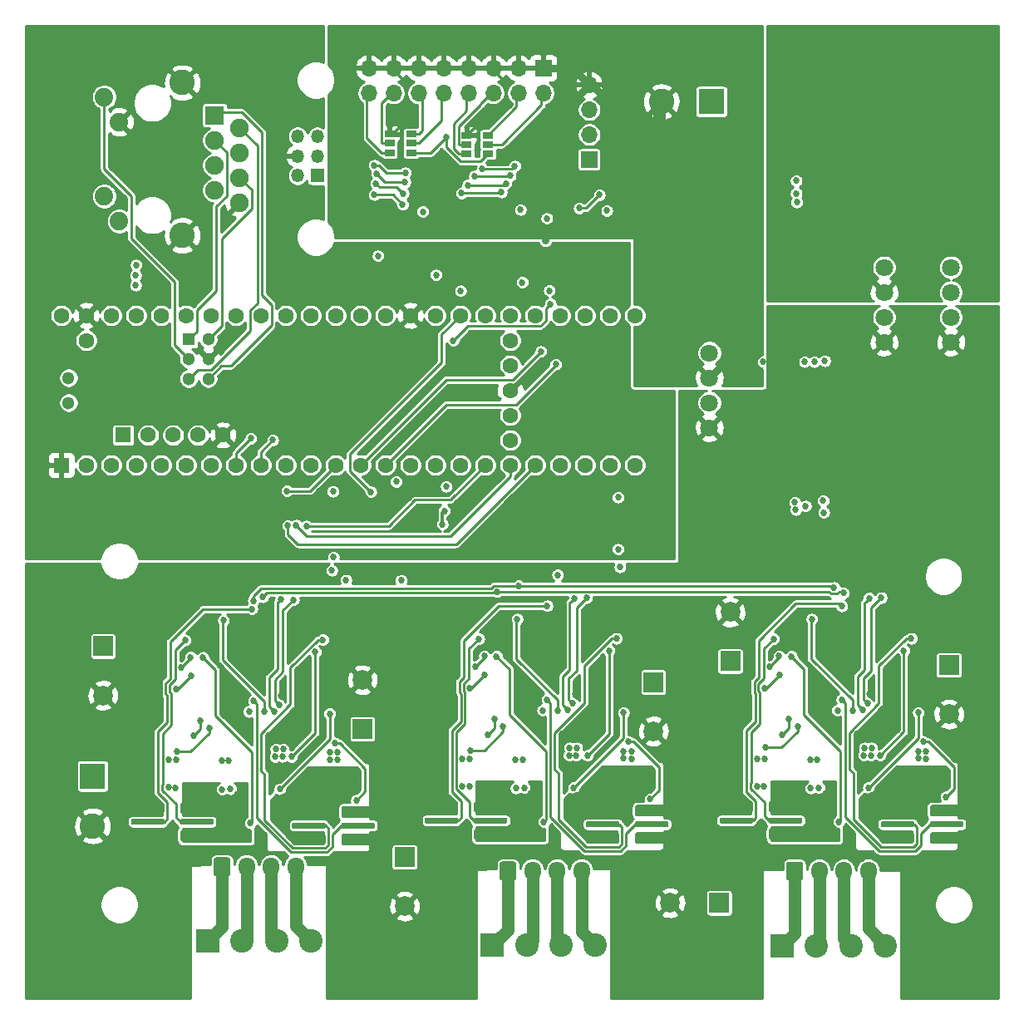
<source format=gbl>
G04 #@! TF.GenerationSoftware,KiCad,Pcbnew,5.1.10*
G04 #@! TF.CreationDate,2021-06-06T22:50:30-04:00*
G04 #@! TF.ProjectId,cnc-controller,636e632d-636f-46e7-9472-6f6c6c65722e,rev?*
G04 #@! TF.SameCoordinates,Original*
G04 #@! TF.FileFunction,Copper,L4,Bot*
G04 #@! TF.FilePolarity,Positive*
%FSLAX46Y46*%
G04 Gerber Fmt 4.6, Leading zero omitted, Abs format (unit mm)*
G04 Created by KiCad (PCBNEW 5.1.10) date 2021-06-06 22:50:30*
%MOMM*%
%LPD*%
G01*
G04 APERTURE LIST*
G04 #@! TA.AperFunction,ComponentPad*
%ADD10O,1.350000X1.350000*%
G04 #@! TD*
G04 #@! TA.AperFunction,ComponentPad*
%ADD11R,1.350000X1.350000*%
G04 #@! TD*
G04 #@! TA.AperFunction,ComponentPad*
%ADD12C,2.400000*%
G04 #@! TD*
G04 #@! TA.AperFunction,ComponentPad*
%ADD13R,2.400000X2.400000*%
G04 #@! TD*
G04 #@! TA.AperFunction,ComponentPad*
%ADD14O,1.700000X1.950000*%
G04 #@! TD*
G04 #@! TA.AperFunction,ComponentPad*
%ADD15C,2.600000*%
G04 #@! TD*
G04 #@! TA.AperFunction,ComponentPad*
%ADD16R,2.600000X2.600000*%
G04 #@! TD*
G04 #@! TA.AperFunction,ComponentPad*
%ADD17C,1.300000*%
G04 #@! TD*
G04 #@! TA.AperFunction,ComponentPad*
%ADD18C,1.600000*%
G04 #@! TD*
G04 #@! TA.AperFunction,ComponentPad*
%ADD19R,1.300000X1.300000*%
G04 #@! TD*
G04 #@! TA.AperFunction,ComponentPad*
%ADD20R,1.600000X1.600000*%
G04 #@! TD*
G04 #@! TA.AperFunction,ComponentPad*
%ADD21C,1.800000*%
G04 #@! TD*
G04 #@! TA.AperFunction,SMDPad,CuDef*
%ADD22R,1.060000X0.650000*%
G04 #@! TD*
G04 #@! TA.AperFunction,ComponentPad*
%ADD23C,1.890000*%
G04 #@! TD*
G04 #@! TA.AperFunction,ComponentPad*
%ADD24C,1.900000*%
G04 #@! TD*
G04 #@! TA.AperFunction,ComponentPad*
%ADD25R,1.900000X1.900000*%
G04 #@! TD*
G04 #@! TA.AperFunction,ComponentPad*
%ADD26O,1.700000X1.700000*%
G04 #@! TD*
G04 #@! TA.AperFunction,ComponentPad*
%ADD27R,1.700000X1.700000*%
G04 #@! TD*
G04 #@! TA.AperFunction,ComponentPad*
%ADD28C,2.000000*%
G04 #@! TD*
G04 #@! TA.AperFunction,ComponentPad*
%ADD29R,2.000000X2.000000*%
G04 #@! TD*
G04 #@! TA.AperFunction,ViaPad*
%ADD30C,0.685800*%
G04 #@! TD*
G04 #@! TA.AperFunction,Conductor*
%ADD31C,0.750000*%
G04 #@! TD*
G04 #@! TA.AperFunction,Conductor*
%ADD32C,0.250000*%
G04 #@! TD*
G04 #@! TA.AperFunction,Conductor*
%ADD33C,1.250000*%
G04 #@! TD*
G04 #@! TA.AperFunction,Conductor*
%ADD34C,0.300000*%
G04 #@! TD*
G04 #@! TA.AperFunction,Conductor*
%ADD35C,0.500000*%
G04 #@! TD*
G04 #@! TA.AperFunction,Conductor*
%ADD36C,0.254000*%
G04 #@! TD*
G04 #@! TA.AperFunction,Conductor*
%ADD37C,0.100000*%
G04 #@! TD*
G04 APERTURE END LIST*
D10*
X36150000Y-50725000D03*
X38150000Y-50725000D03*
X36150000Y-52725000D03*
X38150000Y-52725000D03*
X36150000Y-54725000D03*
D11*
X38150000Y-54725000D03*
D12*
X66500000Y-133150000D03*
X63000000Y-133150000D03*
X59500000Y-133150000D03*
D13*
X56000000Y-133150000D03*
D14*
X65075000Y-125575000D03*
X62575000Y-125575000D03*
X60075000Y-125575000D03*
G04 #@! TA.AperFunction,ComponentPad*
G36*
G01*
X56725000Y-126300000D02*
X56725000Y-124850000D01*
G75*
G02*
X56975000Y-124600000I250000J0D01*
G01*
X58175000Y-124600000D01*
G75*
G02*
X58425000Y-124850000I0J-250000D01*
G01*
X58425000Y-126300000D01*
G75*
G02*
X58175000Y-126550000I-250000J0D01*
G01*
X56975000Y-126550000D01*
G75*
G02*
X56725000Y-126300000I0J250000D01*
G01*
G37*
G04 #@! TD.AperFunction*
G04 #@! TA.AperFunction,SMDPad,CuDef*
G36*
G01*
X87550000Y-120223400D02*
X87550000Y-120626600D01*
G75*
G02*
X87451600Y-120725000I-98400J0D01*
G01*
X84248400Y-120725000D01*
G75*
G02*
X84150000Y-120626600I0J98400D01*
G01*
X84150000Y-120223400D01*
G75*
G02*
X84248400Y-120125000I98400J0D01*
G01*
X87451600Y-120125000D01*
G75*
G02*
X87550000Y-120223400I0J-98400D01*
G01*
G37*
G04 #@! TD.AperFunction*
G04 #@! TA.AperFunction,SMDPad,CuDef*
G36*
G01*
X87550000Y-118621800D02*
X87550000Y-119428200D01*
G75*
G02*
X87353200Y-119625000I-196800J0D01*
G01*
X84346800Y-119625000D01*
G75*
G02*
X84150000Y-119428200I0J196800D01*
G01*
X84150000Y-118621800D01*
G75*
G02*
X84346800Y-118425000I196800J0D01*
G01*
X87353200Y-118425000D01*
G75*
G02*
X87550000Y-118621800I0J-196800D01*
G01*
G37*
G04 #@! TD.AperFunction*
G04 #@! TA.AperFunction,SMDPad,CuDef*
G36*
G01*
X87550000Y-121421800D02*
X87550000Y-122228200D01*
G75*
G02*
X87353200Y-122425000I-196800J0D01*
G01*
X84346800Y-122425000D01*
G75*
G02*
X84150000Y-122228200I0J196800D01*
G01*
X84150000Y-121421800D01*
G75*
G02*
X84346800Y-121225000I196800J0D01*
G01*
X87353200Y-121225000D01*
G75*
G02*
X87550000Y-121421800I0J-196800D01*
G01*
G37*
G04 #@! TD.AperFunction*
G04 #@! TA.AperFunction,SMDPad,CuDef*
G36*
G01*
X82550000Y-120223400D02*
X82550000Y-120626600D01*
G75*
G02*
X82451600Y-120725000I-98400J0D01*
G01*
X79248400Y-120725000D01*
G75*
G02*
X79150000Y-120626600I0J98400D01*
G01*
X79150000Y-120223400D01*
G75*
G02*
X79248400Y-120125000I98400J0D01*
G01*
X82451600Y-120125000D01*
G75*
G02*
X82550000Y-120223400I0J-98400D01*
G01*
G37*
G04 #@! TD.AperFunction*
G04 #@! TA.AperFunction,SMDPad,CuDef*
G36*
G01*
X82550000Y-121421800D02*
X82550000Y-122228200D01*
G75*
G02*
X82353200Y-122425000I-196800J0D01*
G01*
X79346800Y-122425000D01*
G75*
G02*
X79150000Y-122228200I0J196800D01*
G01*
X79150000Y-121421800D01*
G75*
G02*
X79346800Y-121225000I196800J0D01*
G01*
X82353200Y-121225000D01*
G75*
G02*
X82550000Y-121421800I0J-196800D01*
G01*
G37*
G04 #@! TD.AperFunction*
G04 #@! TA.AperFunction,SMDPad,CuDef*
G36*
G01*
X82550000Y-118621800D02*
X82550000Y-119428200D01*
G75*
G02*
X82353200Y-119625000I-196800J0D01*
G01*
X79346800Y-119625000D01*
G75*
G02*
X79150000Y-119428200I0J196800D01*
G01*
X79150000Y-118621800D01*
G75*
G02*
X79346800Y-118425000I196800J0D01*
G01*
X82353200Y-118425000D01*
G75*
G02*
X82550000Y-118621800I0J-196800D01*
G01*
G37*
G04 #@! TD.AperFunction*
G04 #@! TA.AperFunction,SMDPad,CuDef*
G36*
G01*
X95550000Y-121026600D02*
X95550000Y-120623400D01*
G75*
G02*
X95648400Y-120525000I98400J0D01*
G01*
X98851600Y-120525000D01*
G75*
G02*
X98950000Y-120623400I0J-98400D01*
G01*
X98950000Y-121026600D01*
G75*
G02*
X98851600Y-121125000I-98400J0D01*
G01*
X95648400Y-121125000D01*
G75*
G02*
X95550000Y-121026600I0J98400D01*
G01*
G37*
G04 #@! TD.AperFunction*
G04 #@! TA.AperFunction,SMDPad,CuDef*
G36*
G01*
X95550000Y-122628200D02*
X95550000Y-121821800D01*
G75*
G02*
X95746800Y-121625000I196800J0D01*
G01*
X98753200Y-121625000D01*
G75*
G02*
X98950000Y-121821800I0J-196800D01*
G01*
X98950000Y-122628200D01*
G75*
G02*
X98753200Y-122825000I-196800J0D01*
G01*
X95746800Y-122825000D01*
G75*
G02*
X95550000Y-122628200I0J196800D01*
G01*
G37*
G04 #@! TD.AperFunction*
G04 #@! TA.AperFunction,SMDPad,CuDef*
G36*
G01*
X95550000Y-119828200D02*
X95550000Y-119021800D01*
G75*
G02*
X95746800Y-118825000I196800J0D01*
G01*
X98753200Y-118825000D01*
G75*
G02*
X98950000Y-119021800I0J-196800D01*
G01*
X98950000Y-119828200D01*
G75*
G02*
X98753200Y-120025000I-196800J0D01*
G01*
X95746800Y-120025000D01*
G75*
G02*
X95550000Y-119828200I0J196800D01*
G01*
G37*
G04 #@! TD.AperFunction*
G04 #@! TA.AperFunction,SMDPad,CuDef*
G36*
G01*
X100550000Y-121026600D02*
X100550000Y-120623400D01*
G75*
G02*
X100648400Y-120525000I98400J0D01*
G01*
X103851600Y-120525000D01*
G75*
G02*
X103950000Y-120623400I0J-98400D01*
G01*
X103950000Y-121026600D01*
G75*
G02*
X103851600Y-121125000I-98400J0D01*
G01*
X100648400Y-121125000D01*
G75*
G02*
X100550000Y-121026600I0J98400D01*
G01*
G37*
G04 #@! TD.AperFunction*
G04 #@! TA.AperFunction,SMDPad,CuDef*
G36*
G01*
X100550000Y-119828200D02*
X100550000Y-119021800D01*
G75*
G02*
X100746800Y-118825000I196800J0D01*
G01*
X103753200Y-118825000D01*
G75*
G02*
X103950000Y-119021800I0J-196800D01*
G01*
X103950000Y-119828200D01*
G75*
G02*
X103753200Y-120025000I-196800J0D01*
G01*
X100746800Y-120025000D01*
G75*
G02*
X100550000Y-119828200I0J196800D01*
G01*
G37*
G04 #@! TD.AperFunction*
G04 #@! TA.AperFunction,SMDPad,CuDef*
G36*
G01*
X100550000Y-122628200D02*
X100550000Y-121821800D01*
G75*
G02*
X100746800Y-121625000I196800J0D01*
G01*
X103753200Y-121625000D01*
G75*
G02*
X103950000Y-121821800I0J-196800D01*
G01*
X103950000Y-122628200D01*
G75*
G02*
X103753200Y-122825000I-196800J0D01*
G01*
X100746800Y-122825000D01*
G75*
G02*
X100550000Y-122628200I0J196800D01*
G01*
G37*
G04 #@! TD.AperFunction*
G04 #@! TA.AperFunction,SMDPad,CuDef*
G36*
G01*
X57525000Y-120223400D02*
X57525000Y-120626600D01*
G75*
G02*
X57426600Y-120725000I-98400J0D01*
G01*
X54223400Y-120725000D01*
G75*
G02*
X54125000Y-120626600I0J98400D01*
G01*
X54125000Y-120223400D01*
G75*
G02*
X54223400Y-120125000I98400J0D01*
G01*
X57426600Y-120125000D01*
G75*
G02*
X57525000Y-120223400I0J-98400D01*
G01*
G37*
G04 #@! TD.AperFunction*
G04 #@! TA.AperFunction,SMDPad,CuDef*
G36*
G01*
X57525000Y-118621800D02*
X57525000Y-119428200D01*
G75*
G02*
X57328200Y-119625000I-196800J0D01*
G01*
X54321800Y-119625000D01*
G75*
G02*
X54125000Y-119428200I0J196800D01*
G01*
X54125000Y-118621800D01*
G75*
G02*
X54321800Y-118425000I196800J0D01*
G01*
X57328200Y-118425000D01*
G75*
G02*
X57525000Y-118621800I0J-196800D01*
G01*
G37*
G04 #@! TD.AperFunction*
G04 #@! TA.AperFunction,SMDPad,CuDef*
G36*
G01*
X57525000Y-121421800D02*
X57525000Y-122228200D01*
G75*
G02*
X57328200Y-122425000I-196800J0D01*
G01*
X54321800Y-122425000D01*
G75*
G02*
X54125000Y-122228200I0J196800D01*
G01*
X54125000Y-121421800D01*
G75*
G02*
X54321800Y-121225000I196800J0D01*
G01*
X57328200Y-121225000D01*
G75*
G02*
X57525000Y-121421800I0J-196800D01*
G01*
G37*
G04 #@! TD.AperFunction*
G04 #@! TA.AperFunction,SMDPad,CuDef*
G36*
G01*
X52525000Y-120223400D02*
X52525000Y-120626600D01*
G75*
G02*
X52426600Y-120725000I-98400J0D01*
G01*
X49223400Y-120725000D01*
G75*
G02*
X49125000Y-120626600I0J98400D01*
G01*
X49125000Y-120223400D01*
G75*
G02*
X49223400Y-120125000I98400J0D01*
G01*
X52426600Y-120125000D01*
G75*
G02*
X52525000Y-120223400I0J-98400D01*
G01*
G37*
G04 #@! TD.AperFunction*
G04 #@! TA.AperFunction,SMDPad,CuDef*
G36*
G01*
X52525000Y-121421800D02*
X52525000Y-122228200D01*
G75*
G02*
X52328200Y-122425000I-196800J0D01*
G01*
X49321800Y-122425000D01*
G75*
G02*
X49125000Y-122228200I0J196800D01*
G01*
X49125000Y-121421800D01*
G75*
G02*
X49321800Y-121225000I196800J0D01*
G01*
X52328200Y-121225000D01*
G75*
G02*
X52525000Y-121421800I0J-196800D01*
G01*
G37*
G04 #@! TD.AperFunction*
G04 #@! TA.AperFunction,SMDPad,CuDef*
G36*
G01*
X52525000Y-118621800D02*
X52525000Y-119428200D01*
G75*
G02*
X52328200Y-119625000I-196800J0D01*
G01*
X49321800Y-119625000D01*
G75*
G02*
X49125000Y-119428200I0J196800D01*
G01*
X49125000Y-118621800D01*
G75*
G02*
X49321800Y-118425000I196800J0D01*
G01*
X52328200Y-118425000D01*
G75*
G02*
X52525000Y-118621800I0J-196800D01*
G01*
G37*
G04 #@! TD.AperFunction*
G04 #@! TA.AperFunction,SMDPad,CuDef*
G36*
G01*
X65525000Y-121026600D02*
X65525000Y-120623400D01*
G75*
G02*
X65623400Y-120525000I98400J0D01*
G01*
X68826600Y-120525000D01*
G75*
G02*
X68925000Y-120623400I0J-98400D01*
G01*
X68925000Y-121026600D01*
G75*
G02*
X68826600Y-121125000I-98400J0D01*
G01*
X65623400Y-121125000D01*
G75*
G02*
X65525000Y-121026600I0J98400D01*
G01*
G37*
G04 #@! TD.AperFunction*
G04 #@! TA.AperFunction,SMDPad,CuDef*
G36*
G01*
X65525000Y-122628200D02*
X65525000Y-121821800D01*
G75*
G02*
X65721800Y-121625000I196800J0D01*
G01*
X68728200Y-121625000D01*
G75*
G02*
X68925000Y-121821800I0J-196800D01*
G01*
X68925000Y-122628200D01*
G75*
G02*
X68728200Y-122825000I-196800J0D01*
G01*
X65721800Y-122825000D01*
G75*
G02*
X65525000Y-122628200I0J196800D01*
G01*
G37*
G04 #@! TD.AperFunction*
G04 #@! TA.AperFunction,SMDPad,CuDef*
G36*
G01*
X65525000Y-119828200D02*
X65525000Y-119021800D01*
G75*
G02*
X65721800Y-118825000I196800J0D01*
G01*
X68728200Y-118825000D01*
G75*
G02*
X68925000Y-119021800I0J-196800D01*
G01*
X68925000Y-119828200D01*
G75*
G02*
X68728200Y-120025000I-196800J0D01*
G01*
X65721800Y-120025000D01*
G75*
G02*
X65525000Y-119828200I0J196800D01*
G01*
G37*
G04 #@! TD.AperFunction*
G04 #@! TA.AperFunction,SMDPad,CuDef*
G36*
G01*
X70525000Y-121026600D02*
X70525000Y-120623400D01*
G75*
G02*
X70623400Y-120525000I98400J0D01*
G01*
X73826600Y-120525000D01*
G75*
G02*
X73925000Y-120623400I0J-98400D01*
G01*
X73925000Y-121026600D01*
G75*
G02*
X73826600Y-121125000I-98400J0D01*
G01*
X70623400Y-121125000D01*
G75*
G02*
X70525000Y-121026600I0J98400D01*
G01*
G37*
G04 #@! TD.AperFunction*
G04 #@! TA.AperFunction,SMDPad,CuDef*
G36*
G01*
X70525000Y-119828200D02*
X70525000Y-119021800D01*
G75*
G02*
X70721800Y-118825000I196800J0D01*
G01*
X73728200Y-118825000D01*
G75*
G02*
X73925000Y-119021800I0J-196800D01*
G01*
X73925000Y-119828200D01*
G75*
G02*
X73728200Y-120025000I-196800J0D01*
G01*
X70721800Y-120025000D01*
G75*
G02*
X70525000Y-119828200I0J196800D01*
G01*
G37*
G04 #@! TD.AperFunction*
G04 #@! TA.AperFunction,SMDPad,CuDef*
G36*
G01*
X70525000Y-122628200D02*
X70525000Y-121821800D01*
G75*
G02*
X70721800Y-121625000I196800J0D01*
G01*
X73728200Y-121625000D01*
G75*
G02*
X73925000Y-121821800I0J-196800D01*
G01*
X73925000Y-122628200D01*
G75*
G02*
X73728200Y-122825000I-196800J0D01*
G01*
X70721800Y-122825000D01*
G75*
G02*
X70525000Y-122628200I0J196800D01*
G01*
G37*
G04 #@! TD.AperFunction*
G04 #@! TA.AperFunction,SMDPad,CuDef*
G36*
G01*
X27600000Y-120348400D02*
X27600000Y-120751600D01*
G75*
G02*
X27501600Y-120850000I-98400J0D01*
G01*
X24298400Y-120850000D01*
G75*
G02*
X24200000Y-120751600I0J98400D01*
G01*
X24200000Y-120348400D01*
G75*
G02*
X24298400Y-120250000I98400J0D01*
G01*
X27501600Y-120250000D01*
G75*
G02*
X27600000Y-120348400I0J-98400D01*
G01*
G37*
G04 #@! TD.AperFunction*
G04 #@! TA.AperFunction,SMDPad,CuDef*
G36*
G01*
X27600000Y-118746800D02*
X27600000Y-119553200D01*
G75*
G02*
X27403200Y-119750000I-196800J0D01*
G01*
X24396800Y-119750000D01*
G75*
G02*
X24200000Y-119553200I0J196800D01*
G01*
X24200000Y-118746800D01*
G75*
G02*
X24396800Y-118550000I196800J0D01*
G01*
X27403200Y-118550000D01*
G75*
G02*
X27600000Y-118746800I0J-196800D01*
G01*
G37*
G04 #@! TD.AperFunction*
G04 #@! TA.AperFunction,SMDPad,CuDef*
G36*
G01*
X27600000Y-121546800D02*
X27600000Y-122353200D01*
G75*
G02*
X27403200Y-122550000I-196800J0D01*
G01*
X24396800Y-122550000D01*
G75*
G02*
X24200000Y-122353200I0J196800D01*
G01*
X24200000Y-121546800D01*
G75*
G02*
X24396800Y-121350000I196800J0D01*
G01*
X27403200Y-121350000D01*
G75*
G02*
X27600000Y-121546800I0J-196800D01*
G01*
G37*
G04 #@! TD.AperFunction*
G04 #@! TA.AperFunction,SMDPad,CuDef*
G36*
G01*
X22600000Y-120348400D02*
X22600000Y-120751600D01*
G75*
G02*
X22501600Y-120850000I-98400J0D01*
G01*
X19298400Y-120850000D01*
G75*
G02*
X19200000Y-120751600I0J98400D01*
G01*
X19200000Y-120348400D01*
G75*
G02*
X19298400Y-120250000I98400J0D01*
G01*
X22501600Y-120250000D01*
G75*
G02*
X22600000Y-120348400I0J-98400D01*
G01*
G37*
G04 #@! TD.AperFunction*
G04 #@! TA.AperFunction,SMDPad,CuDef*
G36*
G01*
X22600000Y-121546800D02*
X22600000Y-122353200D01*
G75*
G02*
X22403200Y-122550000I-196800J0D01*
G01*
X19396800Y-122550000D01*
G75*
G02*
X19200000Y-122353200I0J196800D01*
G01*
X19200000Y-121546800D01*
G75*
G02*
X19396800Y-121350000I196800J0D01*
G01*
X22403200Y-121350000D01*
G75*
G02*
X22600000Y-121546800I0J-196800D01*
G01*
G37*
G04 #@! TD.AperFunction*
G04 #@! TA.AperFunction,SMDPad,CuDef*
G36*
G01*
X22600000Y-118746800D02*
X22600000Y-119553200D01*
G75*
G02*
X22403200Y-119750000I-196800J0D01*
G01*
X19396800Y-119750000D01*
G75*
G02*
X19200000Y-119553200I0J196800D01*
G01*
X19200000Y-118746800D01*
G75*
G02*
X19396800Y-118550000I196800J0D01*
G01*
X22403200Y-118550000D01*
G75*
G02*
X22600000Y-118746800I0J-196800D01*
G01*
G37*
G04 #@! TD.AperFunction*
G04 #@! TA.AperFunction,SMDPad,CuDef*
G36*
G01*
X35600000Y-121151600D02*
X35600000Y-120748400D01*
G75*
G02*
X35698400Y-120650000I98400J0D01*
G01*
X38901600Y-120650000D01*
G75*
G02*
X39000000Y-120748400I0J-98400D01*
G01*
X39000000Y-121151600D01*
G75*
G02*
X38901600Y-121250000I-98400J0D01*
G01*
X35698400Y-121250000D01*
G75*
G02*
X35600000Y-121151600I0J98400D01*
G01*
G37*
G04 #@! TD.AperFunction*
G04 #@! TA.AperFunction,SMDPad,CuDef*
G36*
G01*
X35600000Y-122753200D02*
X35600000Y-121946800D01*
G75*
G02*
X35796800Y-121750000I196800J0D01*
G01*
X38803200Y-121750000D01*
G75*
G02*
X39000000Y-121946800I0J-196800D01*
G01*
X39000000Y-122753200D01*
G75*
G02*
X38803200Y-122950000I-196800J0D01*
G01*
X35796800Y-122950000D01*
G75*
G02*
X35600000Y-122753200I0J196800D01*
G01*
G37*
G04 #@! TD.AperFunction*
G04 #@! TA.AperFunction,SMDPad,CuDef*
G36*
G01*
X35600000Y-119953200D02*
X35600000Y-119146800D01*
G75*
G02*
X35796800Y-118950000I196800J0D01*
G01*
X38803200Y-118950000D01*
G75*
G02*
X39000000Y-119146800I0J-196800D01*
G01*
X39000000Y-119953200D01*
G75*
G02*
X38803200Y-120150000I-196800J0D01*
G01*
X35796800Y-120150000D01*
G75*
G02*
X35600000Y-119953200I0J196800D01*
G01*
G37*
G04 #@! TD.AperFunction*
G04 #@! TA.AperFunction,SMDPad,CuDef*
G36*
G01*
X40600000Y-121151600D02*
X40600000Y-120748400D01*
G75*
G02*
X40698400Y-120650000I98400J0D01*
G01*
X43901600Y-120650000D01*
G75*
G02*
X44000000Y-120748400I0J-98400D01*
G01*
X44000000Y-121151600D01*
G75*
G02*
X43901600Y-121250000I-98400J0D01*
G01*
X40698400Y-121250000D01*
G75*
G02*
X40600000Y-121151600I0J98400D01*
G01*
G37*
G04 #@! TD.AperFunction*
G04 #@! TA.AperFunction,SMDPad,CuDef*
G36*
G01*
X40600000Y-119953200D02*
X40600000Y-119146800D01*
G75*
G02*
X40796800Y-118950000I196800J0D01*
G01*
X43803200Y-118950000D01*
G75*
G02*
X44000000Y-119146800I0J-196800D01*
G01*
X44000000Y-119953200D01*
G75*
G02*
X43803200Y-120150000I-196800J0D01*
G01*
X40796800Y-120150000D01*
G75*
G02*
X40600000Y-119953200I0J196800D01*
G01*
G37*
G04 #@! TD.AperFunction*
G04 #@! TA.AperFunction,SMDPad,CuDef*
G36*
G01*
X40600000Y-122753200D02*
X40600000Y-121946800D01*
G75*
G02*
X40796800Y-121750000I196800J0D01*
G01*
X43803200Y-121750000D01*
G75*
G02*
X44000000Y-121946800I0J-196800D01*
G01*
X44000000Y-122753200D01*
G75*
G02*
X43803200Y-122950000I-196800J0D01*
G01*
X40796800Y-122950000D01*
G75*
G02*
X40600000Y-122753200I0J196800D01*
G01*
G37*
G04 #@! TD.AperFunction*
X94285000Y-125590000D03*
X91785000Y-125590000D03*
X89285000Y-125590000D03*
G04 #@! TA.AperFunction,ComponentPad*
G36*
G01*
X85935000Y-126315000D02*
X85935000Y-124865000D01*
G75*
G02*
X86185000Y-124615000I250000J0D01*
G01*
X87385000Y-124615000D01*
G75*
G02*
X87635000Y-124865000I0J-250000D01*
G01*
X87635000Y-126315000D01*
G75*
G02*
X87385000Y-126565000I-250000J0D01*
G01*
X86185000Y-126565000D01*
G75*
G02*
X85935000Y-126315000I0J250000D01*
G01*
G37*
G04 #@! TD.AperFunction*
X35950000Y-125150000D03*
X33450000Y-125150000D03*
X30950000Y-125150000D03*
G04 #@! TA.AperFunction,ComponentPad*
G36*
G01*
X27600000Y-125875000D02*
X27600000Y-124425000D01*
G75*
G02*
X27850000Y-124175000I250000J0D01*
G01*
X29050000Y-124175000D01*
G75*
G02*
X29300000Y-124425000I0J-250000D01*
G01*
X29300000Y-125875000D01*
G75*
G02*
X29050000Y-126125000I-250000J0D01*
G01*
X27850000Y-126125000D01*
G75*
G02*
X27600000Y-125875000I0J250000D01*
G01*
G37*
G04 #@! TD.AperFunction*
D15*
X73220000Y-47200000D03*
D16*
X78300000Y-47200000D03*
D17*
X12820000Y-75330000D03*
X12820000Y-77870000D03*
D18*
X57810000Y-71520000D03*
X57810000Y-74060000D03*
X57810000Y-76600000D03*
X57810000Y-79140000D03*
X57810000Y-81680000D03*
D17*
X25060000Y-75418400D03*
X27060000Y-75418400D03*
X27060000Y-73418400D03*
X25060000Y-73418400D03*
X27060000Y-71418400D03*
D19*
X25060000Y-71418400D03*
D18*
X52730000Y-84220000D03*
X55270000Y-84220000D03*
X57810000Y-84220000D03*
X60350000Y-84220000D03*
X50190000Y-84220000D03*
X47650000Y-84220000D03*
X45110000Y-84220000D03*
X62890000Y-84220000D03*
X65430000Y-84220000D03*
X67970000Y-84220000D03*
X70510000Y-84220000D03*
X70510000Y-68980000D03*
X67970000Y-68980000D03*
X65430000Y-68980000D03*
X62890000Y-68980000D03*
X60350000Y-68980000D03*
X57810000Y-68980000D03*
X55270000Y-68980000D03*
X52730000Y-68980000D03*
X50190000Y-68980000D03*
X47650000Y-68980000D03*
X42570000Y-84220000D03*
X40030000Y-84220000D03*
X37490000Y-84220000D03*
X34950000Y-84220000D03*
X32410000Y-84220000D03*
X29870000Y-84220000D03*
X27330000Y-84220000D03*
X24790000Y-84220000D03*
X22250000Y-84220000D03*
X19710000Y-84220000D03*
X17170000Y-84220000D03*
X14630000Y-84220000D03*
D20*
X12090000Y-84220000D03*
D18*
X45110000Y-68980000D03*
X42570000Y-68980000D03*
X40030000Y-68980000D03*
X37490000Y-68980000D03*
X34950000Y-68980000D03*
X32410000Y-68980000D03*
X29870000Y-68980000D03*
X27330000Y-68980000D03*
X24790000Y-68980000D03*
X22250000Y-68980000D03*
X19710000Y-68980000D03*
X17170000Y-68980000D03*
X14630000Y-68980000D03*
X12090000Y-68980000D03*
D20*
X18389200Y-81169200D03*
D18*
X20929200Y-81169200D03*
X23469200Y-81169200D03*
X26009200Y-81169200D03*
X28549200Y-81169200D03*
X14630000Y-71520000D03*
D21*
X78100000Y-72790000D03*
X78100000Y-75330000D03*
X78100000Y-77870000D03*
X78100000Y-80410000D03*
X95900000Y-64090000D03*
X95900000Y-66630000D03*
X95900000Y-69170000D03*
X95900000Y-71710000D03*
X102700000Y-64090000D03*
X102700000Y-66630000D03*
X102700000Y-69170000D03*
X102700000Y-71710000D03*
D22*
X55550000Y-51575000D03*
X55550000Y-52525000D03*
X55550000Y-50625000D03*
X53350000Y-50625000D03*
X53350000Y-51575000D03*
X53350000Y-52525000D03*
X47725000Y-51450000D03*
X47725000Y-52400000D03*
X47725000Y-50500000D03*
X45525000Y-50500000D03*
X45525000Y-51450000D03*
X45525000Y-52400000D03*
D12*
X96000000Y-133175000D03*
X92500000Y-133175000D03*
X89000000Y-133175000D03*
D13*
X85500000Y-133175000D03*
D12*
X37500000Y-132725000D03*
X34000000Y-132725000D03*
X30500000Y-132725000D03*
D13*
X27000000Y-132725000D03*
D15*
X24410000Y-60820000D03*
X24410000Y-45270000D03*
D23*
X16460000Y-46720000D03*
X17980000Y-49260000D03*
X16460000Y-56830000D03*
X17980000Y-59370000D03*
D24*
X30240000Y-57490000D03*
X27700000Y-56220000D03*
X30240000Y-54950000D03*
X27700000Y-53680000D03*
X30240000Y-52410000D03*
X27700000Y-51140000D03*
X30240000Y-49870000D03*
D25*
X27700000Y-48600000D03*
D26*
X65850000Y-45480000D03*
X65850000Y-48020000D03*
X65850000Y-50560000D03*
D27*
X65850000Y-53100000D03*
D15*
X15275000Y-120980000D03*
D16*
X15275000Y-115900000D03*
D26*
X43395000Y-46315000D03*
X43395000Y-43775000D03*
X45935000Y-46315000D03*
X45935000Y-43775000D03*
X48475000Y-46315000D03*
X48475000Y-43775000D03*
X51015000Y-46315000D03*
X51015000Y-43775000D03*
X53555000Y-46315000D03*
X53555000Y-43775000D03*
X56095000Y-46315000D03*
X56095000Y-43775000D03*
X58635000Y-46315000D03*
X58635000Y-43775000D03*
X61175000Y-46315000D03*
D27*
X61175000Y-43775000D03*
D28*
X74100000Y-128825000D03*
D29*
X79100000Y-128825000D03*
D28*
X102500000Y-109600000D03*
D29*
X102500000Y-104600000D03*
D28*
X80225000Y-99200000D03*
D29*
X80225000Y-104200000D03*
D28*
X72400000Y-111325000D03*
D29*
X72400000Y-106325000D03*
D28*
X47050000Y-129150000D03*
D29*
X47050000Y-124150000D03*
D28*
X42750000Y-106100000D03*
D29*
X42750000Y-111100000D03*
D28*
X16325000Y-107675000D03*
D29*
X16325000Y-102675000D03*
D30*
X62300000Y-86950000D03*
X68800000Y-89250000D03*
X47700000Y-89750000D03*
X51900000Y-90250000D03*
X45000000Y-86000000D03*
X39759222Y-89038469D03*
X32950000Y-86900000D03*
X105350000Y-47100000D03*
X104000000Y-47050000D03*
X103900000Y-47950000D03*
X105350000Y-48050000D03*
X104200000Y-53000000D03*
X105800000Y-53000000D03*
X104200000Y-53950000D03*
X105850000Y-53900000D03*
X94400000Y-59100000D03*
X89800000Y-58800000D03*
X86650000Y-60100000D03*
X87600000Y-60050000D03*
X86650000Y-62050000D03*
X87825000Y-61825000D03*
X50550000Y-62950000D03*
X59200000Y-63750000D03*
X43250000Y-62850000D03*
X51850000Y-66450000D03*
X61550000Y-63350000D03*
X41002099Y-86710502D03*
X31000000Y-102800000D03*
X31000000Y-104825000D03*
X32000000Y-104825000D03*
X32100000Y-102800000D03*
X32025000Y-103775000D03*
X36300000Y-105875000D03*
X36300000Y-101350000D03*
X33025000Y-104800000D03*
X33025000Y-103775000D03*
X33025000Y-102800000D03*
X31000000Y-103775000D03*
X33147649Y-111747649D03*
X34475000Y-107675000D03*
X30175000Y-110850000D03*
X60925000Y-102675000D03*
X60925000Y-104700000D03*
X61925000Y-104700000D03*
X62025000Y-102675000D03*
X61950000Y-103650000D03*
X66225000Y-105750000D03*
X66225000Y-101225000D03*
X62950000Y-104675000D03*
X62950000Y-103650000D03*
X62950000Y-102675000D03*
X60925000Y-103650000D03*
X63072649Y-111622649D03*
X59925000Y-99425000D03*
X64400000Y-107550000D03*
X60100000Y-110725000D03*
X90950000Y-102675000D03*
X90950000Y-104700000D03*
X91950000Y-104700000D03*
X92050000Y-102675000D03*
X91975000Y-103650000D03*
X96250000Y-105750000D03*
X96250000Y-101225000D03*
X92975000Y-104675000D03*
X92975000Y-103650000D03*
X92975000Y-102675000D03*
X90950000Y-103650000D03*
X93097649Y-111622649D03*
X94425000Y-107550000D03*
X90125000Y-110725000D03*
X17750000Y-118575000D03*
X17450000Y-122325000D03*
X18525000Y-121375000D03*
X18675000Y-118650000D03*
X17625000Y-119500000D03*
X18375000Y-122375000D03*
X17725000Y-121300000D03*
X18625000Y-119550000D03*
X47675000Y-118250000D03*
X47375000Y-122000000D03*
X48450000Y-121050000D03*
X48300000Y-122050000D03*
X47650000Y-120975000D03*
X47550000Y-119175000D03*
X48550000Y-119225000D03*
X48600000Y-118325000D03*
X45425000Y-123025000D03*
X44650000Y-120225000D03*
X44500000Y-122950000D03*
X44800000Y-119225000D03*
X45450000Y-120300000D03*
X44550000Y-122050000D03*
X105325000Y-122900000D03*
X105625000Y-119150000D03*
X104550000Y-120100000D03*
X104400000Y-122825000D03*
X105450000Y-121975000D03*
X105350000Y-120175000D03*
X104450000Y-121925000D03*
X77750000Y-118400000D03*
X77450000Y-122150000D03*
X78525000Y-121200000D03*
X78675000Y-118475000D03*
X77625000Y-119325000D03*
X78375000Y-122200000D03*
X77725000Y-121125000D03*
X78625000Y-119375000D03*
X61850000Y-95050000D03*
X68800000Y-92800000D03*
X45050000Y-96150000D03*
X39800000Y-93600000D03*
X83600000Y-73700000D03*
X85300000Y-73650000D03*
X84865000Y-77455000D03*
X83500000Y-88400000D03*
X82500000Y-88350000D03*
X83500000Y-88400000D03*
X84500000Y-88500000D03*
X84850000Y-85600000D03*
X91750000Y-92750000D03*
X91800000Y-94400000D03*
X104400000Y-82000000D03*
X77450000Y-87850000D03*
X43350000Y-98850000D03*
X41030070Y-95080070D03*
X29836971Y-99665281D03*
X90095310Y-99475505D03*
X99700000Y-100250000D03*
X32544775Y-94571033D03*
X74700000Y-119100000D03*
X74550000Y-120100000D03*
X75625000Y-119150000D03*
X75350000Y-120175000D03*
X74450000Y-121925000D03*
X75450000Y-121975000D03*
X74400000Y-122825000D03*
X75325000Y-122900000D03*
X45529690Y-122100000D03*
X45629690Y-119228944D03*
X104700000Y-119146510D03*
X28600000Y-100025000D03*
X32725000Y-109325000D03*
X58525000Y-99900000D03*
X62650000Y-109200000D03*
X88550000Y-99900000D03*
X92675000Y-109200000D03*
X69000000Y-94600000D03*
X46700000Y-95950000D03*
X39650000Y-94950000D03*
X62650000Y-95400000D03*
X87800000Y-73700000D03*
X88800000Y-73700000D03*
X89850000Y-73600000D03*
X41086374Y-95936374D03*
X29325000Y-117200000D03*
X40225000Y-114275000D03*
X39425000Y-113500000D03*
X23750000Y-114250000D03*
X34675000Y-113150000D03*
X34625000Y-113900000D03*
X31200000Y-109325000D03*
X40225000Y-113500000D03*
X39425000Y-114225000D03*
X28475000Y-117250000D03*
X23725000Y-117075000D03*
X23000000Y-117050000D03*
X23025000Y-114250000D03*
X29150000Y-114325000D03*
X28450000Y-114325000D03*
X33950000Y-113150000D03*
X33875000Y-113925000D03*
X59250000Y-117075000D03*
X70150000Y-114150000D03*
X69350000Y-113375000D03*
X53675000Y-114125000D03*
X64600000Y-113025000D03*
X64550000Y-113775000D03*
X61125000Y-109200000D03*
X70150000Y-113375000D03*
X69350000Y-114100000D03*
X58400000Y-117125000D03*
X53650000Y-116950000D03*
X52925000Y-116925000D03*
X52950000Y-114125000D03*
X59075000Y-114200000D03*
X58375000Y-114200000D03*
X63875000Y-113025000D03*
X63800000Y-113800000D03*
X89275000Y-117075000D03*
X100175000Y-114150000D03*
X99375000Y-113375000D03*
X83700000Y-114125000D03*
X94625000Y-113025000D03*
X94575000Y-113775000D03*
X91150000Y-109200000D03*
X100175000Y-113375000D03*
X99375000Y-114100000D03*
X88425000Y-117125000D03*
X83675000Y-116950000D03*
X82950000Y-116925000D03*
X82975000Y-114125000D03*
X89100000Y-114200000D03*
X88400000Y-114200000D03*
X93900000Y-113025000D03*
X93825000Y-113800000D03*
X86900000Y-88750000D03*
X87900013Y-88400013D03*
X86800000Y-88000000D03*
X89700000Y-87850000D03*
X89750000Y-89049982D03*
X26504584Y-103818164D03*
X31330000Y-120675000D03*
X25300000Y-105700000D03*
X23750000Y-107050000D03*
X42150000Y-118375000D03*
X39950000Y-112525000D03*
X34350994Y-117203801D03*
X39425000Y-109550000D03*
X86454584Y-103693164D03*
X91280000Y-120550000D03*
X85250000Y-105575000D03*
X83700000Y-106925000D03*
X99900000Y-112400000D03*
X102200269Y-118003490D03*
X94300994Y-117078801D03*
X99375000Y-109425000D03*
X66900000Y-56700000D03*
X64837190Y-58050000D03*
X52000000Y-71550000D03*
X61900000Y-67800000D03*
X32600000Y-97650000D03*
X56463207Y-97129688D03*
X91775000Y-97250000D03*
X34250000Y-108625000D03*
X35734560Y-97947740D03*
X33742811Y-109292352D03*
X34432760Y-97920310D03*
X64175000Y-108500000D03*
X65575000Y-97749998D03*
X63667811Y-109167352D03*
X64350000Y-97775000D03*
X94200000Y-108500000D03*
X95600000Y-97725000D03*
X93692811Y-109167352D03*
X94375000Y-97775000D03*
X71550000Y-60000000D03*
X80000000Y-57050000D03*
X75600000Y-65900000D03*
X81500000Y-66550000D03*
X61400000Y-61350000D03*
X48850000Y-59450000D03*
X59000000Y-60650000D03*
X60550000Y-55600000D03*
X77029690Y-55518591D03*
X40754679Y-56404679D03*
X67650000Y-58300000D03*
X61550000Y-59100000D03*
X48900000Y-58400000D03*
X58850000Y-58200000D03*
X51275000Y-50850000D03*
X86950000Y-55250000D03*
X86950000Y-56550000D03*
X87000000Y-57450000D03*
X19650000Y-65900000D03*
X19650000Y-64900000D03*
X19700000Y-63850000D03*
X52850000Y-56525000D03*
X56912500Y-56412500D03*
X43950000Y-56675000D03*
X46852500Y-57672500D03*
X54175000Y-54775000D03*
X57825000Y-54725000D03*
X54975000Y-54075000D03*
X58287500Y-53762500D03*
X44150000Y-55525000D03*
X46912500Y-56537500D03*
X47100000Y-55400000D03*
X44227349Y-54552349D03*
X43950000Y-53675000D03*
X47140976Y-54440976D03*
X53500000Y-55700000D03*
X57362500Y-55537500D03*
X68800000Y-87500000D03*
X51100000Y-88900000D03*
X50900000Y-90250000D03*
X51300000Y-86400000D03*
X46200000Y-85900000D03*
X44350000Y-62900000D03*
X50250000Y-64850000D03*
X59050000Y-65600000D03*
X52750000Y-66477467D03*
X61800000Y-66450000D03*
X39753194Y-86894339D03*
X37075000Y-90425000D03*
X36025000Y-90350000D03*
X35175000Y-90375000D03*
X62450000Y-73950000D03*
X43625000Y-86950000D03*
X60950000Y-72650000D03*
X35075000Y-86850000D03*
X33625000Y-81675000D03*
X31400000Y-81500000D03*
X31650000Y-98025000D03*
X58668965Y-96509378D03*
X90804026Y-96704690D03*
X56429584Y-103693164D03*
X61255000Y-120550000D03*
X55225000Y-105575000D03*
X53675000Y-106925000D03*
X72075000Y-118250000D03*
X69875000Y-112400000D03*
X64275994Y-117078801D03*
X69350000Y-109425000D03*
X30025000Y-118650000D03*
X29950000Y-117800000D03*
X30850000Y-118475000D03*
X30700000Y-117625000D03*
X26150000Y-117925000D03*
X25375000Y-117975000D03*
X26075000Y-117200000D03*
X25300000Y-117200000D03*
X25263973Y-103790007D03*
X24328075Y-104876627D03*
X27152280Y-111000000D03*
X23850000Y-113400000D03*
X41812895Y-116762895D03*
X36900000Y-117050000D03*
X41987500Y-117437500D03*
X41123170Y-117452620D03*
X41175000Y-118250000D03*
X36925000Y-117775000D03*
X36150000Y-118124996D03*
X36000000Y-117400000D03*
X37965995Y-103259005D03*
X35550000Y-113925000D03*
X25600000Y-111800000D03*
X26275000Y-110250000D03*
X59950000Y-118525000D03*
X59875000Y-117675000D03*
X60775000Y-118350000D03*
X60625000Y-117500000D03*
X56075000Y-117800000D03*
X55300000Y-117850000D03*
X56000000Y-117075000D03*
X55225000Y-117075000D03*
X55188973Y-103665007D03*
X54253075Y-104751627D03*
X57077280Y-110875000D03*
X53775000Y-113275000D03*
X71737895Y-116637895D03*
X66825000Y-116925000D03*
X71912500Y-117312500D03*
X71048170Y-117327620D03*
X71100000Y-118125000D03*
X66850000Y-117650000D03*
X66037508Y-117212500D03*
X66175003Y-117949997D03*
X67890995Y-103134005D03*
X65670310Y-113805267D03*
X55525000Y-111675000D03*
X56200000Y-110125000D03*
X89975000Y-118525000D03*
X89900000Y-117675000D03*
X90800000Y-118350000D03*
X90650000Y-117500000D03*
X86100000Y-117800000D03*
X85325000Y-117850000D03*
X86025000Y-117075000D03*
X85250000Y-117075000D03*
X85213973Y-103665007D03*
X84278075Y-104751627D03*
X87102280Y-110875000D03*
X83800000Y-113004690D03*
X101762895Y-116637895D03*
X96850000Y-116925000D03*
X101073170Y-117327620D03*
X96875000Y-117650000D03*
X101125000Y-118003490D03*
X96050000Y-117950022D03*
X101902532Y-117219939D03*
X95925000Y-117200000D03*
X97915995Y-103134005D03*
X95500000Y-113800000D03*
X85550000Y-111675000D03*
X86225000Y-110125000D03*
X38725000Y-102000000D03*
X24700000Y-102050000D03*
X31676862Y-108226292D03*
X31500000Y-98875000D03*
X68650000Y-101875000D03*
X54625000Y-101925000D03*
X61579690Y-108128709D03*
X61562952Y-98567000D03*
X98675000Y-101875000D03*
X84650000Y-101925000D03*
X91604690Y-108128709D03*
X91604690Y-98578713D03*
D31*
X20850000Y-122050000D02*
X17725000Y-122050000D01*
X19275000Y-119250000D02*
X18675000Y-118650000D01*
X17875000Y-119250000D02*
X17625000Y-119500000D01*
X18700000Y-122050000D02*
X18375000Y-122375000D01*
X17725000Y-122050000D02*
X17450000Y-122325000D01*
X19200000Y-122050000D02*
X18525000Y-121375000D01*
X20850000Y-119250000D02*
X18425000Y-119250000D01*
X20850000Y-122050000D02*
X18700000Y-122050000D01*
X20850000Y-119250000D02*
X18925000Y-119250000D01*
X18425000Y-119250000D02*
X17750000Y-118575000D01*
X18475000Y-122050000D02*
X17725000Y-121300000D01*
X20850000Y-119250000D02*
X17875000Y-119250000D01*
X20850000Y-122050000D02*
X18475000Y-122050000D01*
X18925000Y-119250000D02*
X18625000Y-119550000D01*
X50775000Y-121725000D02*
X47650000Y-121725000D01*
X48625000Y-121725000D02*
X48300000Y-122050000D01*
X47650000Y-121725000D02*
X47375000Y-122000000D01*
X49125000Y-121725000D02*
X48450000Y-121050000D01*
X50775000Y-121725000D02*
X48625000Y-121725000D01*
X50775000Y-118925000D02*
X48850000Y-118925000D01*
X48400000Y-121725000D02*
X47650000Y-120975000D01*
X50775000Y-121725000D02*
X48400000Y-121725000D01*
X48850000Y-118925000D02*
X48550000Y-119225000D01*
X50775000Y-118925000D02*
X47800000Y-118925000D01*
X47800000Y-118925000D02*
X47550000Y-119175000D01*
X50775000Y-118925000D02*
X48350000Y-118925000D01*
X49200000Y-118925000D02*
X48600000Y-118325000D01*
X48350000Y-118925000D02*
X47675000Y-118250000D01*
X43900000Y-122350000D02*
X44500000Y-122950000D01*
X44475000Y-119550000D02*
X44800000Y-119225000D01*
X43975000Y-119550000D02*
X44650000Y-120225000D01*
X42325000Y-122350000D02*
X44750000Y-122350000D01*
X42325000Y-119550000D02*
X44475000Y-119550000D01*
X42325000Y-122350000D02*
X44250000Y-122350000D01*
X44750000Y-122350000D02*
X45425000Y-123025000D01*
X44700000Y-119550000D02*
X45450000Y-120300000D01*
X42325000Y-119550000D02*
X44700000Y-119550000D01*
X44250000Y-122350000D02*
X44550000Y-122050000D01*
X102225000Y-119425000D02*
X105350000Y-119425000D01*
X103800000Y-122225000D02*
X104400000Y-122825000D01*
X105200000Y-122225000D02*
X105450000Y-121975000D01*
X105350000Y-119425000D02*
X105625000Y-119150000D01*
X103875000Y-119425000D02*
X104550000Y-120100000D01*
X102225000Y-122225000D02*
X104650000Y-122225000D01*
X102225000Y-122225000D02*
X104150000Y-122225000D01*
X104650000Y-122225000D02*
X105325000Y-122900000D01*
X104600000Y-119425000D02*
X105350000Y-120175000D01*
X102225000Y-122225000D02*
X105200000Y-122225000D01*
X102225000Y-119425000D02*
X104600000Y-119425000D01*
X104150000Y-122225000D02*
X104450000Y-121925000D01*
X80850000Y-121875000D02*
X77725000Y-121875000D01*
X79275000Y-119075000D02*
X78675000Y-118475000D01*
X77875000Y-119075000D02*
X77625000Y-119325000D01*
X78700000Y-121875000D02*
X78375000Y-122200000D01*
X77725000Y-121875000D02*
X77450000Y-122150000D01*
X79200000Y-121875000D02*
X78525000Y-121200000D01*
X80850000Y-119075000D02*
X78425000Y-119075000D01*
X80850000Y-121875000D02*
X78700000Y-121875000D01*
X80850000Y-119075000D02*
X78925000Y-119075000D01*
X78425000Y-119075000D02*
X77750000Y-118400000D01*
X78475000Y-121875000D02*
X77725000Y-121125000D01*
X80850000Y-119075000D02*
X77875000Y-119075000D01*
X80850000Y-121875000D02*
X78475000Y-121875000D01*
X78925000Y-119075000D02*
X78625000Y-119375000D01*
X74375000Y-119425000D02*
X74700000Y-119100000D01*
X72225000Y-119425000D02*
X74375000Y-119425000D01*
X73875000Y-119425000D02*
X74550000Y-120100000D01*
X72225000Y-119425000D02*
X73875000Y-119425000D01*
X75350000Y-119425000D02*
X75625000Y-119150000D01*
X72225000Y-119425000D02*
X75350000Y-119425000D01*
X74600000Y-119425000D02*
X75350000Y-120175000D01*
X72225000Y-119425000D02*
X74600000Y-119425000D01*
X74150000Y-122225000D02*
X74450000Y-121925000D01*
X72225000Y-122225000D02*
X74150000Y-122225000D01*
X75200000Y-122225000D02*
X75450000Y-121975000D01*
X72225000Y-122225000D02*
X75200000Y-122225000D01*
X73800000Y-122225000D02*
X74400000Y-122825000D01*
X72225000Y-122225000D02*
X73800000Y-122225000D01*
X74650000Y-122225000D02*
X75325000Y-122900000D01*
X72225000Y-122225000D02*
X74650000Y-122225000D01*
X45279690Y-122350000D02*
X45529690Y-122100000D01*
X42325000Y-122350000D02*
X45279690Y-122350000D01*
X42325000Y-119550000D02*
X45308634Y-119550000D01*
X45308634Y-119550000D02*
X45629690Y-119228944D01*
X102225000Y-119425000D02*
X104421510Y-119425000D01*
X104421510Y-119425000D02*
X104700000Y-119146510D01*
D32*
X28500000Y-104075000D02*
X28500000Y-100125000D01*
X32725000Y-109325000D02*
X32725000Y-108300000D01*
X28500000Y-100125000D02*
X28600000Y-100025000D01*
X32725000Y-108300000D02*
X28500000Y-104075000D01*
X58425000Y-103950000D02*
X58425000Y-100000000D01*
X62650000Y-109200000D02*
X62650000Y-108175000D01*
X58425000Y-100000000D02*
X58525000Y-99900000D01*
X62650000Y-108175000D02*
X58425000Y-103950000D01*
X88450000Y-103950000D02*
X88450000Y-100000000D01*
X92675000Y-109200000D02*
X92675000Y-108175000D01*
X88450000Y-100000000D02*
X88550000Y-99900000D01*
X92675000Y-108175000D02*
X88450000Y-103950000D01*
X58460000Y-47715000D02*
X55550000Y-50625000D01*
X58460000Y-46340000D02*
X58460000Y-47715000D01*
X53380000Y-46340000D02*
X53380000Y-48120000D01*
X53380000Y-48120000D02*
X52075000Y-49425000D01*
X52570000Y-52525000D02*
X53350000Y-52525000D01*
X52075000Y-52030000D02*
X52570000Y-52525000D01*
X52075000Y-49425000D02*
X52075000Y-52030000D01*
X48505000Y-51450000D02*
X50840000Y-49115000D01*
X50840000Y-49115000D02*
X50840000Y-46340000D01*
X47725000Y-51450000D02*
X48505000Y-51450000D01*
X54792599Y-47467401D02*
X54792599Y-47482401D01*
X55920000Y-46340000D02*
X54792599Y-47467401D01*
X52570000Y-51575000D02*
X53350000Y-51575000D01*
X52542599Y-51547599D02*
X52570000Y-51575000D01*
X52542599Y-49732401D02*
X52542599Y-51547599D01*
X54792599Y-47482401D02*
X52542599Y-49732401D01*
X47725000Y-50500000D02*
X48500000Y-50500000D01*
X48500000Y-50500000D02*
X48825000Y-50175000D01*
X48825000Y-46865000D02*
X48300000Y-46340000D01*
X48825000Y-50175000D02*
X48825000Y-46865000D01*
X44745000Y-52400000D02*
X45525000Y-52400000D01*
X43220000Y-50875000D02*
X44745000Y-52400000D01*
X43220000Y-46340000D02*
X43220000Y-50875000D01*
X44745000Y-51450000D02*
X45525000Y-51450000D01*
X44717599Y-51422599D02*
X44745000Y-51450000D01*
X44717599Y-47382401D02*
X44717599Y-51422599D01*
X45760000Y-46340000D02*
X44717599Y-47382401D01*
X31525000Y-113475000D02*
X31525000Y-120480000D01*
X31525000Y-120480000D02*
X31330000Y-120675000D01*
X27800000Y-109750000D02*
X31525000Y-113475000D01*
X27800000Y-109700000D02*
X27800000Y-109750000D01*
X26504584Y-103818164D02*
X27800000Y-105113580D01*
X27800000Y-105113580D02*
X27800000Y-109700000D01*
D33*
X30950000Y-132275000D02*
X30500000Y-132725000D01*
X30950000Y-125150000D02*
X30950000Y-132275000D01*
D32*
X23950000Y-107050000D02*
X25300000Y-105700000D01*
X23750000Y-107050000D02*
X23950000Y-107050000D01*
D33*
X28450000Y-131275000D02*
X27000000Y-132725000D01*
X28450000Y-125150000D02*
X28450000Y-131275000D01*
D32*
X40434933Y-112525000D02*
X43050000Y-115140067D01*
X43050000Y-115140067D02*
X43050000Y-117475000D01*
X39950000Y-112525000D02*
X40434933Y-112525000D01*
X43050000Y-117475000D02*
X42150000Y-118375000D01*
D33*
X35950000Y-131175000D02*
X37500000Y-132725000D01*
X35950000Y-125150000D02*
X35950000Y-131175000D01*
D32*
X39425000Y-112129795D02*
X34350994Y-117203801D01*
X39425000Y-109550000D02*
X39425000Y-112129795D01*
D33*
X33450000Y-132175000D02*
X34000000Y-132725000D01*
X33450000Y-125150000D02*
X33450000Y-132175000D01*
D32*
X91475000Y-113350000D02*
X91475000Y-120355000D01*
X91475000Y-120355000D02*
X91280000Y-120550000D01*
X87750000Y-109625000D02*
X91475000Y-113350000D01*
X87750000Y-109575000D02*
X87750000Y-109625000D01*
X86454584Y-103693164D02*
X87750000Y-104988580D01*
X87750000Y-104988580D02*
X87750000Y-109575000D01*
D33*
X89285000Y-132890000D02*
X89000000Y-133175000D01*
X89285000Y-125590000D02*
X89285000Y-132890000D01*
D32*
X83900000Y-106925000D02*
X85250000Y-105575000D01*
X83700000Y-106925000D02*
X83900000Y-106925000D01*
D33*
X86785000Y-131890000D02*
X85500000Y-133175000D01*
X86785000Y-125590000D02*
X86785000Y-131890000D01*
D32*
X100384933Y-112400000D02*
X103000000Y-115015067D01*
X103000000Y-115015067D02*
X103000000Y-117203759D01*
X103000000Y-117203759D02*
X102200269Y-118003490D01*
X99900000Y-112400000D02*
X100384933Y-112400000D01*
D33*
X94285000Y-131460000D02*
X96000000Y-133175000D01*
X94285000Y-125590000D02*
X94285000Y-131460000D01*
D32*
X99375000Y-112004795D02*
X94300994Y-117078801D01*
X99375000Y-109425000D02*
X99375000Y-112004795D01*
D33*
X91785000Y-132460000D02*
X92500000Y-133175000D01*
X91785000Y-125590000D02*
X91785000Y-132460000D01*
D32*
X65550000Y-58050000D02*
X64837190Y-58050000D01*
X66900000Y-56700000D02*
X65550000Y-58050000D01*
X61427401Y-68272599D02*
X61900000Y-67800000D01*
X61427401Y-69497153D02*
X61427401Y-68272599D01*
X53492599Y-70057401D02*
X60867153Y-70057401D01*
X60867153Y-70057401D02*
X61427401Y-69497153D01*
X52000000Y-71550000D02*
X53492599Y-70057401D01*
X32600000Y-97650000D02*
X33045310Y-97204690D01*
X33045310Y-97204690D02*
X56388205Y-97204690D01*
X56388205Y-97204690D02*
X56463207Y-97129688D01*
X56463207Y-97129688D02*
X69604688Y-97129688D01*
X90506281Y-97324991D02*
X91101771Y-97324991D01*
X90281290Y-97100000D02*
X90506281Y-97324991D01*
X80045242Y-97129688D02*
X80074930Y-97100000D01*
X69604688Y-97129688D02*
X80045242Y-97129688D01*
X91101771Y-97324991D02*
X91326762Y-97100000D01*
X80074930Y-97100000D02*
X90281290Y-97100000D01*
X91625000Y-97100000D02*
X91775000Y-97250000D01*
X91326762Y-97100000D02*
X91625000Y-97100000D01*
X34250000Y-108625000D02*
X33852410Y-108227410D01*
X33852410Y-106066685D02*
X34652411Y-105266684D01*
X34652411Y-99029889D02*
X35734560Y-97947740D01*
X33852410Y-108227410D02*
X33852410Y-106066685D01*
X34652411Y-105266684D02*
X34652411Y-99029889D01*
X34082101Y-98242899D02*
X34404690Y-97920310D01*
X33250000Y-108799541D02*
X33250000Y-105875000D01*
X34089861Y-105035139D02*
X34089861Y-98263209D01*
X33742811Y-109292352D02*
X33250000Y-108799541D01*
X34404690Y-97920310D02*
X34432760Y-97920310D01*
X34089861Y-98263209D02*
X34432760Y-97920310D01*
X33250000Y-105875000D02*
X34089861Y-105035139D01*
X64577411Y-98747587D02*
X65575000Y-97749998D01*
X64175000Y-108500000D02*
X63777410Y-108102410D01*
X63777410Y-108102410D02*
X63777410Y-105941685D01*
X64577411Y-105141684D02*
X64577411Y-98747587D01*
X63777410Y-105941685D02*
X64577411Y-105141684D01*
X64007101Y-98117899D02*
X64350000Y-97775000D01*
X63875000Y-98250000D02*
X64350000Y-97775000D01*
X63667811Y-109167352D02*
X63175000Y-108674541D01*
X63175000Y-108674541D02*
X63175000Y-105750000D01*
X63175000Y-105750000D02*
X63875000Y-105050000D01*
X63875000Y-105050000D02*
X63875000Y-98250000D01*
X93802410Y-108102410D02*
X93802410Y-105941685D01*
X94602411Y-98722589D02*
X95600000Y-97725000D01*
X94200000Y-108500000D02*
X93802410Y-108102410D01*
X93802410Y-105941685D02*
X94602411Y-105141684D01*
X94602411Y-105141684D02*
X94602411Y-98722589D01*
X93900000Y-105050000D02*
X93900000Y-98250000D01*
X93200000Y-105750000D02*
X93900000Y-105050000D01*
X93900000Y-98250000D02*
X94375000Y-97775000D01*
X93692811Y-109167352D02*
X93200000Y-108674541D01*
X93200000Y-108674541D02*
X93200000Y-105750000D01*
X94032101Y-98117899D02*
X94375000Y-97775000D01*
D34*
X81500000Y-66550000D02*
X81550000Y-66550000D01*
D31*
X71550000Y-61850000D02*
X75600000Y-65900000D01*
X71550000Y-60000000D02*
X71550000Y-61850000D01*
X76250000Y-66550000D02*
X75600000Y-65900000D01*
X81500000Y-66550000D02*
X76250000Y-66550000D01*
X81500000Y-71930000D02*
X81500000Y-66550000D01*
X78100000Y-75330000D02*
X81500000Y-71930000D01*
X60550000Y-55600000D02*
X60550000Y-59100000D01*
X61400000Y-60700000D02*
X60175000Y-59475000D01*
X61400000Y-61350000D02*
X61400000Y-60700000D01*
X60175000Y-59475000D02*
X59000000Y-60650000D01*
X60550000Y-59100000D02*
X60175000Y-59475000D01*
X48850000Y-59450000D02*
X53350000Y-59450000D01*
X54550000Y-60650000D02*
X59000000Y-60650000D01*
X53350000Y-59450000D02*
X54550000Y-60650000D01*
D35*
X60313554Y-43800000D02*
X61000000Y-43800000D01*
X43220000Y-43800000D02*
X60313554Y-43800000D01*
X61000000Y-43800000D02*
X61354802Y-43800000D01*
D31*
X74400000Y-51350000D02*
X73000000Y-51350000D01*
X80000000Y-57050000D02*
X78561099Y-57050000D01*
X78561099Y-57050000D02*
X77029690Y-55518591D01*
X72548281Y-60000000D02*
X77029690Y-55518591D01*
X71550000Y-60000000D02*
X72548281Y-60000000D01*
X73000000Y-51350000D02*
X77029690Y-55379690D01*
X77029690Y-55379690D02*
X77029690Y-55518591D01*
X64170000Y-43800000D02*
X65850000Y-45480000D01*
X61000000Y-43800000D02*
X64170000Y-43800000D01*
X60550000Y-50780000D02*
X65850000Y-45480000D01*
X60550000Y-55600000D02*
X60550000Y-50780000D01*
X71970000Y-51350000D02*
X73000000Y-51350000D01*
X66100000Y-45480000D02*
X71970000Y-51350000D01*
X65850000Y-45480000D02*
X66100000Y-45480000D01*
D33*
X73000000Y-47420000D02*
X73220000Y-47200000D01*
X73000000Y-51350000D02*
X73000000Y-47420000D01*
D31*
X43800000Y-59450000D02*
X40754679Y-56404679D01*
X48850000Y-59450000D02*
X43800000Y-59450000D01*
D32*
X47175000Y-45215000D02*
X45760000Y-43800000D01*
X47175000Y-47000000D02*
X47175000Y-45215000D01*
X46887401Y-47287599D02*
X47175000Y-47000000D01*
X46887401Y-49412599D02*
X46887401Y-47287599D01*
X45800000Y-50500000D02*
X46887401Y-49412599D01*
X45525000Y-50500000D02*
X45800000Y-50500000D01*
X55920000Y-43820000D02*
X55920000Y-43800000D01*
X57300000Y-45200000D02*
X55920000Y-43820000D01*
X57300000Y-46675000D02*
X57300000Y-45200000D01*
X57222401Y-46752599D02*
X57300000Y-46675000D01*
X57222401Y-46856153D02*
X57222401Y-46752599D01*
X56636153Y-47442401D02*
X57222401Y-46856153D01*
X56532599Y-47442401D02*
X56636153Y-47442401D01*
X53350000Y-50625000D02*
X56532599Y-47442401D01*
X47725000Y-52400000D02*
X49725000Y-52400000D01*
X49725000Y-52400000D02*
X51275000Y-50850000D01*
X55550000Y-52525000D02*
X54800000Y-53275000D01*
X51275000Y-51804322D02*
X51275000Y-50850000D01*
X52745678Y-53275000D02*
X51275000Y-51804322D01*
X54800000Y-53275000D02*
X52745678Y-53275000D01*
X56800000Y-56525000D02*
X56912500Y-56412500D01*
X52850000Y-56525000D02*
X56800000Y-56525000D01*
X45855000Y-56675000D02*
X46852500Y-57672500D01*
X43950000Y-56675000D02*
X45855000Y-56675000D01*
X57775000Y-54775000D02*
X57825000Y-54725000D01*
X54175000Y-54775000D02*
X57775000Y-54775000D01*
X57975000Y-54075000D02*
X58287500Y-53762500D01*
X54975000Y-54075000D02*
X57975000Y-54075000D01*
X44150000Y-55525000D02*
X44492899Y-55867899D01*
X44492899Y-55867899D02*
X46242899Y-55867899D01*
X46242899Y-55867899D02*
X46912500Y-56537500D01*
X45075000Y-55400000D02*
X44227349Y-54552349D01*
X47100000Y-55400000D02*
X45075000Y-55400000D01*
X45200909Y-54440976D02*
X47140976Y-54440976D01*
X44434933Y-53675000D02*
X45200909Y-54440976D01*
X43950000Y-53675000D02*
X44434933Y-53675000D01*
X57200000Y-55700000D02*
X57362500Y-55537500D01*
X53500000Y-55700000D02*
X57200000Y-55700000D01*
D34*
X50900000Y-89100000D02*
X51100000Y-88900000D01*
X50900000Y-90250000D02*
X50900000Y-89100000D01*
D31*
X78280000Y-47300000D02*
X78450000Y-47300000D01*
D32*
X56967081Y-51575000D02*
X55550000Y-51575000D01*
X61000000Y-47542081D02*
X56967081Y-51575000D01*
X61000000Y-46340000D02*
X61000000Y-47542081D01*
X25060000Y-73418400D02*
X23600000Y-71958400D01*
X23600000Y-71958400D02*
X23600000Y-65550000D01*
X19202401Y-61152401D02*
X19202401Y-56802401D01*
X23600000Y-65550000D02*
X19202401Y-61152401D01*
X16460000Y-54060000D02*
X16460000Y-46720000D01*
X19202401Y-56802401D02*
X16460000Y-54060000D01*
X27060000Y-71418400D02*
X28407401Y-70070999D01*
X28407401Y-70070999D02*
X28407401Y-61139153D01*
X28407401Y-61139153D02*
X31467401Y-58079153D01*
X31467401Y-58079153D02*
X31467401Y-56177401D01*
X31467401Y-56177401D02*
X30240000Y-54950000D01*
X25867401Y-70610999D02*
X25867401Y-68432599D01*
X25060000Y-71418400D02*
X25867401Y-70610999D01*
X25867401Y-68432599D02*
X27850000Y-66450000D01*
X28927401Y-52367401D02*
X27700000Y-51140000D01*
X27850000Y-57886554D02*
X28927401Y-56809153D01*
X28927401Y-56809153D02*
X28927401Y-52367401D01*
X27850000Y-66450000D02*
X27850000Y-57886554D01*
X30240000Y-49870000D02*
X32050000Y-51680000D01*
X31332599Y-68462847D02*
X31332599Y-70517401D01*
X32050000Y-67745446D02*
X31332599Y-68462847D01*
X32050000Y-51680000D02*
X32050000Y-67745446D01*
X25987401Y-74490999D02*
X25060000Y-75418400D01*
X27359001Y-74490999D02*
X25987401Y-74490999D01*
X31332599Y-70517401D02*
X27359001Y-74490999D01*
X28389812Y-74088588D02*
X29361412Y-74088588D01*
X27060000Y-75418400D02*
X28389812Y-74088588D01*
X33487401Y-69962599D02*
X33487401Y-67887401D01*
X29361412Y-74088588D02*
X33487401Y-69962599D01*
X33487401Y-67887401D02*
X32500000Y-66900000D01*
X32500000Y-50313446D02*
X30486554Y-48300000D01*
X32500000Y-66900000D02*
X32500000Y-50313446D01*
X28000000Y-48300000D02*
X27700000Y-48600000D01*
X30486554Y-48300000D02*
X28000000Y-48300000D01*
X37075000Y-90425000D02*
X45450000Y-90425000D01*
X45450000Y-90425000D02*
X48100000Y-87775000D01*
X51715000Y-87775000D02*
X55270000Y-84220000D01*
X48100000Y-87775000D02*
X51715000Y-87775000D01*
X36025000Y-90350000D02*
X37125000Y-91450000D01*
X57810000Y-85351370D02*
X57810000Y-84220000D01*
X37125000Y-91450000D02*
X51711370Y-91450000D01*
X51711370Y-91450000D02*
X57810000Y-85351370D01*
X60350000Y-84220000D02*
X52295000Y-92275000D01*
X52295000Y-92275000D02*
X36175000Y-92275000D01*
X35175000Y-91275000D02*
X35175000Y-90375000D01*
X36175000Y-92275000D02*
X35175000Y-91275000D01*
X51267401Y-78062599D02*
X58387401Y-78062599D01*
X45110000Y-84220000D02*
X51267401Y-78062599D01*
X62450000Y-74000000D02*
X62450000Y-73950000D01*
X58387401Y-78062599D02*
X62450000Y-74000000D01*
X41492599Y-84817599D02*
X41492599Y-83107401D01*
X43625000Y-86950000D02*
X41492599Y-84817599D01*
X41492599Y-83107401D02*
X50825000Y-73775000D01*
X50825000Y-70885000D02*
X52730000Y-68980000D01*
X50825000Y-73775000D02*
X50825000Y-70885000D01*
X51267401Y-75522599D02*
X42570000Y-84220000D01*
X58077401Y-75522599D02*
X51267401Y-75522599D01*
X60950000Y-72650000D02*
X58077401Y-75522599D01*
X37400000Y-86850000D02*
X40030000Y-84220000D01*
X35075000Y-86850000D02*
X37400000Y-86850000D01*
X32410000Y-82890000D02*
X33625000Y-81675000D01*
X32410000Y-84220000D02*
X32410000Y-82890000D01*
X29870000Y-83030000D02*
X29870000Y-84220000D01*
X31400000Y-81500000D02*
X29870000Y-83030000D01*
X31650000Y-98025000D02*
X31650000Y-97540067D01*
X31650000Y-97540067D02*
X32392478Y-96797589D01*
X39027411Y-96797589D02*
X39147589Y-96797589D01*
X32392478Y-96797589D02*
X39027411Y-96797589D01*
X56165469Y-96509378D02*
X58668965Y-96509378D01*
X55877258Y-96797589D02*
X56165469Y-96509378D01*
X39027411Y-96797589D02*
X55877258Y-96797589D01*
X58668965Y-96509378D02*
X90608714Y-96509378D01*
X90608714Y-96509378D02*
X90804026Y-96704690D01*
X61450000Y-113350000D02*
X61450000Y-120355000D01*
X61450000Y-120355000D02*
X61255000Y-120550000D01*
X57725000Y-109625000D02*
X61450000Y-113350000D01*
X57725000Y-109575000D02*
X57725000Y-109625000D01*
X56429584Y-103693164D02*
X57725000Y-104988580D01*
X57725000Y-104988580D02*
X57725000Y-109575000D01*
D33*
X60075000Y-132575000D02*
X59500000Y-133150000D01*
X60075000Y-125575000D02*
X60075000Y-132575000D01*
D32*
X53875000Y-106925000D02*
X55225000Y-105575000D01*
X53675000Y-106925000D02*
X53875000Y-106925000D01*
D33*
X57575000Y-131575000D02*
X56000000Y-133150000D01*
X57575000Y-125575000D02*
X57575000Y-131575000D01*
D32*
X70359933Y-112400000D02*
X72975000Y-115015067D01*
X72975000Y-115015067D02*
X72975000Y-117350000D01*
X69875000Y-112400000D02*
X70359933Y-112400000D01*
X72975000Y-117350000D02*
X72075000Y-118250000D01*
D33*
X65075000Y-131725000D02*
X66500000Y-133150000D01*
X65075000Y-125575000D02*
X65075000Y-131725000D01*
D32*
X69350000Y-112004795D02*
X64275994Y-117078801D01*
X69350000Y-109425000D02*
X69350000Y-112004795D01*
D33*
X62575000Y-132725000D02*
X63000000Y-133150000D01*
X62575000Y-125575000D02*
X62575000Y-132725000D01*
D35*
X28300000Y-121025000D02*
X28300000Y-121250000D01*
X30850000Y-118475000D02*
X28300000Y-121025000D01*
X28300000Y-118725000D02*
X27456437Y-117881437D01*
X26669443Y-117881437D02*
X26281887Y-117493881D01*
X26281887Y-117493881D02*
X26281887Y-117200000D01*
X27456437Y-117881437D02*
X26669443Y-117881437D01*
X26281887Y-117200000D02*
X26075000Y-117200000D01*
X25900000Y-121950000D02*
X27600000Y-121950000D01*
X28300000Y-121250000D02*
X28300000Y-118725000D01*
X27600000Y-121950000D02*
X28300000Y-121250000D01*
D32*
X24328075Y-104876627D02*
X25263973Y-103940729D01*
X25263973Y-103940729D02*
X25263973Y-103790007D01*
X25237213Y-113400000D02*
X27152280Y-111484933D01*
X23850000Y-113400000D02*
X25237213Y-113400000D01*
X27152280Y-111484933D02*
X27152280Y-111000000D01*
D35*
X35600000Y-122350000D02*
X34000000Y-120750000D01*
X34000000Y-120750000D02*
X34000000Y-118575000D01*
X34000000Y-118575000D02*
X34625898Y-117949102D01*
X37300000Y-122350000D02*
X35600000Y-122350000D01*
X37300000Y-119550000D02*
X37300000Y-118075000D01*
X37300000Y-118075000D02*
X37425898Y-117949102D01*
X40874102Y-117949102D02*
X41175000Y-118250000D01*
X37425898Y-117949102D02*
X40874102Y-117949102D01*
X34625898Y-117949102D02*
X37425898Y-117949102D01*
D32*
X35550000Y-113925000D02*
X37965995Y-111509005D01*
X37965995Y-111509005D02*
X37965995Y-103259005D01*
X26275000Y-111125000D02*
X25600000Y-111800000D01*
X26275000Y-110250000D02*
X26275000Y-111125000D01*
D35*
X58225000Y-120900000D02*
X58225000Y-121125000D01*
X60775000Y-118350000D02*
X58225000Y-120900000D01*
X58225000Y-118600000D02*
X57381437Y-117756437D01*
X56594443Y-117756437D02*
X56206887Y-117368881D01*
X56206887Y-117368881D02*
X56206887Y-117075000D01*
X57381437Y-117756437D02*
X56594443Y-117756437D01*
X56206887Y-117075000D02*
X56000000Y-117075000D01*
X55825000Y-121825000D02*
X57525000Y-121825000D01*
X58225000Y-121125000D02*
X58225000Y-118600000D01*
X57525000Y-121825000D02*
X58225000Y-121125000D01*
D32*
X54253075Y-104751627D02*
X55188973Y-103815729D01*
X55188973Y-103815729D02*
X55188973Y-103665007D01*
X55162213Y-113275000D02*
X57077280Y-111359933D01*
X53775000Y-113275000D02*
X55162213Y-113275000D01*
X57077280Y-111359933D02*
X57077280Y-110875000D01*
D35*
X65525000Y-122225000D02*
X63925000Y-120625000D01*
X63925000Y-120625000D02*
X63925000Y-118450000D01*
X63925000Y-118450000D02*
X64550898Y-117824102D01*
X67225000Y-122225000D02*
X65525000Y-122225000D01*
X67225000Y-119425000D02*
X67225000Y-117950000D01*
X67225000Y-117950000D02*
X67350898Y-117824102D01*
X70799102Y-117824102D02*
X71100000Y-118125000D01*
X67350898Y-117824102D02*
X70799102Y-117824102D01*
X64550898Y-117824102D02*
X67350898Y-117824102D01*
D32*
X67890995Y-103134005D02*
X67890995Y-111584582D01*
X67890995Y-111584582D02*
X65670310Y-113805267D01*
X56200000Y-111000000D02*
X55525000Y-111675000D01*
X56200000Y-110125000D02*
X56200000Y-111000000D01*
D35*
X88250000Y-120900000D02*
X88250000Y-121125000D01*
X90800000Y-118350000D02*
X88250000Y-120900000D01*
X88250000Y-118600000D02*
X87406437Y-117756437D01*
X86619443Y-117756437D02*
X86231887Y-117368881D01*
X86231887Y-117368881D02*
X86231887Y-117075000D01*
X87406437Y-117756437D02*
X86619443Y-117756437D01*
X86231887Y-117075000D02*
X86025000Y-117075000D01*
X85850000Y-121825000D02*
X87550000Y-121825000D01*
X88250000Y-121125000D02*
X88250000Y-118600000D01*
X87550000Y-121825000D02*
X88250000Y-121125000D01*
D32*
X84278075Y-104751627D02*
X85213973Y-103815729D01*
X85213973Y-103815729D02*
X85213973Y-103665007D01*
X85457523Y-113004690D02*
X83800000Y-113004690D01*
X87102280Y-110875000D02*
X87102280Y-111359933D01*
X87102280Y-111359933D02*
X85457523Y-113004690D01*
D35*
X95550000Y-122225000D02*
X93950000Y-120625000D01*
X93950000Y-120625000D02*
X93950000Y-118450000D01*
X93950000Y-118450000D02*
X94575898Y-117824102D01*
X97250000Y-122225000D02*
X95550000Y-122225000D01*
X97250000Y-119425000D02*
X97250000Y-117950000D01*
X97250000Y-117950000D02*
X97375898Y-117824102D01*
X94575898Y-117824102D02*
X97375898Y-117824102D01*
X97375898Y-117824102D02*
X100945612Y-117824102D01*
X100945612Y-117824102D02*
X101125000Y-118003490D01*
D32*
X95500000Y-113800000D02*
X97915995Y-111384005D01*
X97915995Y-111384005D02*
X97915995Y-103134005D01*
X86225000Y-111000000D02*
X85550000Y-111675000D01*
X86225000Y-110125000D02*
X86225000Y-111000000D01*
X32400000Y-111618046D02*
X35420301Y-108597745D01*
X32805921Y-115743636D02*
X32400000Y-115337715D01*
X32805921Y-120432957D02*
X32805921Y-115743636D01*
X37300000Y-120950000D02*
X39000000Y-120950000D01*
X39277410Y-121227410D02*
X39277410Y-122949626D01*
X32400000Y-115337715D02*
X32400000Y-111618046D01*
X35622964Y-123250000D02*
X32805921Y-120432957D01*
X35420301Y-104819766D02*
X38240067Y-102000000D01*
X39277410Y-122949626D02*
X38977036Y-123250000D01*
X35420301Y-108597745D02*
X35420301Y-104819766D01*
X39000000Y-120950000D02*
X39277410Y-121227410D01*
X38977036Y-123250000D02*
X35622964Y-123250000D01*
X38240067Y-102000000D02*
X38725000Y-102000000D01*
X22379699Y-117347745D02*
X22379699Y-116752255D01*
X22400000Y-111575000D02*
X23279699Y-110695301D01*
X25900000Y-120550000D02*
X24200000Y-120550000D01*
X23750000Y-118718046D02*
X22379699Y-117347745D01*
X23750000Y-120100000D02*
X23750000Y-118718046D01*
X23279699Y-110695301D02*
X23279699Y-107497745D01*
X22379699Y-116752255D02*
X22400000Y-116731954D01*
X22400000Y-116731954D02*
X22400000Y-111575000D01*
X23279699Y-107497745D02*
X23129699Y-107347745D01*
X23129699Y-107347745D02*
X23129699Y-106627255D01*
X23129699Y-106627255D02*
X23707773Y-106049181D01*
X23707773Y-106049181D02*
X23707773Y-103042227D01*
X24200000Y-120550000D02*
X23750000Y-120100000D01*
X23707773Y-103042227D02*
X24700000Y-102050000D01*
X42300000Y-120950000D02*
X40600000Y-120950000D01*
X39679821Y-121870179D02*
X39679821Y-123116310D01*
X31997589Y-108547019D02*
X31676862Y-108226292D01*
X40600000Y-120950000D02*
X39679821Y-121870179D01*
X31997589Y-120193720D02*
X31997589Y-108547019D01*
X35456280Y-123652411D02*
X31997589Y-120193720D01*
X39679821Y-123116310D02*
X39143720Y-123652411D01*
X39143720Y-123652411D02*
X35456280Y-123652411D01*
X20900000Y-120550000D02*
X22600000Y-120550000D01*
X22877410Y-120272590D02*
X22877410Y-118550374D01*
X22600000Y-120550000D02*
X22877410Y-120272590D01*
X21950000Y-117622964D02*
X21950000Y-111375000D01*
X22877410Y-118550374D02*
X21950000Y-117622964D01*
X22877288Y-110447712D02*
X22877288Y-107664429D01*
X21950000Y-111375000D02*
X22877288Y-110447712D01*
X22877288Y-107664429D02*
X22727288Y-107514429D01*
X23175000Y-105987859D02*
X23175000Y-102225000D01*
X22727288Y-106435571D02*
X23175000Y-105987859D01*
X22727288Y-107514429D02*
X22727288Y-106435571D01*
X26525000Y-98875000D02*
X31500000Y-98875000D01*
X23175000Y-102225000D02*
X26525000Y-98875000D01*
X62325000Y-111493046D02*
X65345301Y-108472745D01*
X62730921Y-115618636D02*
X62325000Y-115212715D01*
X62730921Y-120307957D02*
X62730921Y-115618636D01*
X67225000Y-120825000D02*
X68925000Y-120825000D01*
X69202410Y-121102410D02*
X69202410Y-122824626D01*
X62325000Y-115212715D02*
X62325000Y-111493046D01*
X65547964Y-123125000D02*
X62730921Y-120307957D01*
X65345301Y-104694766D02*
X68165067Y-101875000D01*
X69202410Y-122824626D02*
X68902036Y-123125000D01*
X65345301Y-108472745D02*
X65345301Y-104694766D01*
X68925000Y-120825000D02*
X69202410Y-121102410D01*
X68902036Y-123125000D02*
X65547964Y-123125000D01*
X68165067Y-101875000D02*
X68650000Y-101875000D01*
X52304699Y-117222745D02*
X52304699Y-116627255D01*
X52325000Y-111450000D02*
X53204699Y-110570301D01*
X55825000Y-120425000D02*
X54125000Y-120425000D01*
X53675000Y-118593046D02*
X52304699Y-117222745D01*
X53675000Y-119975000D02*
X53675000Y-118593046D01*
X53204699Y-110570301D02*
X53204699Y-107372745D01*
X52304699Y-116627255D02*
X52325000Y-116606954D01*
X52325000Y-116606954D02*
X52325000Y-111450000D01*
X53204699Y-107372745D02*
X53054699Y-107222745D01*
X53054699Y-107222745D02*
X53054699Y-106502255D01*
X53054699Y-106502255D02*
X53632773Y-105924181D01*
X53632773Y-105924181D02*
X53632773Y-102917227D01*
X54125000Y-120425000D02*
X53675000Y-119975000D01*
X53632773Y-102917227D02*
X54625000Y-101925000D01*
X70525000Y-120825000D02*
X69604821Y-121745179D01*
X61922589Y-108471608D02*
X61579690Y-108128709D01*
X69068720Y-123527411D02*
X65381280Y-123527411D01*
X69604821Y-122991310D02*
X69068720Y-123527411D01*
X61922589Y-120068720D02*
X61922589Y-108471608D01*
X65381280Y-123527411D02*
X61922589Y-120068720D01*
X69604821Y-121745179D02*
X69604821Y-122991310D01*
X72225000Y-120825000D02*
X70525000Y-120825000D01*
X53100000Y-105862859D02*
X53100000Y-102100000D01*
X51875000Y-111250000D02*
X52802288Y-110322712D01*
X52802288Y-107539429D02*
X52652288Y-107389429D01*
X52802410Y-120147590D02*
X52802410Y-118425374D01*
X50825000Y-120425000D02*
X52525000Y-120425000D01*
X53100000Y-102100000D02*
X56622589Y-98577411D01*
X51875000Y-117497964D02*
X51875000Y-111250000D01*
X52652288Y-107389429D02*
X52652288Y-106310571D01*
X52802288Y-110322712D02*
X52802288Y-107539429D01*
X52802410Y-118425374D02*
X51875000Y-117497964D01*
X61078019Y-98567000D02*
X61562952Y-98567000D01*
X56622589Y-98577411D02*
X61067608Y-98577411D01*
X61067608Y-98577411D02*
X61078019Y-98567000D01*
X52525000Y-120425000D02*
X52802410Y-120147590D01*
X52652288Y-106310571D02*
X53100000Y-105862859D01*
X92350000Y-111493046D02*
X95370301Y-108472745D01*
X92755921Y-115618636D02*
X92350000Y-115212715D01*
X92755921Y-120307957D02*
X92755921Y-115618636D01*
X97250000Y-120825000D02*
X98950000Y-120825000D01*
X99227410Y-121102410D02*
X99227410Y-122824626D01*
X92350000Y-115212715D02*
X92350000Y-111493046D01*
X95572964Y-123125000D02*
X92755921Y-120307957D01*
X95370301Y-104694766D02*
X98190067Y-101875000D01*
X99227410Y-122824626D02*
X98927036Y-123125000D01*
X95370301Y-108472745D02*
X95370301Y-104694766D01*
X98950000Y-120825000D02*
X99227410Y-121102410D01*
X98927036Y-123125000D02*
X95572964Y-123125000D01*
X98190067Y-101875000D02*
X98675000Y-101875000D01*
X82329699Y-117222745D02*
X82329699Y-116627255D01*
X82350000Y-111450000D02*
X83229699Y-110570301D01*
X85850000Y-120425000D02*
X84150000Y-120425000D01*
X83700000Y-118593046D02*
X82329699Y-117222745D01*
X83700000Y-119975000D02*
X83700000Y-118593046D01*
X83229699Y-110570301D02*
X83229699Y-107372745D01*
X82329699Y-116627255D02*
X82350000Y-116606954D01*
X82350000Y-116606954D02*
X82350000Y-111450000D01*
X83229699Y-107372745D02*
X83079699Y-107222745D01*
X83079699Y-107222745D02*
X83079699Y-106502255D01*
X83079699Y-106502255D02*
X83657773Y-105924181D01*
X83657773Y-105924181D02*
X83657773Y-102917227D01*
X84150000Y-120425000D02*
X83700000Y-119975000D01*
X83657773Y-102917227D02*
X84650000Y-101925000D01*
X100550000Y-120825000D02*
X99629821Y-121745179D01*
X91947589Y-108471608D02*
X91604690Y-108128709D01*
X99093720Y-123527411D02*
X95406280Y-123527411D01*
X99629821Y-122991310D02*
X99093720Y-123527411D01*
X91947589Y-120068720D02*
X91947589Y-108471608D01*
X95406280Y-123527411D02*
X91947589Y-120068720D01*
X99629821Y-121745179D02*
X99629821Y-122991310D01*
X102250000Y-120825000D02*
X100550000Y-120825000D01*
X91350977Y-98325000D02*
X91604690Y-98578713D01*
X80850000Y-120425000D02*
X82550000Y-120425000D01*
X82827410Y-120147590D02*
X82827410Y-118425374D01*
X82827288Y-107539429D02*
X82677288Y-107389429D01*
X81900000Y-111250000D02*
X82827288Y-110322712D01*
X81900000Y-117497964D02*
X81900000Y-111250000D01*
X82827410Y-118425374D02*
X81900000Y-117497964D01*
X82827288Y-110322712D02*
X82827288Y-107539429D01*
X82550000Y-120425000D02*
X82827410Y-120147590D01*
X82677288Y-107389429D02*
X82677288Y-106310571D01*
X82677288Y-106310571D02*
X83125000Y-105862859D01*
X83125000Y-105862859D02*
X83125000Y-102100000D01*
X83125000Y-102100000D02*
X86900000Y-98325000D01*
X86900000Y-98325000D02*
X91350977Y-98325000D01*
D36*
X83473000Y-72991258D02*
X83390013Y-73007766D01*
X83259000Y-73062033D01*
X83141091Y-73140817D01*
X83040817Y-73241091D01*
X82962033Y-73359000D01*
X82907766Y-73490013D01*
X82880100Y-73629096D01*
X82880100Y-73770904D01*
X82907766Y-73909987D01*
X82962033Y-74041000D01*
X83040817Y-74158909D01*
X83141091Y-74259183D01*
X83259000Y-74337967D01*
X83390013Y-74392234D01*
X83473000Y-74408742D01*
X83473000Y-76123000D01*
X79422003Y-76123000D01*
X79549158Y-75858225D01*
X79624365Y-75565358D01*
X79640991Y-75263447D01*
X79598397Y-74964093D01*
X79498222Y-74678801D01*
X79418261Y-74529208D01*
X79164080Y-74445525D01*
X78279605Y-75330000D01*
X78293748Y-75344143D01*
X78114143Y-75523748D01*
X78100000Y-75509605D01*
X78085858Y-75523748D01*
X77906253Y-75344143D01*
X77920395Y-75330000D01*
X77035920Y-74445525D01*
X76781739Y-74529208D01*
X76650842Y-74801775D01*
X76575635Y-75094642D01*
X76559009Y-75396553D01*
X76601603Y-75695907D01*
X76701778Y-75981199D01*
X76777574Y-76123000D01*
X70477000Y-76123000D01*
X70477000Y-72664226D01*
X76823000Y-72664226D01*
X76823000Y-72915774D01*
X76872074Y-73162487D01*
X76968337Y-73394886D01*
X77108089Y-73604040D01*
X77285960Y-73781911D01*
X77489083Y-73917634D01*
X77448801Y-73931778D01*
X77299208Y-74011739D01*
X77215525Y-74265920D01*
X78100000Y-75150395D01*
X78984475Y-74265920D01*
X78900792Y-74011739D01*
X78708374Y-73919333D01*
X78914040Y-73781911D01*
X79091911Y-73604040D01*
X79231663Y-73394886D01*
X79327926Y-73162487D01*
X79377000Y-72915774D01*
X79377000Y-72664226D01*
X79327926Y-72417513D01*
X79231663Y-72185114D01*
X79091911Y-71975960D01*
X78914040Y-71798089D01*
X78704886Y-71658337D01*
X78472487Y-71562074D01*
X78225774Y-71513000D01*
X77974226Y-71513000D01*
X77727513Y-71562074D01*
X77495114Y-71658337D01*
X77285960Y-71798089D01*
X77108089Y-71975960D01*
X76968337Y-72185114D01*
X76872074Y-72417513D01*
X76823000Y-72664226D01*
X70477000Y-72664226D01*
X70477000Y-70157000D01*
X70625924Y-70157000D01*
X70853318Y-70111769D01*
X71067519Y-70023044D01*
X71260294Y-69894236D01*
X71424236Y-69730294D01*
X71553044Y-69537519D01*
X71641769Y-69323318D01*
X71687000Y-69095924D01*
X71687000Y-68864076D01*
X71641769Y-68636682D01*
X71553044Y-68422481D01*
X71424236Y-68229706D01*
X71260294Y-68065764D01*
X71067519Y-67936956D01*
X70853318Y-67848231D01*
X70625924Y-67803000D01*
X70477000Y-67803000D01*
X70477000Y-61200000D01*
X70474560Y-61175224D01*
X70467333Y-61151399D01*
X70455597Y-61129443D01*
X70439803Y-61110197D01*
X70420557Y-61094403D01*
X70398601Y-61082667D01*
X70374776Y-61075440D01*
X70350000Y-61073000D01*
X39977000Y-61073000D01*
X39977000Y-60805282D01*
X39901025Y-60423330D01*
X39751995Y-60063539D01*
X39535636Y-59739736D01*
X39277000Y-59481100D01*
X39277000Y-53604096D01*
X43230100Y-53604096D01*
X43230100Y-53745904D01*
X43257766Y-53884987D01*
X43312033Y-54016000D01*
X43390817Y-54133909D01*
X43491091Y-54234183D01*
X43560668Y-54280672D01*
X43535115Y-54342362D01*
X43507449Y-54481445D01*
X43507449Y-54623253D01*
X43535115Y-54762336D01*
X43589382Y-54893349D01*
X43659147Y-54997761D01*
X43590817Y-55066091D01*
X43512033Y-55184000D01*
X43457766Y-55315013D01*
X43430100Y-55454096D01*
X43430100Y-55595904D01*
X43457766Y-55734987D01*
X43512033Y-55866000D01*
X43590817Y-55983909D01*
X43633707Y-56026799D01*
X43609000Y-56037033D01*
X43491091Y-56115817D01*
X43390817Y-56216091D01*
X43312033Y-56334000D01*
X43257766Y-56465013D01*
X43230100Y-56604096D01*
X43230100Y-56745904D01*
X43257766Y-56884987D01*
X43312033Y-57016000D01*
X43390817Y-57133909D01*
X43491091Y-57234183D01*
X43609000Y-57312967D01*
X43740013Y-57367234D01*
X43879096Y-57394900D01*
X44020904Y-57394900D01*
X44159987Y-57367234D01*
X44291000Y-57312967D01*
X44408909Y-57234183D01*
X44466092Y-57177000D01*
X45647066Y-57177000D01*
X46132600Y-57662535D01*
X46132600Y-57743404D01*
X46160266Y-57882487D01*
X46214533Y-58013500D01*
X46293317Y-58131409D01*
X46393591Y-58231683D01*
X46511500Y-58310467D01*
X46642513Y-58364734D01*
X46781596Y-58392400D01*
X46923404Y-58392400D01*
X47062487Y-58364734D01*
X47148525Y-58329096D01*
X48180100Y-58329096D01*
X48180100Y-58470904D01*
X48207766Y-58609987D01*
X48262033Y-58741000D01*
X48340817Y-58858909D01*
X48441091Y-58959183D01*
X48559000Y-59037967D01*
X48690013Y-59092234D01*
X48829096Y-59119900D01*
X48970904Y-59119900D01*
X49109987Y-59092234D01*
X49241000Y-59037967D01*
X49254276Y-59029096D01*
X60830100Y-59029096D01*
X60830100Y-59170904D01*
X60857766Y-59309987D01*
X60912033Y-59441000D01*
X60990817Y-59558909D01*
X61091091Y-59659183D01*
X61209000Y-59737967D01*
X61340013Y-59792234D01*
X61479096Y-59819900D01*
X61620904Y-59819900D01*
X61759987Y-59792234D01*
X61891000Y-59737967D01*
X62008909Y-59659183D01*
X62109183Y-59558909D01*
X62187967Y-59441000D01*
X62242234Y-59309987D01*
X62269900Y-59170904D01*
X62269900Y-59029096D01*
X62242234Y-58890013D01*
X62187967Y-58759000D01*
X62109183Y-58641091D01*
X62008909Y-58540817D01*
X61891000Y-58462033D01*
X61759987Y-58407766D01*
X61620904Y-58380100D01*
X61479096Y-58380100D01*
X61340013Y-58407766D01*
X61209000Y-58462033D01*
X61091091Y-58540817D01*
X60990817Y-58641091D01*
X60912033Y-58759000D01*
X60857766Y-58890013D01*
X60830100Y-59029096D01*
X49254276Y-59029096D01*
X49358909Y-58959183D01*
X49459183Y-58858909D01*
X49537967Y-58741000D01*
X49592234Y-58609987D01*
X49619900Y-58470904D01*
X49619900Y-58329096D01*
X49592234Y-58190013D01*
X49567002Y-58129096D01*
X58130100Y-58129096D01*
X58130100Y-58270904D01*
X58157766Y-58409987D01*
X58212033Y-58541000D01*
X58290817Y-58658909D01*
X58391091Y-58759183D01*
X58509000Y-58837967D01*
X58640013Y-58892234D01*
X58779096Y-58919900D01*
X58920904Y-58919900D01*
X59059987Y-58892234D01*
X59191000Y-58837967D01*
X59308909Y-58759183D01*
X59409183Y-58658909D01*
X59487967Y-58541000D01*
X59542234Y-58409987D01*
X59569900Y-58270904D01*
X59569900Y-58129096D01*
X59542234Y-57990013D01*
X59537713Y-57979096D01*
X64117290Y-57979096D01*
X64117290Y-58120904D01*
X64144956Y-58259987D01*
X64199223Y-58391000D01*
X64278007Y-58508909D01*
X64378281Y-58609183D01*
X64496190Y-58687967D01*
X64627203Y-58742234D01*
X64766286Y-58769900D01*
X64908094Y-58769900D01*
X65047177Y-58742234D01*
X65178190Y-58687967D01*
X65296099Y-58609183D01*
X65353282Y-58552000D01*
X65525357Y-58552000D01*
X65550000Y-58554427D01*
X65574643Y-58552000D01*
X65574653Y-58552000D01*
X65648409Y-58544736D01*
X65743036Y-58516031D01*
X65830245Y-58469417D01*
X65906684Y-58406684D01*
X65922401Y-58387533D01*
X66080838Y-58229096D01*
X66930100Y-58229096D01*
X66930100Y-58370904D01*
X66957766Y-58509987D01*
X67012033Y-58641000D01*
X67090817Y-58758909D01*
X67191091Y-58859183D01*
X67309000Y-58937967D01*
X67440013Y-58992234D01*
X67579096Y-59019900D01*
X67720904Y-59019900D01*
X67859987Y-58992234D01*
X67991000Y-58937967D01*
X68108909Y-58859183D01*
X68209183Y-58758909D01*
X68287967Y-58641000D01*
X68342234Y-58509987D01*
X68369900Y-58370904D01*
X68369900Y-58229096D01*
X68342234Y-58090013D01*
X68287967Y-57959000D01*
X68209183Y-57841091D01*
X68108909Y-57740817D01*
X67991000Y-57662033D01*
X67859987Y-57607766D01*
X67720904Y-57580100D01*
X67579096Y-57580100D01*
X67440013Y-57607766D01*
X67309000Y-57662033D01*
X67191091Y-57740817D01*
X67090817Y-57841091D01*
X67012033Y-57959000D01*
X66957766Y-58090013D01*
X66930100Y-58229096D01*
X66080838Y-58229096D01*
X66890035Y-57419900D01*
X66970904Y-57419900D01*
X67109987Y-57392234D01*
X67241000Y-57337967D01*
X67358909Y-57259183D01*
X67459183Y-57158909D01*
X67537967Y-57041000D01*
X67592234Y-56909987D01*
X67619900Y-56770904D01*
X67619900Y-56629096D01*
X67592234Y-56490013D01*
X67537967Y-56359000D01*
X67459183Y-56241091D01*
X67358909Y-56140817D01*
X67241000Y-56062033D01*
X67109987Y-56007766D01*
X66970904Y-55980100D01*
X66829096Y-55980100D01*
X66690013Y-56007766D01*
X66559000Y-56062033D01*
X66441091Y-56140817D01*
X66340817Y-56241091D01*
X66262033Y-56359000D01*
X66207766Y-56490013D01*
X66180100Y-56629096D01*
X66180100Y-56709965D01*
X65347674Y-57542392D01*
X65296099Y-57490817D01*
X65178190Y-57412033D01*
X65047177Y-57357766D01*
X64908094Y-57330100D01*
X64766286Y-57330100D01*
X64627203Y-57357766D01*
X64496190Y-57412033D01*
X64378281Y-57490817D01*
X64278007Y-57591091D01*
X64199223Y-57709000D01*
X64144956Y-57840013D01*
X64117290Y-57979096D01*
X59537713Y-57979096D01*
X59487967Y-57859000D01*
X59409183Y-57741091D01*
X59308909Y-57640817D01*
X59191000Y-57562033D01*
X59059987Y-57507766D01*
X58920904Y-57480100D01*
X58779096Y-57480100D01*
X58640013Y-57507766D01*
X58509000Y-57562033D01*
X58391091Y-57640817D01*
X58290817Y-57741091D01*
X58212033Y-57859000D01*
X58157766Y-57990013D01*
X58130100Y-58129096D01*
X49567002Y-58129096D01*
X49537967Y-58059000D01*
X49459183Y-57941091D01*
X49358909Y-57840817D01*
X49241000Y-57762033D01*
X49109987Y-57707766D01*
X48970904Y-57680100D01*
X48829096Y-57680100D01*
X48690013Y-57707766D01*
X48559000Y-57762033D01*
X48441091Y-57840817D01*
X48340817Y-57941091D01*
X48262033Y-58059000D01*
X48207766Y-58190013D01*
X48180100Y-58329096D01*
X47148525Y-58329096D01*
X47193500Y-58310467D01*
X47311409Y-58231683D01*
X47411683Y-58131409D01*
X47490467Y-58013500D01*
X47544734Y-57882487D01*
X47572400Y-57743404D01*
X47572400Y-57601596D01*
X47544734Y-57462513D01*
X47490467Y-57331500D01*
X47411683Y-57213591D01*
X47325470Y-57127378D01*
X47371409Y-57096683D01*
X47471683Y-56996409D01*
X47550467Y-56878500D01*
X47604734Y-56747487D01*
X47632400Y-56608404D01*
X47632400Y-56466596D01*
X47604734Y-56327513D01*
X47550467Y-56196500D01*
X47471683Y-56078591D01*
X47433971Y-56040879D01*
X47441000Y-56037967D01*
X47558909Y-55959183D01*
X47659183Y-55858909D01*
X47737967Y-55741000D01*
X47792234Y-55609987D01*
X47819900Y-55470904D01*
X47819900Y-55329096D01*
X47792234Y-55190013D01*
X47737967Y-55059000D01*
X47659183Y-54941091D01*
X47659068Y-54940976D01*
X47700159Y-54899885D01*
X47778943Y-54781976D01*
X47833210Y-54650963D01*
X47860876Y-54511880D01*
X47860876Y-54370072D01*
X47833210Y-54230989D01*
X47778943Y-54099976D01*
X47700159Y-53982067D01*
X47599885Y-53881793D01*
X47481976Y-53803009D01*
X47350963Y-53748742D01*
X47211880Y-53721076D01*
X47070072Y-53721076D01*
X46930989Y-53748742D01*
X46799976Y-53803009D01*
X46682067Y-53881793D01*
X46624884Y-53938976D01*
X45408845Y-53938976D01*
X44807334Y-53337467D01*
X44791617Y-53318316D01*
X44715178Y-53255583D01*
X44627969Y-53208969D01*
X44533342Y-53180264D01*
X44466803Y-53173711D01*
X44408909Y-53115817D01*
X44291000Y-53037033D01*
X44159987Y-52982766D01*
X44020904Y-52955100D01*
X43879096Y-52955100D01*
X43740013Y-52982766D01*
X43609000Y-53037033D01*
X43491091Y-53115817D01*
X43390817Y-53216091D01*
X43312033Y-53334000D01*
X43257766Y-53465013D01*
X43230100Y-53604096D01*
X39277000Y-53604096D01*
X39277000Y-46518900D01*
X39535636Y-46260264D01*
X39751995Y-45936461D01*
X39901025Y-45576670D01*
X39977000Y-45194718D01*
X39977000Y-44805282D01*
X39901025Y-44423330D01*
X39780308Y-44131891D01*
X41953519Y-44131891D01*
X42050843Y-44406252D01*
X42199822Y-44656355D01*
X42394731Y-44872588D01*
X42628080Y-45046641D01*
X42890901Y-45171825D01*
X42924188Y-45181922D01*
X42813798Y-45227647D01*
X42612833Y-45361927D01*
X42441927Y-45532833D01*
X42307647Y-45733798D01*
X42215153Y-45957097D01*
X42168000Y-46194151D01*
X42168000Y-46435849D01*
X42215153Y-46672903D01*
X42307647Y-46896202D01*
X42441927Y-47097167D01*
X42612833Y-47268073D01*
X42718000Y-47338343D01*
X42718001Y-50850347D01*
X42715573Y-50875000D01*
X42725265Y-50973409D01*
X42753970Y-51068036D01*
X42800584Y-51155245D01*
X42847601Y-51212535D01*
X42847604Y-51212538D01*
X42863317Y-51231684D01*
X42882463Y-51247397D01*
X44372607Y-52737543D01*
X44388316Y-52756684D01*
X44407456Y-52772392D01*
X44407464Y-52772400D01*
X44464754Y-52819417D01*
X44511368Y-52844332D01*
X44551964Y-52866031D01*
X44646591Y-52894736D01*
X44658898Y-52895948D01*
X44680019Y-52935463D01*
X44727131Y-52992869D01*
X44784537Y-53039981D01*
X44850030Y-53074988D01*
X44921095Y-53096545D01*
X44995000Y-53103824D01*
X46055000Y-53103824D01*
X46128905Y-53096545D01*
X46199970Y-53074988D01*
X46265463Y-53039981D01*
X46322869Y-52992869D01*
X46369981Y-52935463D01*
X46404988Y-52869970D01*
X46426545Y-52798905D01*
X46433824Y-52725000D01*
X46433824Y-52075000D01*
X46426545Y-52001095D01*
X46404988Y-51930030D01*
X46402299Y-51925000D01*
X46404988Y-51919970D01*
X46426545Y-51848905D01*
X46433824Y-51775000D01*
X46433824Y-51335570D01*
X46506185Y-51276185D01*
X46585537Y-51179494D01*
X46644502Y-51069180D01*
X46680812Y-50949482D01*
X46693072Y-50825000D01*
X46690000Y-50785750D01*
X46531250Y-50627000D01*
X45652000Y-50627000D01*
X45652000Y-50647000D01*
X45398000Y-50647000D01*
X45398000Y-50627000D01*
X45378000Y-50627000D01*
X45378000Y-50373000D01*
X45398000Y-50373000D01*
X45398000Y-49698750D01*
X45652000Y-49698750D01*
X45652000Y-50373000D01*
X46531250Y-50373000D01*
X46690000Y-50214250D01*
X46693072Y-50175000D01*
X46680812Y-50050518D01*
X46644502Y-49930820D01*
X46585537Y-49820506D01*
X46506185Y-49723815D01*
X46409494Y-49644463D01*
X46299180Y-49585498D01*
X46179482Y-49549188D01*
X46055000Y-49536928D01*
X45810750Y-49540000D01*
X45652000Y-49698750D01*
X45398000Y-49698750D01*
X45239250Y-49540000D01*
X45219599Y-49539753D01*
X45219599Y-47590335D01*
X45391829Y-47418106D01*
X45577097Y-47494847D01*
X45814151Y-47542000D01*
X46055849Y-47542000D01*
X46292903Y-47494847D01*
X46516202Y-47402353D01*
X46717167Y-47268073D01*
X46888073Y-47097167D01*
X47022353Y-46896202D01*
X47114847Y-46672903D01*
X47162000Y-46435849D01*
X47162000Y-46194151D01*
X47114847Y-45957097D01*
X47022353Y-45733798D01*
X46888073Y-45532833D01*
X46717167Y-45361927D01*
X46516202Y-45227647D01*
X46405812Y-45181922D01*
X46439099Y-45171825D01*
X46701920Y-45046641D01*
X46935269Y-44872588D01*
X47130178Y-44656355D01*
X47205000Y-44530745D01*
X47279822Y-44656355D01*
X47474731Y-44872588D01*
X47708080Y-45046641D01*
X47970901Y-45171825D01*
X48004188Y-45181922D01*
X47893798Y-45227647D01*
X47692833Y-45361927D01*
X47521927Y-45532833D01*
X47387647Y-45733798D01*
X47295153Y-45957097D01*
X47248000Y-46194151D01*
X47248000Y-46435849D01*
X47295153Y-46672903D01*
X47387647Y-46896202D01*
X47521927Y-47097167D01*
X47692833Y-47268073D01*
X47893798Y-47402353D01*
X48117097Y-47494847D01*
X48323001Y-47535804D01*
X48323000Y-49802873D01*
X48255000Y-49796176D01*
X47195000Y-49796176D01*
X47121095Y-49803455D01*
X47050030Y-49825012D01*
X46984537Y-49860019D01*
X46927131Y-49907131D01*
X46880019Y-49964537D01*
X46845012Y-50030030D01*
X46823455Y-50101095D01*
X46816176Y-50175000D01*
X46816176Y-50825000D01*
X46823455Y-50898905D01*
X46845012Y-50969970D01*
X46847701Y-50975000D01*
X46845012Y-50980030D01*
X46823455Y-51051095D01*
X46816176Y-51125000D01*
X46816176Y-51775000D01*
X46823455Y-51848905D01*
X46845012Y-51919970D01*
X46847701Y-51925000D01*
X46845012Y-51930030D01*
X46823455Y-52001095D01*
X46816176Y-52075000D01*
X46816176Y-52725000D01*
X46823455Y-52798905D01*
X46845012Y-52869970D01*
X46880019Y-52935463D01*
X46927131Y-52992869D01*
X46984537Y-53039981D01*
X47050030Y-53074988D01*
X47121095Y-53096545D01*
X47195000Y-53103824D01*
X48255000Y-53103824D01*
X48328905Y-53096545D01*
X48399970Y-53074988D01*
X48465463Y-53039981D01*
X48522869Y-52992869D01*
X48569981Y-52935463D01*
X48587867Y-52902000D01*
X49700357Y-52902000D01*
X49725000Y-52904427D01*
X49749643Y-52902000D01*
X49749653Y-52902000D01*
X49823409Y-52894736D01*
X49918036Y-52866031D01*
X50005245Y-52819417D01*
X50081684Y-52756684D01*
X50097401Y-52737533D01*
X50818934Y-52016000D01*
X50855583Y-52084567D01*
X50918316Y-52161006D01*
X50937467Y-52176723D01*
X52373285Y-53612543D01*
X52388994Y-53631684D01*
X52408134Y-53647392D01*
X52408142Y-53647400D01*
X52465432Y-53694417D01*
X52510145Y-53718316D01*
X52552642Y-53741031D01*
X52647269Y-53769736D01*
X52721025Y-53777000D01*
X52721035Y-53777000D01*
X52745678Y-53779427D01*
X52770321Y-53777000D01*
X54319222Y-53777000D01*
X54282766Y-53865013D01*
X54255100Y-54004096D01*
X54255100Y-54056929D01*
X54245904Y-54055100D01*
X54104096Y-54055100D01*
X53965013Y-54082766D01*
X53834000Y-54137033D01*
X53716091Y-54215817D01*
X53615817Y-54316091D01*
X53537033Y-54434000D01*
X53482766Y-54565013D01*
X53455100Y-54704096D01*
X53455100Y-54845904D01*
X53481794Y-54980100D01*
X53429096Y-54980100D01*
X53290013Y-55007766D01*
X53159000Y-55062033D01*
X53041091Y-55140817D01*
X52940817Y-55241091D01*
X52862033Y-55359000D01*
X52807766Y-55490013D01*
X52780100Y-55629096D01*
X52780100Y-55770904D01*
X52786902Y-55805100D01*
X52779096Y-55805100D01*
X52640013Y-55832766D01*
X52509000Y-55887033D01*
X52391091Y-55965817D01*
X52290817Y-56066091D01*
X52212033Y-56184000D01*
X52157766Y-56315013D01*
X52130100Y-56454096D01*
X52130100Y-56595904D01*
X52157766Y-56734987D01*
X52212033Y-56866000D01*
X52290817Y-56983909D01*
X52391091Y-57084183D01*
X52509000Y-57162967D01*
X52640013Y-57217234D01*
X52779096Y-57244900D01*
X52920904Y-57244900D01*
X53059987Y-57217234D01*
X53191000Y-57162967D01*
X53308909Y-57084183D01*
X53366092Y-57027000D01*
X56536379Y-57027000D01*
X56571500Y-57050467D01*
X56702513Y-57104734D01*
X56841596Y-57132400D01*
X56983404Y-57132400D01*
X57122487Y-57104734D01*
X57253500Y-57050467D01*
X57371409Y-56971683D01*
X57471683Y-56871409D01*
X57550467Y-56753500D01*
X57604734Y-56622487D01*
X57632400Y-56483404D01*
X57632400Y-56341596D01*
X57607282Y-56215322D01*
X57703500Y-56175467D01*
X57821409Y-56096683D01*
X57921683Y-55996409D01*
X58000467Y-55878500D01*
X58054734Y-55747487D01*
X58082400Y-55608404D01*
X58082400Y-55466596D01*
X58069719Y-55402847D01*
X58166000Y-55362967D01*
X58283909Y-55284183D01*
X58384183Y-55183909D01*
X58462967Y-55066000D01*
X58517234Y-54934987D01*
X58544900Y-54795904D01*
X58544900Y-54654096D01*
X58517234Y-54515013D01*
X58492663Y-54455694D01*
X58497487Y-54454734D01*
X58628500Y-54400467D01*
X58746409Y-54321683D01*
X58846683Y-54221409D01*
X58925467Y-54103500D01*
X58979734Y-53972487D01*
X59007400Y-53833404D01*
X59007400Y-53691596D01*
X58979734Y-53552513D01*
X58925467Y-53421500D01*
X58846683Y-53303591D01*
X58746409Y-53203317D01*
X58628500Y-53124533D01*
X58497487Y-53070266D01*
X58358404Y-53042600D01*
X58216596Y-53042600D01*
X58077513Y-53070266D01*
X57946500Y-53124533D01*
X57828591Y-53203317D01*
X57728317Y-53303591D01*
X57649533Y-53421500D01*
X57595266Y-53552513D01*
X57591191Y-53573000D01*
X55491092Y-53573000D01*
X55433909Y-53515817D01*
X55335123Y-53449811D01*
X55556111Y-53228824D01*
X56080000Y-53228824D01*
X56153905Y-53221545D01*
X56224970Y-53199988D01*
X56290463Y-53164981D01*
X56347869Y-53117869D01*
X56394981Y-53060463D01*
X56429988Y-52994970D01*
X56451545Y-52923905D01*
X56458824Y-52850000D01*
X56458824Y-52250000D01*
X64621176Y-52250000D01*
X64621176Y-53950000D01*
X64628455Y-54023905D01*
X64650012Y-54094970D01*
X64685019Y-54160463D01*
X64732131Y-54217869D01*
X64789537Y-54264981D01*
X64855030Y-54299988D01*
X64926095Y-54321545D01*
X65000000Y-54328824D01*
X66700000Y-54328824D01*
X66773905Y-54321545D01*
X66844970Y-54299988D01*
X66910463Y-54264981D01*
X66967869Y-54217869D01*
X67014981Y-54160463D01*
X67049988Y-54094970D01*
X67071545Y-54023905D01*
X67078824Y-53950000D01*
X67078824Y-52250000D01*
X67071545Y-52176095D01*
X67049988Y-52105030D01*
X67014981Y-52039537D01*
X66967869Y-51982131D01*
X66910463Y-51935019D01*
X66844970Y-51900012D01*
X66773905Y-51878455D01*
X66700000Y-51871176D01*
X65000000Y-51871176D01*
X64926095Y-51878455D01*
X64855030Y-51900012D01*
X64789537Y-51935019D01*
X64732131Y-51982131D01*
X64685019Y-52039537D01*
X64650012Y-52105030D01*
X64628455Y-52176095D01*
X64621176Y-52250000D01*
X56458824Y-52250000D01*
X56458824Y-52200000D01*
X56451545Y-52126095D01*
X56436652Y-52077000D01*
X56942438Y-52077000D01*
X56967081Y-52079427D01*
X56991724Y-52077000D01*
X56991734Y-52077000D01*
X57065490Y-52069736D01*
X57160117Y-52041031D01*
X57247326Y-51994417D01*
X57323765Y-51931684D01*
X57339482Y-51912533D01*
X58812864Y-50439151D01*
X64623000Y-50439151D01*
X64623000Y-50680849D01*
X64670153Y-50917903D01*
X64762647Y-51141202D01*
X64896927Y-51342167D01*
X65067833Y-51513073D01*
X65268798Y-51647353D01*
X65492097Y-51739847D01*
X65729151Y-51787000D01*
X65970849Y-51787000D01*
X66207903Y-51739847D01*
X66431202Y-51647353D01*
X66632167Y-51513073D01*
X66803073Y-51342167D01*
X66937353Y-51141202D01*
X67029847Y-50917903D01*
X67077000Y-50680849D01*
X67077000Y-50439151D01*
X67029847Y-50202097D01*
X66937353Y-49978798D01*
X66803073Y-49777833D01*
X66632167Y-49606927D01*
X66431202Y-49472647D01*
X66207903Y-49380153D01*
X65970849Y-49333000D01*
X65729151Y-49333000D01*
X65492097Y-49380153D01*
X65268798Y-49472647D01*
X65067833Y-49606927D01*
X64896927Y-49777833D01*
X64762647Y-49978798D01*
X64670153Y-50202097D01*
X64623000Y-50439151D01*
X58812864Y-50439151D01*
X61337543Y-47914474D01*
X61356684Y-47898765D01*
X61372392Y-47879625D01*
X61372400Y-47879617D01*
X61419417Y-47822327D01*
X61451316Y-47762647D01*
X61466031Y-47735117D01*
X61494736Y-47640490D01*
X61502000Y-47566734D01*
X61502000Y-47566724D01*
X61504427Y-47542081D01*
X61502000Y-47517438D01*
X61502000Y-47500994D01*
X61532903Y-47494847D01*
X61756202Y-47402353D01*
X61957167Y-47268073D01*
X62128073Y-47097167D01*
X62262353Y-46896202D01*
X62354847Y-46672903D01*
X62402000Y-46435849D01*
X62402000Y-46194151D01*
X62354847Y-45957097D01*
X62305056Y-45836890D01*
X64408524Y-45836890D01*
X64453175Y-45984099D01*
X64578359Y-46246920D01*
X64752412Y-46480269D01*
X64968645Y-46675178D01*
X65218748Y-46824157D01*
X65386798Y-46883769D01*
X65268798Y-46932647D01*
X65067833Y-47066927D01*
X64896927Y-47237833D01*
X64762647Y-47438798D01*
X64670153Y-47662097D01*
X64623000Y-47899151D01*
X64623000Y-48140849D01*
X64670153Y-48377903D01*
X64762647Y-48601202D01*
X64896927Y-48802167D01*
X65067833Y-48973073D01*
X65268798Y-49107353D01*
X65492097Y-49199847D01*
X65729151Y-49247000D01*
X65970849Y-49247000D01*
X66207903Y-49199847D01*
X66431202Y-49107353D01*
X66632167Y-48973073D01*
X66803073Y-48802167D01*
X66937353Y-48601202D01*
X66958883Y-48549224D01*
X72050381Y-48549224D01*
X72182317Y-48844312D01*
X72523045Y-49015159D01*
X72890557Y-49116250D01*
X73270729Y-49143701D01*
X73648951Y-49096457D01*
X74010690Y-48976333D01*
X74257683Y-48844312D01*
X74389619Y-48549224D01*
X73220000Y-47379605D01*
X72050381Y-48549224D01*
X66958883Y-48549224D01*
X67029847Y-48377903D01*
X67077000Y-48140849D01*
X67077000Y-47899151D01*
X67029847Y-47662097D01*
X66937353Y-47438798D01*
X66811690Y-47250729D01*
X71276299Y-47250729D01*
X71323543Y-47628951D01*
X71443667Y-47990690D01*
X71575688Y-48237683D01*
X71870776Y-48369619D01*
X73040395Y-47200000D01*
X73399605Y-47200000D01*
X74569224Y-48369619D01*
X74864312Y-48237683D01*
X75035159Y-47896955D01*
X75136250Y-47529443D01*
X75163701Y-47149271D01*
X75116457Y-46771049D01*
X74996333Y-46409310D01*
X74864312Y-46162317D01*
X74569224Y-46030381D01*
X73399605Y-47200000D01*
X73040395Y-47200000D01*
X71870776Y-46030381D01*
X71575688Y-46162317D01*
X71404841Y-46503045D01*
X71303750Y-46870557D01*
X71276299Y-47250729D01*
X66811690Y-47250729D01*
X66803073Y-47237833D01*
X66632167Y-47066927D01*
X66431202Y-46932647D01*
X66313202Y-46883769D01*
X66481252Y-46824157D01*
X66731355Y-46675178D01*
X66947588Y-46480269D01*
X67121641Y-46246920D01*
X67246825Y-45984099D01*
X67287264Y-45850776D01*
X72050381Y-45850776D01*
X73220000Y-47020395D01*
X74340395Y-45900000D01*
X76621176Y-45900000D01*
X76621176Y-48500000D01*
X76628455Y-48573905D01*
X76650012Y-48644970D01*
X76685019Y-48710463D01*
X76732131Y-48767869D01*
X76789537Y-48814981D01*
X76855030Y-48849988D01*
X76926095Y-48871545D01*
X77000000Y-48878824D01*
X79600000Y-48878824D01*
X79673905Y-48871545D01*
X79744970Y-48849988D01*
X79810463Y-48814981D01*
X79867869Y-48767869D01*
X79914981Y-48710463D01*
X79949988Y-48644970D01*
X79971545Y-48573905D01*
X79978824Y-48500000D01*
X79978824Y-45900000D01*
X79971545Y-45826095D01*
X79949988Y-45755030D01*
X79914981Y-45689537D01*
X79867869Y-45632131D01*
X79810463Y-45585019D01*
X79744970Y-45550012D01*
X79673905Y-45528455D01*
X79600000Y-45521176D01*
X77000000Y-45521176D01*
X76926095Y-45528455D01*
X76855030Y-45550012D01*
X76789537Y-45585019D01*
X76732131Y-45632131D01*
X76685019Y-45689537D01*
X76650012Y-45755030D01*
X76628455Y-45826095D01*
X76621176Y-45900000D01*
X74340395Y-45900000D01*
X74389619Y-45850776D01*
X74257683Y-45555688D01*
X73916955Y-45384841D01*
X73549443Y-45283750D01*
X73169271Y-45256299D01*
X72791049Y-45303543D01*
X72429310Y-45423667D01*
X72182317Y-45555688D01*
X72050381Y-45850776D01*
X67287264Y-45850776D01*
X67291476Y-45836890D01*
X67170155Y-45607000D01*
X65977000Y-45607000D01*
X65977000Y-45627000D01*
X65723000Y-45627000D01*
X65723000Y-45607000D01*
X64529845Y-45607000D01*
X64408524Y-45836890D01*
X62305056Y-45836890D01*
X62262353Y-45733798D01*
X62128073Y-45532833D01*
X61957167Y-45361927D01*
X61807447Y-45261888D01*
X62025000Y-45263072D01*
X62149482Y-45250812D01*
X62269180Y-45214502D01*
X62379494Y-45155537D01*
X62419006Y-45123110D01*
X64408524Y-45123110D01*
X64529845Y-45353000D01*
X65723000Y-45353000D01*
X65723000Y-44159186D01*
X65977000Y-44159186D01*
X65977000Y-45353000D01*
X67170155Y-45353000D01*
X67291476Y-45123110D01*
X67246825Y-44975901D01*
X67121641Y-44713080D01*
X66947588Y-44479731D01*
X66731355Y-44284822D01*
X66481252Y-44135843D01*
X66206891Y-44038519D01*
X65977000Y-44159186D01*
X65723000Y-44159186D01*
X65493109Y-44038519D01*
X65218748Y-44135843D01*
X64968645Y-44284822D01*
X64752412Y-44479731D01*
X64578359Y-44713080D01*
X64453175Y-44975901D01*
X64408524Y-45123110D01*
X62419006Y-45123110D01*
X62476185Y-45076185D01*
X62555537Y-44979494D01*
X62614502Y-44869180D01*
X62650812Y-44749482D01*
X62663072Y-44625000D01*
X62660000Y-44060750D01*
X62501250Y-43902000D01*
X61302000Y-43902000D01*
X61302000Y-43922000D01*
X61048000Y-43922000D01*
X61048000Y-43902000D01*
X58762000Y-43902000D01*
X58762000Y-43922000D01*
X58508000Y-43922000D01*
X58508000Y-43902000D01*
X56222000Y-43902000D01*
X56222000Y-43922000D01*
X55968000Y-43922000D01*
X55968000Y-43902000D01*
X53682000Y-43902000D01*
X53682000Y-43922000D01*
X53428000Y-43922000D01*
X53428000Y-43902000D01*
X51142000Y-43902000D01*
X51142000Y-43922000D01*
X50888000Y-43922000D01*
X50888000Y-43902000D01*
X48602000Y-43902000D01*
X48602000Y-43922000D01*
X48348000Y-43922000D01*
X48348000Y-43902000D01*
X46062000Y-43902000D01*
X46062000Y-43922000D01*
X45808000Y-43922000D01*
X45808000Y-43902000D01*
X43522000Y-43902000D01*
X43522000Y-43922000D01*
X43268000Y-43922000D01*
X43268000Y-43902000D01*
X42074186Y-43902000D01*
X41953519Y-44131891D01*
X39780308Y-44131891D01*
X39751995Y-44063539D01*
X39535636Y-43739736D01*
X39277000Y-43481100D01*
X39277000Y-43418109D01*
X41953519Y-43418109D01*
X42074186Y-43648000D01*
X43268000Y-43648000D01*
X43268000Y-42454845D01*
X43522000Y-42454845D01*
X43522000Y-43648000D01*
X45808000Y-43648000D01*
X45808000Y-42454845D01*
X46062000Y-42454845D01*
X46062000Y-43648000D01*
X48348000Y-43648000D01*
X48348000Y-42454845D01*
X48602000Y-42454845D01*
X48602000Y-43648000D01*
X50888000Y-43648000D01*
X50888000Y-42454845D01*
X51142000Y-42454845D01*
X51142000Y-43648000D01*
X53428000Y-43648000D01*
X53428000Y-42454845D01*
X53682000Y-42454845D01*
X53682000Y-43648000D01*
X55968000Y-43648000D01*
X55968000Y-42454845D01*
X56222000Y-42454845D01*
X56222000Y-43648000D01*
X58508000Y-43648000D01*
X58508000Y-42454845D01*
X58762000Y-42454845D01*
X58762000Y-43648000D01*
X61048000Y-43648000D01*
X61048000Y-42448750D01*
X61302000Y-42448750D01*
X61302000Y-43648000D01*
X62501250Y-43648000D01*
X62660000Y-43489250D01*
X62663072Y-42925000D01*
X62650812Y-42800518D01*
X62614502Y-42680820D01*
X62555537Y-42570506D01*
X62476185Y-42473815D01*
X62379494Y-42394463D01*
X62269180Y-42335498D01*
X62149482Y-42299188D01*
X62025000Y-42286928D01*
X61460750Y-42290000D01*
X61302000Y-42448750D01*
X61048000Y-42448750D01*
X60889250Y-42290000D01*
X60325000Y-42286928D01*
X60200518Y-42299188D01*
X60080820Y-42335498D01*
X59970506Y-42394463D01*
X59873815Y-42473815D01*
X59794463Y-42570506D01*
X59735498Y-42680820D01*
X59711034Y-42761466D01*
X59635269Y-42677412D01*
X59401920Y-42503359D01*
X59139099Y-42378175D01*
X58991890Y-42333524D01*
X58762000Y-42454845D01*
X58508000Y-42454845D01*
X58278110Y-42333524D01*
X58130901Y-42378175D01*
X57868080Y-42503359D01*
X57634731Y-42677412D01*
X57439822Y-42893645D01*
X57365000Y-43019255D01*
X57290178Y-42893645D01*
X57095269Y-42677412D01*
X56861920Y-42503359D01*
X56599099Y-42378175D01*
X56451890Y-42333524D01*
X56222000Y-42454845D01*
X55968000Y-42454845D01*
X55738110Y-42333524D01*
X55590901Y-42378175D01*
X55328080Y-42503359D01*
X55094731Y-42677412D01*
X54899822Y-42893645D01*
X54825000Y-43019255D01*
X54750178Y-42893645D01*
X54555269Y-42677412D01*
X54321920Y-42503359D01*
X54059099Y-42378175D01*
X53911890Y-42333524D01*
X53682000Y-42454845D01*
X53428000Y-42454845D01*
X53198110Y-42333524D01*
X53050901Y-42378175D01*
X52788080Y-42503359D01*
X52554731Y-42677412D01*
X52359822Y-42893645D01*
X52285000Y-43019255D01*
X52210178Y-42893645D01*
X52015269Y-42677412D01*
X51781920Y-42503359D01*
X51519099Y-42378175D01*
X51371890Y-42333524D01*
X51142000Y-42454845D01*
X50888000Y-42454845D01*
X50658110Y-42333524D01*
X50510901Y-42378175D01*
X50248080Y-42503359D01*
X50014731Y-42677412D01*
X49819822Y-42893645D01*
X49745000Y-43019255D01*
X49670178Y-42893645D01*
X49475269Y-42677412D01*
X49241920Y-42503359D01*
X48979099Y-42378175D01*
X48831890Y-42333524D01*
X48602000Y-42454845D01*
X48348000Y-42454845D01*
X48118110Y-42333524D01*
X47970901Y-42378175D01*
X47708080Y-42503359D01*
X47474731Y-42677412D01*
X47279822Y-42893645D01*
X47205000Y-43019255D01*
X47130178Y-42893645D01*
X46935269Y-42677412D01*
X46701920Y-42503359D01*
X46439099Y-42378175D01*
X46291890Y-42333524D01*
X46062000Y-42454845D01*
X45808000Y-42454845D01*
X45578110Y-42333524D01*
X45430901Y-42378175D01*
X45168080Y-42503359D01*
X44934731Y-42677412D01*
X44739822Y-42893645D01*
X44665000Y-43019255D01*
X44590178Y-42893645D01*
X44395269Y-42677412D01*
X44161920Y-42503359D01*
X43899099Y-42378175D01*
X43751890Y-42333524D01*
X43522000Y-42454845D01*
X43268000Y-42454845D01*
X43038110Y-42333524D01*
X42890901Y-42378175D01*
X42628080Y-42503359D01*
X42394731Y-42677412D01*
X42199822Y-42893645D01*
X42050843Y-43143748D01*
X41953519Y-43418109D01*
X39277000Y-43418109D01*
X39277000Y-39453200D01*
X83473000Y-39453200D01*
X83473000Y-72991258D01*
G04 #@! TA.AperFunction,Conductor*
D37*
G36*
X83473000Y-72991258D02*
G01*
X83390013Y-73007766D01*
X83259000Y-73062033D01*
X83141091Y-73140817D01*
X83040817Y-73241091D01*
X82962033Y-73359000D01*
X82907766Y-73490013D01*
X82880100Y-73629096D01*
X82880100Y-73770904D01*
X82907766Y-73909987D01*
X82962033Y-74041000D01*
X83040817Y-74158909D01*
X83141091Y-74259183D01*
X83259000Y-74337967D01*
X83390013Y-74392234D01*
X83473000Y-74408742D01*
X83473000Y-76123000D01*
X79422003Y-76123000D01*
X79549158Y-75858225D01*
X79624365Y-75565358D01*
X79640991Y-75263447D01*
X79598397Y-74964093D01*
X79498222Y-74678801D01*
X79418261Y-74529208D01*
X79164080Y-74445525D01*
X78279605Y-75330000D01*
X78293748Y-75344143D01*
X78114143Y-75523748D01*
X78100000Y-75509605D01*
X78085858Y-75523748D01*
X77906253Y-75344143D01*
X77920395Y-75330000D01*
X77035920Y-74445525D01*
X76781739Y-74529208D01*
X76650842Y-74801775D01*
X76575635Y-75094642D01*
X76559009Y-75396553D01*
X76601603Y-75695907D01*
X76701778Y-75981199D01*
X76777574Y-76123000D01*
X70477000Y-76123000D01*
X70477000Y-72664226D01*
X76823000Y-72664226D01*
X76823000Y-72915774D01*
X76872074Y-73162487D01*
X76968337Y-73394886D01*
X77108089Y-73604040D01*
X77285960Y-73781911D01*
X77489083Y-73917634D01*
X77448801Y-73931778D01*
X77299208Y-74011739D01*
X77215525Y-74265920D01*
X78100000Y-75150395D01*
X78984475Y-74265920D01*
X78900792Y-74011739D01*
X78708374Y-73919333D01*
X78914040Y-73781911D01*
X79091911Y-73604040D01*
X79231663Y-73394886D01*
X79327926Y-73162487D01*
X79377000Y-72915774D01*
X79377000Y-72664226D01*
X79327926Y-72417513D01*
X79231663Y-72185114D01*
X79091911Y-71975960D01*
X78914040Y-71798089D01*
X78704886Y-71658337D01*
X78472487Y-71562074D01*
X78225774Y-71513000D01*
X77974226Y-71513000D01*
X77727513Y-71562074D01*
X77495114Y-71658337D01*
X77285960Y-71798089D01*
X77108089Y-71975960D01*
X76968337Y-72185114D01*
X76872074Y-72417513D01*
X76823000Y-72664226D01*
X70477000Y-72664226D01*
X70477000Y-70157000D01*
X70625924Y-70157000D01*
X70853318Y-70111769D01*
X71067519Y-70023044D01*
X71260294Y-69894236D01*
X71424236Y-69730294D01*
X71553044Y-69537519D01*
X71641769Y-69323318D01*
X71687000Y-69095924D01*
X71687000Y-68864076D01*
X71641769Y-68636682D01*
X71553044Y-68422481D01*
X71424236Y-68229706D01*
X71260294Y-68065764D01*
X71067519Y-67936956D01*
X70853318Y-67848231D01*
X70625924Y-67803000D01*
X70477000Y-67803000D01*
X70477000Y-61200000D01*
X70474560Y-61175224D01*
X70467333Y-61151399D01*
X70455597Y-61129443D01*
X70439803Y-61110197D01*
X70420557Y-61094403D01*
X70398601Y-61082667D01*
X70374776Y-61075440D01*
X70350000Y-61073000D01*
X39977000Y-61073000D01*
X39977000Y-60805282D01*
X39901025Y-60423330D01*
X39751995Y-60063539D01*
X39535636Y-59739736D01*
X39277000Y-59481100D01*
X39277000Y-53604096D01*
X43230100Y-53604096D01*
X43230100Y-53745904D01*
X43257766Y-53884987D01*
X43312033Y-54016000D01*
X43390817Y-54133909D01*
X43491091Y-54234183D01*
X43560668Y-54280672D01*
X43535115Y-54342362D01*
X43507449Y-54481445D01*
X43507449Y-54623253D01*
X43535115Y-54762336D01*
X43589382Y-54893349D01*
X43659147Y-54997761D01*
X43590817Y-55066091D01*
X43512033Y-55184000D01*
X43457766Y-55315013D01*
X43430100Y-55454096D01*
X43430100Y-55595904D01*
X43457766Y-55734987D01*
X43512033Y-55866000D01*
X43590817Y-55983909D01*
X43633707Y-56026799D01*
X43609000Y-56037033D01*
X43491091Y-56115817D01*
X43390817Y-56216091D01*
X43312033Y-56334000D01*
X43257766Y-56465013D01*
X43230100Y-56604096D01*
X43230100Y-56745904D01*
X43257766Y-56884987D01*
X43312033Y-57016000D01*
X43390817Y-57133909D01*
X43491091Y-57234183D01*
X43609000Y-57312967D01*
X43740013Y-57367234D01*
X43879096Y-57394900D01*
X44020904Y-57394900D01*
X44159987Y-57367234D01*
X44291000Y-57312967D01*
X44408909Y-57234183D01*
X44466092Y-57177000D01*
X45647066Y-57177000D01*
X46132600Y-57662535D01*
X46132600Y-57743404D01*
X46160266Y-57882487D01*
X46214533Y-58013500D01*
X46293317Y-58131409D01*
X46393591Y-58231683D01*
X46511500Y-58310467D01*
X46642513Y-58364734D01*
X46781596Y-58392400D01*
X46923404Y-58392400D01*
X47062487Y-58364734D01*
X47148525Y-58329096D01*
X48180100Y-58329096D01*
X48180100Y-58470904D01*
X48207766Y-58609987D01*
X48262033Y-58741000D01*
X48340817Y-58858909D01*
X48441091Y-58959183D01*
X48559000Y-59037967D01*
X48690013Y-59092234D01*
X48829096Y-59119900D01*
X48970904Y-59119900D01*
X49109987Y-59092234D01*
X49241000Y-59037967D01*
X49254276Y-59029096D01*
X60830100Y-59029096D01*
X60830100Y-59170904D01*
X60857766Y-59309987D01*
X60912033Y-59441000D01*
X60990817Y-59558909D01*
X61091091Y-59659183D01*
X61209000Y-59737967D01*
X61340013Y-59792234D01*
X61479096Y-59819900D01*
X61620904Y-59819900D01*
X61759987Y-59792234D01*
X61891000Y-59737967D01*
X62008909Y-59659183D01*
X62109183Y-59558909D01*
X62187967Y-59441000D01*
X62242234Y-59309987D01*
X62269900Y-59170904D01*
X62269900Y-59029096D01*
X62242234Y-58890013D01*
X62187967Y-58759000D01*
X62109183Y-58641091D01*
X62008909Y-58540817D01*
X61891000Y-58462033D01*
X61759987Y-58407766D01*
X61620904Y-58380100D01*
X61479096Y-58380100D01*
X61340013Y-58407766D01*
X61209000Y-58462033D01*
X61091091Y-58540817D01*
X60990817Y-58641091D01*
X60912033Y-58759000D01*
X60857766Y-58890013D01*
X60830100Y-59029096D01*
X49254276Y-59029096D01*
X49358909Y-58959183D01*
X49459183Y-58858909D01*
X49537967Y-58741000D01*
X49592234Y-58609987D01*
X49619900Y-58470904D01*
X49619900Y-58329096D01*
X49592234Y-58190013D01*
X49567002Y-58129096D01*
X58130100Y-58129096D01*
X58130100Y-58270904D01*
X58157766Y-58409987D01*
X58212033Y-58541000D01*
X58290817Y-58658909D01*
X58391091Y-58759183D01*
X58509000Y-58837967D01*
X58640013Y-58892234D01*
X58779096Y-58919900D01*
X58920904Y-58919900D01*
X59059987Y-58892234D01*
X59191000Y-58837967D01*
X59308909Y-58759183D01*
X59409183Y-58658909D01*
X59487967Y-58541000D01*
X59542234Y-58409987D01*
X59569900Y-58270904D01*
X59569900Y-58129096D01*
X59542234Y-57990013D01*
X59537713Y-57979096D01*
X64117290Y-57979096D01*
X64117290Y-58120904D01*
X64144956Y-58259987D01*
X64199223Y-58391000D01*
X64278007Y-58508909D01*
X64378281Y-58609183D01*
X64496190Y-58687967D01*
X64627203Y-58742234D01*
X64766286Y-58769900D01*
X64908094Y-58769900D01*
X65047177Y-58742234D01*
X65178190Y-58687967D01*
X65296099Y-58609183D01*
X65353282Y-58552000D01*
X65525357Y-58552000D01*
X65550000Y-58554427D01*
X65574643Y-58552000D01*
X65574653Y-58552000D01*
X65648409Y-58544736D01*
X65743036Y-58516031D01*
X65830245Y-58469417D01*
X65906684Y-58406684D01*
X65922401Y-58387533D01*
X66080838Y-58229096D01*
X66930100Y-58229096D01*
X66930100Y-58370904D01*
X66957766Y-58509987D01*
X67012033Y-58641000D01*
X67090817Y-58758909D01*
X67191091Y-58859183D01*
X67309000Y-58937967D01*
X67440013Y-58992234D01*
X67579096Y-59019900D01*
X67720904Y-59019900D01*
X67859987Y-58992234D01*
X67991000Y-58937967D01*
X68108909Y-58859183D01*
X68209183Y-58758909D01*
X68287967Y-58641000D01*
X68342234Y-58509987D01*
X68369900Y-58370904D01*
X68369900Y-58229096D01*
X68342234Y-58090013D01*
X68287967Y-57959000D01*
X68209183Y-57841091D01*
X68108909Y-57740817D01*
X67991000Y-57662033D01*
X67859987Y-57607766D01*
X67720904Y-57580100D01*
X67579096Y-57580100D01*
X67440013Y-57607766D01*
X67309000Y-57662033D01*
X67191091Y-57740817D01*
X67090817Y-57841091D01*
X67012033Y-57959000D01*
X66957766Y-58090013D01*
X66930100Y-58229096D01*
X66080838Y-58229096D01*
X66890035Y-57419900D01*
X66970904Y-57419900D01*
X67109987Y-57392234D01*
X67241000Y-57337967D01*
X67358909Y-57259183D01*
X67459183Y-57158909D01*
X67537967Y-57041000D01*
X67592234Y-56909987D01*
X67619900Y-56770904D01*
X67619900Y-56629096D01*
X67592234Y-56490013D01*
X67537967Y-56359000D01*
X67459183Y-56241091D01*
X67358909Y-56140817D01*
X67241000Y-56062033D01*
X67109987Y-56007766D01*
X66970904Y-55980100D01*
X66829096Y-55980100D01*
X66690013Y-56007766D01*
X66559000Y-56062033D01*
X66441091Y-56140817D01*
X66340817Y-56241091D01*
X66262033Y-56359000D01*
X66207766Y-56490013D01*
X66180100Y-56629096D01*
X66180100Y-56709965D01*
X65347674Y-57542392D01*
X65296099Y-57490817D01*
X65178190Y-57412033D01*
X65047177Y-57357766D01*
X64908094Y-57330100D01*
X64766286Y-57330100D01*
X64627203Y-57357766D01*
X64496190Y-57412033D01*
X64378281Y-57490817D01*
X64278007Y-57591091D01*
X64199223Y-57709000D01*
X64144956Y-57840013D01*
X64117290Y-57979096D01*
X59537713Y-57979096D01*
X59487967Y-57859000D01*
X59409183Y-57741091D01*
X59308909Y-57640817D01*
X59191000Y-57562033D01*
X59059987Y-57507766D01*
X58920904Y-57480100D01*
X58779096Y-57480100D01*
X58640013Y-57507766D01*
X58509000Y-57562033D01*
X58391091Y-57640817D01*
X58290817Y-57741091D01*
X58212033Y-57859000D01*
X58157766Y-57990013D01*
X58130100Y-58129096D01*
X49567002Y-58129096D01*
X49537967Y-58059000D01*
X49459183Y-57941091D01*
X49358909Y-57840817D01*
X49241000Y-57762033D01*
X49109987Y-57707766D01*
X48970904Y-57680100D01*
X48829096Y-57680100D01*
X48690013Y-57707766D01*
X48559000Y-57762033D01*
X48441091Y-57840817D01*
X48340817Y-57941091D01*
X48262033Y-58059000D01*
X48207766Y-58190013D01*
X48180100Y-58329096D01*
X47148525Y-58329096D01*
X47193500Y-58310467D01*
X47311409Y-58231683D01*
X47411683Y-58131409D01*
X47490467Y-58013500D01*
X47544734Y-57882487D01*
X47572400Y-57743404D01*
X47572400Y-57601596D01*
X47544734Y-57462513D01*
X47490467Y-57331500D01*
X47411683Y-57213591D01*
X47325470Y-57127378D01*
X47371409Y-57096683D01*
X47471683Y-56996409D01*
X47550467Y-56878500D01*
X47604734Y-56747487D01*
X47632400Y-56608404D01*
X47632400Y-56466596D01*
X47604734Y-56327513D01*
X47550467Y-56196500D01*
X47471683Y-56078591D01*
X47433971Y-56040879D01*
X47441000Y-56037967D01*
X47558909Y-55959183D01*
X47659183Y-55858909D01*
X47737967Y-55741000D01*
X47792234Y-55609987D01*
X47819900Y-55470904D01*
X47819900Y-55329096D01*
X47792234Y-55190013D01*
X47737967Y-55059000D01*
X47659183Y-54941091D01*
X47659068Y-54940976D01*
X47700159Y-54899885D01*
X47778943Y-54781976D01*
X47833210Y-54650963D01*
X47860876Y-54511880D01*
X47860876Y-54370072D01*
X47833210Y-54230989D01*
X47778943Y-54099976D01*
X47700159Y-53982067D01*
X47599885Y-53881793D01*
X47481976Y-53803009D01*
X47350963Y-53748742D01*
X47211880Y-53721076D01*
X47070072Y-53721076D01*
X46930989Y-53748742D01*
X46799976Y-53803009D01*
X46682067Y-53881793D01*
X46624884Y-53938976D01*
X45408845Y-53938976D01*
X44807334Y-53337467D01*
X44791617Y-53318316D01*
X44715178Y-53255583D01*
X44627969Y-53208969D01*
X44533342Y-53180264D01*
X44466803Y-53173711D01*
X44408909Y-53115817D01*
X44291000Y-53037033D01*
X44159987Y-52982766D01*
X44020904Y-52955100D01*
X43879096Y-52955100D01*
X43740013Y-52982766D01*
X43609000Y-53037033D01*
X43491091Y-53115817D01*
X43390817Y-53216091D01*
X43312033Y-53334000D01*
X43257766Y-53465013D01*
X43230100Y-53604096D01*
X39277000Y-53604096D01*
X39277000Y-46518900D01*
X39535636Y-46260264D01*
X39751995Y-45936461D01*
X39901025Y-45576670D01*
X39977000Y-45194718D01*
X39977000Y-44805282D01*
X39901025Y-44423330D01*
X39780308Y-44131891D01*
X41953519Y-44131891D01*
X42050843Y-44406252D01*
X42199822Y-44656355D01*
X42394731Y-44872588D01*
X42628080Y-45046641D01*
X42890901Y-45171825D01*
X42924188Y-45181922D01*
X42813798Y-45227647D01*
X42612833Y-45361927D01*
X42441927Y-45532833D01*
X42307647Y-45733798D01*
X42215153Y-45957097D01*
X42168000Y-46194151D01*
X42168000Y-46435849D01*
X42215153Y-46672903D01*
X42307647Y-46896202D01*
X42441927Y-47097167D01*
X42612833Y-47268073D01*
X42718000Y-47338343D01*
X42718001Y-50850347D01*
X42715573Y-50875000D01*
X42725265Y-50973409D01*
X42753970Y-51068036D01*
X42800584Y-51155245D01*
X42847601Y-51212535D01*
X42847604Y-51212538D01*
X42863317Y-51231684D01*
X42882463Y-51247397D01*
X44372607Y-52737543D01*
X44388316Y-52756684D01*
X44407456Y-52772392D01*
X44407464Y-52772400D01*
X44464754Y-52819417D01*
X44511368Y-52844332D01*
X44551964Y-52866031D01*
X44646591Y-52894736D01*
X44658898Y-52895948D01*
X44680019Y-52935463D01*
X44727131Y-52992869D01*
X44784537Y-53039981D01*
X44850030Y-53074988D01*
X44921095Y-53096545D01*
X44995000Y-53103824D01*
X46055000Y-53103824D01*
X46128905Y-53096545D01*
X46199970Y-53074988D01*
X46265463Y-53039981D01*
X46322869Y-52992869D01*
X46369981Y-52935463D01*
X46404988Y-52869970D01*
X46426545Y-52798905D01*
X46433824Y-52725000D01*
X46433824Y-52075000D01*
X46426545Y-52001095D01*
X46404988Y-51930030D01*
X46402299Y-51925000D01*
X46404988Y-51919970D01*
X46426545Y-51848905D01*
X46433824Y-51775000D01*
X46433824Y-51335570D01*
X46506185Y-51276185D01*
X46585537Y-51179494D01*
X46644502Y-51069180D01*
X46680812Y-50949482D01*
X46693072Y-50825000D01*
X46690000Y-50785750D01*
X46531250Y-50627000D01*
X45652000Y-50627000D01*
X45652000Y-50647000D01*
X45398000Y-50647000D01*
X45398000Y-50627000D01*
X45378000Y-50627000D01*
X45378000Y-50373000D01*
X45398000Y-50373000D01*
X45398000Y-49698750D01*
X45652000Y-49698750D01*
X45652000Y-50373000D01*
X46531250Y-50373000D01*
X46690000Y-50214250D01*
X46693072Y-50175000D01*
X46680812Y-50050518D01*
X46644502Y-49930820D01*
X46585537Y-49820506D01*
X46506185Y-49723815D01*
X46409494Y-49644463D01*
X46299180Y-49585498D01*
X46179482Y-49549188D01*
X46055000Y-49536928D01*
X45810750Y-49540000D01*
X45652000Y-49698750D01*
X45398000Y-49698750D01*
X45239250Y-49540000D01*
X45219599Y-49539753D01*
X45219599Y-47590335D01*
X45391829Y-47418106D01*
X45577097Y-47494847D01*
X45814151Y-47542000D01*
X46055849Y-47542000D01*
X46292903Y-47494847D01*
X46516202Y-47402353D01*
X46717167Y-47268073D01*
X46888073Y-47097167D01*
X47022353Y-46896202D01*
X47114847Y-46672903D01*
X47162000Y-46435849D01*
X47162000Y-46194151D01*
X47114847Y-45957097D01*
X47022353Y-45733798D01*
X46888073Y-45532833D01*
X46717167Y-45361927D01*
X46516202Y-45227647D01*
X46405812Y-45181922D01*
X46439099Y-45171825D01*
X46701920Y-45046641D01*
X46935269Y-44872588D01*
X47130178Y-44656355D01*
X47205000Y-44530745D01*
X47279822Y-44656355D01*
X47474731Y-44872588D01*
X47708080Y-45046641D01*
X47970901Y-45171825D01*
X48004188Y-45181922D01*
X47893798Y-45227647D01*
X47692833Y-45361927D01*
X47521927Y-45532833D01*
X47387647Y-45733798D01*
X47295153Y-45957097D01*
X47248000Y-46194151D01*
X47248000Y-46435849D01*
X47295153Y-46672903D01*
X47387647Y-46896202D01*
X47521927Y-47097167D01*
X47692833Y-47268073D01*
X47893798Y-47402353D01*
X48117097Y-47494847D01*
X48323001Y-47535804D01*
X48323000Y-49802873D01*
X48255000Y-49796176D01*
X47195000Y-49796176D01*
X47121095Y-49803455D01*
X47050030Y-49825012D01*
X46984537Y-49860019D01*
X46927131Y-49907131D01*
X46880019Y-49964537D01*
X46845012Y-50030030D01*
X46823455Y-50101095D01*
X46816176Y-50175000D01*
X46816176Y-50825000D01*
X46823455Y-50898905D01*
X46845012Y-50969970D01*
X46847701Y-50975000D01*
X46845012Y-50980030D01*
X46823455Y-51051095D01*
X46816176Y-51125000D01*
X46816176Y-51775000D01*
X46823455Y-51848905D01*
X46845012Y-51919970D01*
X46847701Y-51925000D01*
X46845012Y-51930030D01*
X46823455Y-52001095D01*
X46816176Y-52075000D01*
X46816176Y-52725000D01*
X46823455Y-52798905D01*
X46845012Y-52869970D01*
X46880019Y-52935463D01*
X46927131Y-52992869D01*
X46984537Y-53039981D01*
X47050030Y-53074988D01*
X47121095Y-53096545D01*
X47195000Y-53103824D01*
X48255000Y-53103824D01*
X48328905Y-53096545D01*
X48399970Y-53074988D01*
X48465463Y-53039981D01*
X48522869Y-52992869D01*
X48569981Y-52935463D01*
X48587867Y-52902000D01*
X49700357Y-52902000D01*
X49725000Y-52904427D01*
X49749643Y-52902000D01*
X49749653Y-52902000D01*
X49823409Y-52894736D01*
X49918036Y-52866031D01*
X50005245Y-52819417D01*
X50081684Y-52756684D01*
X50097401Y-52737533D01*
X50818934Y-52016000D01*
X50855583Y-52084567D01*
X50918316Y-52161006D01*
X50937467Y-52176723D01*
X52373285Y-53612543D01*
X52388994Y-53631684D01*
X52408134Y-53647392D01*
X52408142Y-53647400D01*
X52465432Y-53694417D01*
X52510145Y-53718316D01*
X52552642Y-53741031D01*
X52647269Y-53769736D01*
X52721025Y-53777000D01*
X52721035Y-53777000D01*
X52745678Y-53779427D01*
X52770321Y-53777000D01*
X54319222Y-53777000D01*
X54282766Y-53865013D01*
X54255100Y-54004096D01*
X54255100Y-54056929D01*
X54245904Y-54055100D01*
X54104096Y-54055100D01*
X53965013Y-54082766D01*
X53834000Y-54137033D01*
X53716091Y-54215817D01*
X53615817Y-54316091D01*
X53537033Y-54434000D01*
X53482766Y-54565013D01*
X53455100Y-54704096D01*
X53455100Y-54845904D01*
X53481794Y-54980100D01*
X53429096Y-54980100D01*
X53290013Y-55007766D01*
X53159000Y-55062033D01*
X53041091Y-55140817D01*
X52940817Y-55241091D01*
X52862033Y-55359000D01*
X52807766Y-55490013D01*
X52780100Y-55629096D01*
X52780100Y-55770904D01*
X52786902Y-55805100D01*
X52779096Y-55805100D01*
X52640013Y-55832766D01*
X52509000Y-55887033D01*
X52391091Y-55965817D01*
X52290817Y-56066091D01*
X52212033Y-56184000D01*
X52157766Y-56315013D01*
X52130100Y-56454096D01*
X52130100Y-56595904D01*
X52157766Y-56734987D01*
X52212033Y-56866000D01*
X52290817Y-56983909D01*
X52391091Y-57084183D01*
X52509000Y-57162967D01*
X52640013Y-57217234D01*
X52779096Y-57244900D01*
X52920904Y-57244900D01*
X53059987Y-57217234D01*
X53191000Y-57162967D01*
X53308909Y-57084183D01*
X53366092Y-57027000D01*
X56536379Y-57027000D01*
X56571500Y-57050467D01*
X56702513Y-57104734D01*
X56841596Y-57132400D01*
X56983404Y-57132400D01*
X57122487Y-57104734D01*
X57253500Y-57050467D01*
X57371409Y-56971683D01*
X57471683Y-56871409D01*
X57550467Y-56753500D01*
X57604734Y-56622487D01*
X57632400Y-56483404D01*
X57632400Y-56341596D01*
X57607282Y-56215322D01*
X57703500Y-56175467D01*
X57821409Y-56096683D01*
X57921683Y-55996409D01*
X58000467Y-55878500D01*
X58054734Y-55747487D01*
X58082400Y-55608404D01*
X58082400Y-55466596D01*
X58069719Y-55402847D01*
X58166000Y-55362967D01*
X58283909Y-55284183D01*
X58384183Y-55183909D01*
X58462967Y-55066000D01*
X58517234Y-54934987D01*
X58544900Y-54795904D01*
X58544900Y-54654096D01*
X58517234Y-54515013D01*
X58492663Y-54455694D01*
X58497487Y-54454734D01*
X58628500Y-54400467D01*
X58746409Y-54321683D01*
X58846683Y-54221409D01*
X58925467Y-54103500D01*
X58979734Y-53972487D01*
X59007400Y-53833404D01*
X59007400Y-53691596D01*
X58979734Y-53552513D01*
X58925467Y-53421500D01*
X58846683Y-53303591D01*
X58746409Y-53203317D01*
X58628500Y-53124533D01*
X58497487Y-53070266D01*
X58358404Y-53042600D01*
X58216596Y-53042600D01*
X58077513Y-53070266D01*
X57946500Y-53124533D01*
X57828591Y-53203317D01*
X57728317Y-53303591D01*
X57649533Y-53421500D01*
X57595266Y-53552513D01*
X57591191Y-53573000D01*
X55491092Y-53573000D01*
X55433909Y-53515817D01*
X55335123Y-53449811D01*
X55556111Y-53228824D01*
X56080000Y-53228824D01*
X56153905Y-53221545D01*
X56224970Y-53199988D01*
X56290463Y-53164981D01*
X56347869Y-53117869D01*
X56394981Y-53060463D01*
X56429988Y-52994970D01*
X56451545Y-52923905D01*
X56458824Y-52850000D01*
X56458824Y-52250000D01*
X64621176Y-52250000D01*
X64621176Y-53950000D01*
X64628455Y-54023905D01*
X64650012Y-54094970D01*
X64685019Y-54160463D01*
X64732131Y-54217869D01*
X64789537Y-54264981D01*
X64855030Y-54299988D01*
X64926095Y-54321545D01*
X65000000Y-54328824D01*
X66700000Y-54328824D01*
X66773905Y-54321545D01*
X66844970Y-54299988D01*
X66910463Y-54264981D01*
X66967869Y-54217869D01*
X67014981Y-54160463D01*
X67049988Y-54094970D01*
X67071545Y-54023905D01*
X67078824Y-53950000D01*
X67078824Y-52250000D01*
X67071545Y-52176095D01*
X67049988Y-52105030D01*
X67014981Y-52039537D01*
X66967869Y-51982131D01*
X66910463Y-51935019D01*
X66844970Y-51900012D01*
X66773905Y-51878455D01*
X66700000Y-51871176D01*
X65000000Y-51871176D01*
X64926095Y-51878455D01*
X64855030Y-51900012D01*
X64789537Y-51935019D01*
X64732131Y-51982131D01*
X64685019Y-52039537D01*
X64650012Y-52105030D01*
X64628455Y-52176095D01*
X64621176Y-52250000D01*
X56458824Y-52250000D01*
X56458824Y-52200000D01*
X56451545Y-52126095D01*
X56436652Y-52077000D01*
X56942438Y-52077000D01*
X56967081Y-52079427D01*
X56991724Y-52077000D01*
X56991734Y-52077000D01*
X57065490Y-52069736D01*
X57160117Y-52041031D01*
X57247326Y-51994417D01*
X57323765Y-51931684D01*
X57339482Y-51912533D01*
X58812864Y-50439151D01*
X64623000Y-50439151D01*
X64623000Y-50680849D01*
X64670153Y-50917903D01*
X64762647Y-51141202D01*
X64896927Y-51342167D01*
X65067833Y-51513073D01*
X65268798Y-51647353D01*
X65492097Y-51739847D01*
X65729151Y-51787000D01*
X65970849Y-51787000D01*
X66207903Y-51739847D01*
X66431202Y-51647353D01*
X66632167Y-51513073D01*
X66803073Y-51342167D01*
X66937353Y-51141202D01*
X67029847Y-50917903D01*
X67077000Y-50680849D01*
X67077000Y-50439151D01*
X67029847Y-50202097D01*
X66937353Y-49978798D01*
X66803073Y-49777833D01*
X66632167Y-49606927D01*
X66431202Y-49472647D01*
X66207903Y-49380153D01*
X65970849Y-49333000D01*
X65729151Y-49333000D01*
X65492097Y-49380153D01*
X65268798Y-49472647D01*
X65067833Y-49606927D01*
X64896927Y-49777833D01*
X64762647Y-49978798D01*
X64670153Y-50202097D01*
X64623000Y-50439151D01*
X58812864Y-50439151D01*
X61337543Y-47914474D01*
X61356684Y-47898765D01*
X61372392Y-47879625D01*
X61372400Y-47879617D01*
X61419417Y-47822327D01*
X61451316Y-47762647D01*
X61466031Y-47735117D01*
X61494736Y-47640490D01*
X61502000Y-47566734D01*
X61502000Y-47566724D01*
X61504427Y-47542081D01*
X61502000Y-47517438D01*
X61502000Y-47500994D01*
X61532903Y-47494847D01*
X61756202Y-47402353D01*
X61957167Y-47268073D01*
X62128073Y-47097167D01*
X62262353Y-46896202D01*
X62354847Y-46672903D01*
X62402000Y-46435849D01*
X62402000Y-46194151D01*
X62354847Y-45957097D01*
X62305056Y-45836890D01*
X64408524Y-45836890D01*
X64453175Y-45984099D01*
X64578359Y-46246920D01*
X64752412Y-46480269D01*
X64968645Y-46675178D01*
X65218748Y-46824157D01*
X65386798Y-46883769D01*
X65268798Y-46932647D01*
X65067833Y-47066927D01*
X64896927Y-47237833D01*
X64762647Y-47438798D01*
X64670153Y-47662097D01*
X64623000Y-47899151D01*
X64623000Y-48140849D01*
X64670153Y-48377903D01*
X64762647Y-48601202D01*
X64896927Y-48802167D01*
X65067833Y-48973073D01*
X65268798Y-49107353D01*
X65492097Y-49199847D01*
X65729151Y-49247000D01*
X65970849Y-49247000D01*
X66207903Y-49199847D01*
X66431202Y-49107353D01*
X66632167Y-48973073D01*
X66803073Y-48802167D01*
X66937353Y-48601202D01*
X66958883Y-48549224D01*
X72050381Y-48549224D01*
X72182317Y-48844312D01*
X72523045Y-49015159D01*
X72890557Y-49116250D01*
X73270729Y-49143701D01*
X73648951Y-49096457D01*
X74010690Y-48976333D01*
X74257683Y-48844312D01*
X74389619Y-48549224D01*
X73220000Y-47379605D01*
X72050381Y-48549224D01*
X66958883Y-48549224D01*
X67029847Y-48377903D01*
X67077000Y-48140849D01*
X67077000Y-47899151D01*
X67029847Y-47662097D01*
X66937353Y-47438798D01*
X66811690Y-47250729D01*
X71276299Y-47250729D01*
X71323543Y-47628951D01*
X71443667Y-47990690D01*
X71575688Y-48237683D01*
X71870776Y-48369619D01*
X73040395Y-47200000D01*
X73399605Y-47200000D01*
X74569224Y-48369619D01*
X74864312Y-48237683D01*
X75035159Y-47896955D01*
X75136250Y-47529443D01*
X75163701Y-47149271D01*
X75116457Y-46771049D01*
X74996333Y-46409310D01*
X74864312Y-46162317D01*
X74569224Y-46030381D01*
X73399605Y-47200000D01*
X73040395Y-47200000D01*
X71870776Y-46030381D01*
X71575688Y-46162317D01*
X71404841Y-46503045D01*
X71303750Y-46870557D01*
X71276299Y-47250729D01*
X66811690Y-47250729D01*
X66803073Y-47237833D01*
X66632167Y-47066927D01*
X66431202Y-46932647D01*
X66313202Y-46883769D01*
X66481252Y-46824157D01*
X66731355Y-46675178D01*
X66947588Y-46480269D01*
X67121641Y-46246920D01*
X67246825Y-45984099D01*
X67287264Y-45850776D01*
X72050381Y-45850776D01*
X73220000Y-47020395D01*
X74340395Y-45900000D01*
X76621176Y-45900000D01*
X76621176Y-48500000D01*
X76628455Y-48573905D01*
X76650012Y-48644970D01*
X76685019Y-48710463D01*
X76732131Y-48767869D01*
X76789537Y-48814981D01*
X76855030Y-48849988D01*
X76926095Y-48871545D01*
X77000000Y-48878824D01*
X79600000Y-48878824D01*
X79673905Y-48871545D01*
X79744970Y-48849988D01*
X79810463Y-48814981D01*
X79867869Y-48767869D01*
X79914981Y-48710463D01*
X79949988Y-48644970D01*
X79971545Y-48573905D01*
X79978824Y-48500000D01*
X79978824Y-45900000D01*
X79971545Y-45826095D01*
X79949988Y-45755030D01*
X79914981Y-45689537D01*
X79867869Y-45632131D01*
X79810463Y-45585019D01*
X79744970Y-45550012D01*
X79673905Y-45528455D01*
X79600000Y-45521176D01*
X77000000Y-45521176D01*
X76926095Y-45528455D01*
X76855030Y-45550012D01*
X76789537Y-45585019D01*
X76732131Y-45632131D01*
X76685019Y-45689537D01*
X76650012Y-45755030D01*
X76628455Y-45826095D01*
X76621176Y-45900000D01*
X74340395Y-45900000D01*
X74389619Y-45850776D01*
X74257683Y-45555688D01*
X73916955Y-45384841D01*
X73549443Y-45283750D01*
X73169271Y-45256299D01*
X72791049Y-45303543D01*
X72429310Y-45423667D01*
X72182317Y-45555688D01*
X72050381Y-45850776D01*
X67287264Y-45850776D01*
X67291476Y-45836890D01*
X67170155Y-45607000D01*
X65977000Y-45607000D01*
X65977000Y-45627000D01*
X65723000Y-45627000D01*
X65723000Y-45607000D01*
X64529845Y-45607000D01*
X64408524Y-45836890D01*
X62305056Y-45836890D01*
X62262353Y-45733798D01*
X62128073Y-45532833D01*
X61957167Y-45361927D01*
X61807447Y-45261888D01*
X62025000Y-45263072D01*
X62149482Y-45250812D01*
X62269180Y-45214502D01*
X62379494Y-45155537D01*
X62419006Y-45123110D01*
X64408524Y-45123110D01*
X64529845Y-45353000D01*
X65723000Y-45353000D01*
X65723000Y-44159186D01*
X65977000Y-44159186D01*
X65977000Y-45353000D01*
X67170155Y-45353000D01*
X67291476Y-45123110D01*
X67246825Y-44975901D01*
X67121641Y-44713080D01*
X66947588Y-44479731D01*
X66731355Y-44284822D01*
X66481252Y-44135843D01*
X66206891Y-44038519D01*
X65977000Y-44159186D01*
X65723000Y-44159186D01*
X65493109Y-44038519D01*
X65218748Y-44135843D01*
X64968645Y-44284822D01*
X64752412Y-44479731D01*
X64578359Y-44713080D01*
X64453175Y-44975901D01*
X64408524Y-45123110D01*
X62419006Y-45123110D01*
X62476185Y-45076185D01*
X62555537Y-44979494D01*
X62614502Y-44869180D01*
X62650812Y-44749482D01*
X62663072Y-44625000D01*
X62660000Y-44060750D01*
X62501250Y-43902000D01*
X61302000Y-43902000D01*
X61302000Y-43922000D01*
X61048000Y-43922000D01*
X61048000Y-43902000D01*
X58762000Y-43902000D01*
X58762000Y-43922000D01*
X58508000Y-43922000D01*
X58508000Y-43902000D01*
X56222000Y-43902000D01*
X56222000Y-43922000D01*
X55968000Y-43922000D01*
X55968000Y-43902000D01*
X53682000Y-43902000D01*
X53682000Y-43922000D01*
X53428000Y-43922000D01*
X53428000Y-43902000D01*
X51142000Y-43902000D01*
X51142000Y-43922000D01*
X50888000Y-43922000D01*
X50888000Y-43902000D01*
X48602000Y-43902000D01*
X48602000Y-43922000D01*
X48348000Y-43922000D01*
X48348000Y-43902000D01*
X46062000Y-43902000D01*
X46062000Y-43922000D01*
X45808000Y-43922000D01*
X45808000Y-43902000D01*
X43522000Y-43902000D01*
X43522000Y-43922000D01*
X43268000Y-43922000D01*
X43268000Y-43902000D01*
X42074186Y-43902000D01*
X41953519Y-44131891D01*
X39780308Y-44131891D01*
X39751995Y-44063539D01*
X39535636Y-43739736D01*
X39277000Y-43481100D01*
X39277000Y-43418109D01*
X41953519Y-43418109D01*
X42074186Y-43648000D01*
X43268000Y-43648000D01*
X43268000Y-42454845D01*
X43522000Y-42454845D01*
X43522000Y-43648000D01*
X45808000Y-43648000D01*
X45808000Y-42454845D01*
X46062000Y-42454845D01*
X46062000Y-43648000D01*
X48348000Y-43648000D01*
X48348000Y-42454845D01*
X48602000Y-42454845D01*
X48602000Y-43648000D01*
X50888000Y-43648000D01*
X50888000Y-42454845D01*
X51142000Y-42454845D01*
X51142000Y-43648000D01*
X53428000Y-43648000D01*
X53428000Y-42454845D01*
X53682000Y-42454845D01*
X53682000Y-43648000D01*
X55968000Y-43648000D01*
X55968000Y-42454845D01*
X56222000Y-42454845D01*
X56222000Y-43648000D01*
X58508000Y-43648000D01*
X58508000Y-42454845D01*
X58762000Y-42454845D01*
X58762000Y-43648000D01*
X61048000Y-43648000D01*
X61048000Y-42448750D01*
X61302000Y-42448750D01*
X61302000Y-43648000D01*
X62501250Y-43648000D01*
X62660000Y-43489250D01*
X62663072Y-42925000D01*
X62650812Y-42800518D01*
X62614502Y-42680820D01*
X62555537Y-42570506D01*
X62476185Y-42473815D01*
X62379494Y-42394463D01*
X62269180Y-42335498D01*
X62149482Y-42299188D01*
X62025000Y-42286928D01*
X61460750Y-42290000D01*
X61302000Y-42448750D01*
X61048000Y-42448750D01*
X60889250Y-42290000D01*
X60325000Y-42286928D01*
X60200518Y-42299188D01*
X60080820Y-42335498D01*
X59970506Y-42394463D01*
X59873815Y-42473815D01*
X59794463Y-42570506D01*
X59735498Y-42680820D01*
X59711034Y-42761466D01*
X59635269Y-42677412D01*
X59401920Y-42503359D01*
X59139099Y-42378175D01*
X58991890Y-42333524D01*
X58762000Y-42454845D01*
X58508000Y-42454845D01*
X58278110Y-42333524D01*
X58130901Y-42378175D01*
X57868080Y-42503359D01*
X57634731Y-42677412D01*
X57439822Y-42893645D01*
X57365000Y-43019255D01*
X57290178Y-42893645D01*
X57095269Y-42677412D01*
X56861920Y-42503359D01*
X56599099Y-42378175D01*
X56451890Y-42333524D01*
X56222000Y-42454845D01*
X55968000Y-42454845D01*
X55738110Y-42333524D01*
X55590901Y-42378175D01*
X55328080Y-42503359D01*
X55094731Y-42677412D01*
X54899822Y-42893645D01*
X54825000Y-43019255D01*
X54750178Y-42893645D01*
X54555269Y-42677412D01*
X54321920Y-42503359D01*
X54059099Y-42378175D01*
X53911890Y-42333524D01*
X53682000Y-42454845D01*
X53428000Y-42454845D01*
X53198110Y-42333524D01*
X53050901Y-42378175D01*
X52788080Y-42503359D01*
X52554731Y-42677412D01*
X52359822Y-42893645D01*
X52285000Y-43019255D01*
X52210178Y-42893645D01*
X52015269Y-42677412D01*
X51781920Y-42503359D01*
X51519099Y-42378175D01*
X51371890Y-42333524D01*
X51142000Y-42454845D01*
X50888000Y-42454845D01*
X50658110Y-42333524D01*
X50510901Y-42378175D01*
X50248080Y-42503359D01*
X50014731Y-42677412D01*
X49819822Y-42893645D01*
X49745000Y-43019255D01*
X49670178Y-42893645D01*
X49475269Y-42677412D01*
X49241920Y-42503359D01*
X48979099Y-42378175D01*
X48831890Y-42333524D01*
X48602000Y-42454845D01*
X48348000Y-42454845D01*
X48118110Y-42333524D01*
X47970901Y-42378175D01*
X47708080Y-42503359D01*
X47474731Y-42677412D01*
X47279822Y-42893645D01*
X47205000Y-43019255D01*
X47130178Y-42893645D01*
X46935269Y-42677412D01*
X46701920Y-42503359D01*
X46439099Y-42378175D01*
X46291890Y-42333524D01*
X46062000Y-42454845D01*
X45808000Y-42454845D01*
X45578110Y-42333524D01*
X45430901Y-42378175D01*
X45168080Y-42503359D01*
X44934731Y-42677412D01*
X44739822Y-42893645D01*
X44665000Y-43019255D01*
X44590178Y-42893645D01*
X44395269Y-42677412D01*
X44161920Y-42503359D01*
X43899099Y-42378175D01*
X43751890Y-42333524D01*
X43522000Y-42454845D01*
X43268000Y-42454845D01*
X43038110Y-42333524D01*
X42890901Y-42378175D01*
X42628080Y-42503359D01*
X42394731Y-42677412D01*
X42199822Y-42893645D01*
X42050843Y-43143748D01*
X41953519Y-43418109D01*
X39277000Y-43418109D01*
X39277000Y-39453200D01*
X83473000Y-39453200D01*
X83473000Y-72991258D01*
G37*
G04 #@! TD.AperFunction*
D36*
X57439822Y-44656355D02*
X57634731Y-44872588D01*
X57868080Y-45046641D01*
X58130901Y-45171825D01*
X58164188Y-45181922D01*
X58053798Y-45227647D01*
X57852833Y-45361927D01*
X57681927Y-45532833D01*
X57547647Y-45733798D01*
X57455153Y-45957097D01*
X57408000Y-46194151D01*
X57408000Y-46435849D01*
X57455153Y-46672903D01*
X57547647Y-46896202D01*
X57681927Y-47097167D01*
X57852833Y-47268073D01*
X57958001Y-47338344D01*
X57958001Y-47507064D01*
X55543890Y-49921176D01*
X55020000Y-49921176D01*
X54946095Y-49928455D01*
X54875030Y-49950012D01*
X54809537Y-49985019D01*
X54752131Y-50032131D01*
X54705019Y-50089537D01*
X54670012Y-50155030D01*
X54648455Y-50226095D01*
X54641176Y-50300000D01*
X54641176Y-50950000D01*
X54648455Y-51023905D01*
X54670012Y-51094970D01*
X54672701Y-51100000D01*
X54670012Y-51105030D01*
X54648455Y-51176095D01*
X54641176Y-51250000D01*
X54641176Y-51900000D01*
X54648455Y-51973905D01*
X54670012Y-52044970D01*
X54672701Y-52050000D01*
X54670012Y-52055030D01*
X54648455Y-52126095D01*
X54641176Y-52200000D01*
X54641176Y-52723890D01*
X54592066Y-52773000D01*
X54258824Y-52773000D01*
X54258824Y-52200000D01*
X54251545Y-52126095D01*
X54229988Y-52055030D01*
X54227299Y-52050000D01*
X54229988Y-52044970D01*
X54251545Y-51973905D01*
X54258824Y-51900000D01*
X54258824Y-51460570D01*
X54331185Y-51401185D01*
X54410537Y-51304494D01*
X54469502Y-51194180D01*
X54505812Y-51074482D01*
X54518072Y-50950000D01*
X54515000Y-50910750D01*
X54356250Y-50752000D01*
X53477000Y-50752000D01*
X53477000Y-50772000D01*
X53223000Y-50772000D01*
X53223000Y-50752000D01*
X53203000Y-50752000D01*
X53203000Y-50498000D01*
X53223000Y-50498000D01*
X53223000Y-49823750D01*
X53477000Y-49823750D01*
X53477000Y-50498000D01*
X54356250Y-50498000D01*
X54515000Y-50339250D01*
X54518072Y-50300000D01*
X54505812Y-50175518D01*
X54469502Y-50055820D01*
X54410537Y-49945506D01*
X54331185Y-49848815D01*
X54234494Y-49769463D01*
X54124180Y-49710498D01*
X54004482Y-49674188D01*
X53880000Y-49661928D01*
X53635750Y-49665000D01*
X53477000Y-49823750D01*
X53223000Y-49823750D01*
X53192092Y-49792842D01*
X55130137Y-47854798D01*
X55149283Y-47839085D01*
X55164996Y-47819939D01*
X55164999Y-47819936D01*
X55212016Y-47762647D01*
X55217446Y-47752488D01*
X55551829Y-47418106D01*
X55737097Y-47494847D01*
X55974151Y-47542000D01*
X56215849Y-47542000D01*
X56452903Y-47494847D01*
X56676202Y-47402353D01*
X56877167Y-47268073D01*
X57048073Y-47097167D01*
X57182353Y-46896202D01*
X57274847Y-46672903D01*
X57322000Y-46435849D01*
X57322000Y-46194151D01*
X57274847Y-45957097D01*
X57182353Y-45733798D01*
X57048073Y-45532833D01*
X56877167Y-45361927D01*
X56676202Y-45227647D01*
X56565812Y-45181922D01*
X56599099Y-45171825D01*
X56861920Y-45046641D01*
X57095269Y-44872588D01*
X57290178Y-44656355D01*
X57365000Y-44530745D01*
X57439822Y-44656355D01*
G04 #@! TA.AperFunction,Conductor*
D37*
G36*
X57439822Y-44656355D02*
G01*
X57634731Y-44872588D01*
X57868080Y-45046641D01*
X58130901Y-45171825D01*
X58164188Y-45181922D01*
X58053798Y-45227647D01*
X57852833Y-45361927D01*
X57681927Y-45532833D01*
X57547647Y-45733798D01*
X57455153Y-45957097D01*
X57408000Y-46194151D01*
X57408000Y-46435849D01*
X57455153Y-46672903D01*
X57547647Y-46896202D01*
X57681927Y-47097167D01*
X57852833Y-47268073D01*
X57958001Y-47338344D01*
X57958001Y-47507064D01*
X55543890Y-49921176D01*
X55020000Y-49921176D01*
X54946095Y-49928455D01*
X54875030Y-49950012D01*
X54809537Y-49985019D01*
X54752131Y-50032131D01*
X54705019Y-50089537D01*
X54670012Y-50155030D01*
X54648455Y-50226095D01*
X54641176Y-50300000D01*
X54641176Y-50950000D01*
X54648455Y-51023905D01*
X54670012Y-51094970D01*
X54672701Y-51100000D01*
X54670012Y-51105030D01*
X54648455Y-51176095D01*
X54641176Y-51250000D01*
X54641176Y-51900000D01*
X54648455Y-51973905D01*
X54670012Y-52044970D01*
X54672701Y-52050000D01*
X54670012Y-52055030D01*
X54648455Y-52126095D01*
X54641176Y-52200000D01*
X54641176Y-52723890D01*
X54592066Y-52773000D01*
X54258824Y-52773000D01*
X54258824Y-52200000D01*
X54251545Y-52126095D01*
X54229988Y-52055030D01*
X54227299Y-52050000D01*
X54229988Y-52044970D01*
X54251545Y-51973905D01*
X54258824Y-51900000D01*
X54258824Y-51460570D01*
X54331185Y-51401185D01*
X54410537Y-51304494D01*
X54469502Y-51194180D01*
X54505812Y-51074482D01*
X54518072Y-50950000D01*
X54515000Y-50910750D01*
X54356250Y-50752000D01*
X53477000Y-50752000D01*
X53477000Y-50772000D01*
X53223000Y-50772000D01*
X53223000Y-50752000D01*
X53203000Y-50752000D01*
X53203000Y-50498000D01*
X53223000Y-50498000D01*
X53223000Y-49823750D01*
X53477000Y-49823750D01*
X53477000Y-50498000D01*
X54356250Y-50498000D01*
X54515000Y-50339250D01*
X54518072Y-50300000D01*
X54505812Y-50175518D01*
X54469502Y-50055820D01*
X54410537Y-49945506D01*
X54331185Y-49848815D01*
X54234494Y-49769463D01*
X54124180Y-49710498D01*
X54004482Y-49674188D01*
X53880000Y-49661928D01*
X53635750Y-49665000D01*
X53477000Y-49823750D01*
X53223000Y-49823750D01*
X53192092Y-49792842D01*
X55130137Y-47854798D01*
X55149283Y-47839085D01*
X55164996Y-47819939D01*
X55164999Y-47819936D01*
X55212016Y-47762647D01*
X55217446Y-47752488D01*
X55551829Y-47418106D01*
X55737097Y-47494847D01*
X55974151Y-47542000D01*
X56215849Y-47542000D01*
X56452903Y-47494847D01*
X56676202Y-47402353D01*
X56877167Y-47268073D01*
X57048073Y-47097167D01*
X57182353Y-46896202D01*
X57274847Y-46672903D01*
X57322000Y-46435849D01*
X57322000Y-46194151D01*
X57274847Y-45957097D01*
X57182353Y-45733798D01*
X57048073Y-45532833D01*
X56877167Y-45361927D01*
X56676202Y-45227647D01*
X56565812Y-45181922D01*
X56599099Y-45171825D01*
X56861920Y-45046641D01*
X57095269Y-44872588D01*
X57290178Y-44656355D01*
X57365000Y-44530745D01*
X57439822Y-44656355D01*
G37*
G04 #@! TD.AperFunction*
D36*
X107546800Y-67498000D02*
X103637951Y-67498000D01*
X103691911Y-67444040D01*
X103831663Y-67234886D01*
X103927926Y-67002487D01*
X103977000Y-66755774D01*
X103977000Y-66504226D01*
X103927926Y-66257513D01*
X103831663Y-66025114D01*
X103691911Y-65815960D01*
X103514040Y-65638089D01*
X103304886Y-65498337D01*
X103072487Y-65402074D01*
X102860966Y-65360000D01*
X103072487Y-65317926D01*
X103304886Y-65221663D01*
X103514040Y-65081911D01*
X103691911Y-64904040D01*
X103831663Y-64694886D01*
X103927926Y-64462487D01*
X103977000Y-64215774D01*
X103977000Y-63964226D01*
X103927926Y-63717513D01*
X103831663Y-63485114D01*
X103691911Y-63275960D01*
X103514040Y-63098089D01*
X103304886Y-62958337D01*
X103072487Y-62862074D01*
X102825774Y-62813000D01*
X102574226Y-62813000D01*
X102327513Y-62862074D01*
X102095114Y-62958337D01*
X101885960Y-63098089D01*
X101708089Y-63275960D01*
X101568337Y-63485114D01*
X101472074Y-63717513D01*
X101423000Y-63964226D01*
X101423000Y-64215774D01*
X101472074Y-64462487D01*
X101568337Y-64694886D01*
X101708089Y-64904040D01*
X101885960Y-65081911D01*
X102095114Y-65221663D01*
X102327513Y-65317926D01*
X102539034Y-65360000D01*
X102327513Y-65402074D01*
X102095114Y-65498337D01*
X101885960Y-65638089D01*
X101708089Y-65815960D01*
X101568337Y-66025114D01*
X101472074Y-66257513D01*
X101423000Y-66504226D01*
X101423000Y-66755774D01*
X101472074Y-67002487D01*
X101568337Y-67234886D01*
X101708089Y-67444040D01*
X101762049Y-67498000D01*
X97014122Y-67498000D01*
X97218261Y-67430792D01*
X97349158Y-67158225D01*
X97424365Y-66865358D01*
X97440991Y-66563447D01*
X97398397Y-66264093D01*
X97298222Y-65978801D01*
X97218261Y-65829208D01*
X96964080Y-65745525D01*
X96079605Y-66630000D01*
X96093748Y-66644143D01*
X95914143Y-66823748D01*
X95900000Y-66809605D01*
X95885858Y-66823748D01*
X95706253Y-66644143D01*
X95720395Y-66630000D01*
X94835920Y-65745525D01*
X94581739Y-65829208D01*
X94450842Y-66101775D01*
X94375635Y-66394642D01*
X94359009Y-66696553D01*
X94401603Y-66995907D01*
X94501778Y-67281199D01*
X94581739Y-67430792D01*
X94785878Y-67498000D01*
X83977000Y-67498000D01*
X83977000Y-63964226D01*
X94623000Y-63964226D01*
X94623000Y-64215774D01*
X94672074Y-64462487D01*
X94768337Y-64694886D01*
X94908089Y-64904040D01*
X95085960Y-65081911D01*
X95289083Y-65217634D01*
X95248801Y-65231778D01*
X95099208Y-65311739D01*
X95015525Y-65565920D01*
X95900000Y-66450395D01*
X96784475Y-65565920D01*
X96700792Y-65311739D01*
X96508374Y-65219333D01*
X96714040Y-65081911D01*
X96891911Y-64904040D01*
X97031663Y-64694886D01*
X97127926Y-64462487D01*
X97177000Y-64215774D01*
X97177000Y-63964226D01*
X97127926Y-63717513D01*
X97031663Y-63485114D01*
X96891911Y-63275960D01*
X96714040Y-63098089D01*
X96504886Y-62958337D01*
X96272487Y-62862074D01*
X96025774Y-62813000D01*
X95774226Y-62813000D01*
X95527513Y-62862074D01*
X95295114Y-62958337D01*
X95085960Y-63098089D01*
X94908089Y-63275960D01*
X94768337Y-63485114D01*
X94672074Y-63717513D01*
X94623000Y-63964226D01*
X83977000Y-63964226D01*
X83977000Y-55179096D01*
X86230100Y-55179096D01*
X86230100Y-55320904D01*
X86257766Y-55459987D01*
X86312033Y-55591000D01*
X86390817Y-55708909D01*
X86491091Y-55809183D01*
X86609000Y-55887967D01*
X86638050Y-55900000D01*
X86609000Y-55912033D01*
X86491091Y-55990817D01*
X86390817Y-56091091D01*
X86312033Y-56209000D01*
X86257766Y-56340013D01*
X86230100Y-56479096D01*
X86230100Y-56620904D01*
X86257766Y-56759987D01*
X86312033Y-56891000D01*
X86390817Y-57008909D01*
X86413653Y-57031745D01*
X86362033Y-57109000D01*
X86307766Y-57240013D01*
X86280100Y-57379096D01*
X86280100Y-57520904D01*
X86307766Y-57659987D01*
X86362033Y-57791000D01*
X86440817Y-57908909D01*
X86541091Y-58009183D01*
X86659000Y-58087967D01*
X86790013Y-58142234D01*
X86929096Y-58169900D01*
X87070904Y-58169900D01*
X87209987Y-58142234D01*
X87341000Y-58087967D01*
X87458909Y-58009183D01*
X87559183Y-57908909D01*
X87637967Y-57791000D01*
X87692234Y-57659987D01*
X87719900Y-57520904D01*
X87719900Y-57379096D01*
X87692234Y-57240013D01*
X87637967Y-57109000D01*
X87559183Y-56991091D01*
X87536347Y-56968255D01*
X87587967Y-56891000D01*
X87642234Y-56759987D01*
X87669900Y-56620904D01*
X87669900Y-56479096D01*
X87642234Y-56340013D01*
X87587967Y-56209000D01*
X87509183Y-56091091D01*
X87408909Y-55990817D01*
X87291000Y-55912033D01*
X87261950Y-55900000D01*
X87291000Y-55887967D01*
X87408909Y-55809183D01*
X87509183Y-55708909D01*
X87587967Y-55591000D01*
X87642234Y-55459987D01*
X87669900Y-55320904D01*
X87669900Y-55179096D01*
X87642234Y-55040013D01*
X87587967Y-54909000D01*
X87509183Y-54791091D01*
X87408909Y-54690817D01*
X87291000Y-54612033D01*
X87159987Y-54557766D01*
X87020904Y-54530100D01*
X86879096Y-54530100D01*
X86740013Y-54557766D01*
X86609000Y-54612033D01*
X86491091Y-54690817D01*
X86390817Y-54791091D01*
X86312033Y-54909000D01*
X86257766Y-55040013D01*
X86230100Y-55179096D01*
X83977000Y-55179096D01*
X83977000Y-39453200D01*
X107546800Y-39453200D01*
X107546800Y-67498000D01*
G04 #@! TA.AperFunction,Conductor*
D37*
G36*
X107546800Y-67498000D02*
G01*
X103637951Y-67498000D01*
X103691911Y-67444040D01*
X103831663Y-67234886D01*
X103927926Y-67002487D01*
X103977000Y-66755774D01*
X103977000Y-66504226D01*
X103927926Y-66257513D01*
X103831663Y-66025114D01*
X103691911Y-65815960D01*
X103514040Y-65638089D01*
X103304886Y-65498337D01*
X103072487Y-65402074D01*
X102860966Y-65360000D01*
X103072487Y-65317926D01*
X103304886Y-65221663D01*
X103514040Y-65081911D01*
X103691911Y-64904040D01*
X103831663Y-64694886D01*
X103927926Y-64462487D01*
X103977000Y-64215774D01*
X103977000Y-63964226D01*
X103927926Y-63717513D01*
X103831663Y-63485114D01*
X103691911Y-63275960D01*
X103514040Y-63098089D01*
X103304886Y-62958337D01*
X103072487Y-62862074D01*
X102825774Y-62813000D01*
X102574226Y-62813000D01*
X102327513Y-62862074D01*
X102095114Y-62958337D01*
X101885960Y-63098089D01*
X101708089Y-63275960D01*
X101568337Y-63485114D01*
X101472074Y-63717513D01*
X101423000Y-63964226D01*
X101423000Y-64215774D01*
X101472074Y-64462487D01*
X101568337Y-64694886D01*
X101708089Y-64904040D01*
X101885960Y-65081911D01*
X102095114Y-65221663D01*
X102327513Y-65317926D01*
X102539034Y-65360000D01*
X102327513Y-65402074D01*
X102095114Y-65498337D01*
X101885960Y-65638089D01*
X101708089Y-65815960D01*
X101568337Y-66025114D01*
X101472074Y-66257513D01*
X101423000Y-66504226D01*
X101423000Y-66755774D01*
X101472074Y-67002487D01*
X101568337Y-67234886D01*
X101708089Y-67444040D01*
X101762049Y-67498000D01*
X97014122Y-67498000D01*
X97218261Y-67430792D01*
X97349158Y-67158225D01*
X97424365Y-66865358D01*
X97440991Y-66563447D01*
X97398397Y-66264093D01*
X97298222Y-65978801D01*
X97218261Y-65829208D01*
X96964080Y-65745525D01*
X96079605Y-66630000D01*
X96093748Y-66644143D01*
X95914143Y-66823748D01*
X95900000Y-66809605D01*
X95885858Y-66823748D01*
X95706253Y-66644143D01*
X95720395Y-66630000D01*
X94835920Y-65745525D01*
X94581739Y-65829208D01*
X94450842Y-66101775D01*
X94375635Y-66394642D01*
X94359009Y-66696553D01*
X94401603Y-66995907D01*
X94501778Y-67281199D01*
X94581739Y-67430792D01*
X94785878Y-67498000D01*
X83977000Y-67498000D01*
X83977000Y-63964226D01*
X94623000Y-63964226D01*
X94623000Y-64215774D01*
X94672074Y-64462487D01*
X94768337Y-64694886D01*
X94908089Y-64904040D01*
X95085960Y-65081911D01*
X95289083Y-65217634D01*
X95248801Y-65231778D01*
X95099208Y-65311739D01*
X95015525Y-65565920D01*
X95900000Y-66450395D01*
X96784475Y-65565920D01*
X96700792Y-65311739D01*
X96508374Y-65219333D01*
X96714040Y-65081911D01*
X96891911Y-64904040D01*
X97031663Y-64694886D01*
X97127926Y-64462487D01*
X97177000Y-64215774D01*
X97177000Y-63964226D01*
X97127926Y-63717513D01*
X97031663Y-63485114D01*
X96891911Y-63275960D01*
X96714040Y-63098089D01*
X96504886Y-62958337D01*
X96272487Y-62862074D01*
X96025774Y-62813000D01*
X95774226Y-62813000D01*
X95527513Y-62862074D01*
X95295114Y-62958337D01*
X95085960Y-63098089D01*
X94908089Y-63275960D01*
X94768337Y-63485114D01*
X94672074Y-63717513D01*
X94623000Y-63964226D01*
X83977000Y-63964226D01*
X83977000Y-55179096D01*
X86230100Y-55179096D01*
X86230100Y-55320904D01*
X86257766Y-55459987D01*
X86312033Y-55591000D01*
X86390817Y-55708909D01*
X86491091Y-55809183D01*
X86609000Y-55887967D01*
X86638050Y-55900000D01*
X86609000Y-55912033D01*
X86491091Y-55990817D01*
X86390817Y-56091091D01*
X86312033Y-56209000D01*
X86257766Y-56340013D01*
X86230100Y-56479096D01*
X86230100Y-56620904D01*
X86257766Y-56759987D01*
X86312033Y-56891000D01*
X86390817Y-57008909D01*
X86413653Y-57031745D01*
X86362033Y-57109000D01*
X86307766Y-57240013D01*
X86280100Y-57379096D01*
X86280100Y-57520904D01*
X86307766Y-57659987D01*
X86362033Y-57791000D01*
X86440817Y-57908909D01*
X86541091Y-58009183D01*
X86659000Y-58087967D01*
X86790013Y-58142234D01*
X86929096Y-58169900D01*
X87070904Y-58169900D01*
X87209987Y-58142234D01*
X87341000Y-58087967D01*
X87458909Y-58009183D01*
X87559183Y-57908909D01*
X87637967Y-57791000D01*
X87692234Y-57659987D01*
X87719900Y-57520904D01*
X87719900Y-57379096D01*
X87692234Y-57240013D01*
X87637967Y-57109000D01*
X87559183Y-56991091D01*
X87536347Y-56968255D01*
X87587967Y-56891000D01*
X87642234Y-56759987D01*
X87669900Y-56620904D01*
X87669900Y-56479096D01*
X87642234Y-56340013D01*
X87587967Y-56209000D01*
X87509183Y-56091091D01*
X87408909Y-55990817D01*
X87291000Y-55912033D01*
X87261950Y-55900000D01*
X87291000Y-55887967D01*
X87408909Y-55809183D01*
X87509183Y-55708909D01*
X87587967Y-55591000D01*
X87642234Y-55459987D01*
X87669900Y-55320904D01*
X87669900Y-55179096D01*
X87642234Y-55040013D01*
X87587967Y-54909000D01*
X87509183Y-54791091D01*
X87408909Y-54690817D01*
X87291000Y-54612033D01*
X87159987Y-54557766D01*
X87020904Y-54530100D01*
X86879096Y-54530100D01*
X86740013Y-54557766D01*
X86609000Y-54612033D01*
X86491091Y-54690817D01*
X86390817Y-54791091D01*
X86312033Y-54909000D01*
X86257766Y-55040013D01*
X86230100Y-55179096D01*
X83977000Y-55179096D01*
X83977000Y-39453200D01*
X107546800Y-39453200D01*
X107546800Y-67498000D01*
G37*
G04 #@! TD.AperFunction*
D36*
X95295114Y-68038337D02*
X95085960Y-68178089D01*
X94908089Y-68355960D01*
X94768337Y-68565114D01*
X94672074Y-68797513D01*
X94623000Y-69044226D01*
X94623000Y-69295774D01*
X94672074Y-69542487D01*
X94768337Y-69774886D01*
X94908089Y-69984040D01*
X95085960Y-70161911D01*
X95289083Y-70297634D01*
X95248801Y-70311778D01*
X95099208Y-70391739D01*
X95015525Y-70645920D01*
X95900000Y-71530395D01*
X96784475Y-70645920D01*
X96700792Y-70391739D01*
X96508374Y-70299333D01*
X96714040Y-70161911D01*
X96891911Y-69984040D01*
X97031663Y-69774886D01*
X97127926Y-69542487D01*
X97177000Y-69295774D01*
X97177000Y-69044226D01*
X97127926Y-68797513D01*
X97031663Y-68565114D01*
X96891911Y-68355960D01*
X96714040Y-68178089D01*
X96504886Y-68038337D01*
X96417161Y-68002000D01*
X102182839Y-68002000D01*
X102095114Y-68038337D01*
X101885960Y-68178089D01*
X101708089Y-68355960D01*
X101568337Y-68565114D01*
X101472074Y-68797513D01*
X101423000Y-69044226D01*
X101423000Y-69295774D01*
X101472074Y-69542487D01*
X101568337Y-69774886D01*
X101708089Y-69984040D01*
X101885960Y-70161911D01*
X102089083Y-70297634D01*
X102048801Y-70311778D01*
X101899208Y-70391739D01*
X101815525Y-70645920D01*
X102700000Y-71530395D01*
X103584475Y-70645920D01*
X103500792Y-70391739D01*
X103308374Y-70299333D01*
X103514040Y-70161911D01*
X103691911Y-69984040D01*
X103831663Y-69774886D01*
X103927926Y-69542487D01*
X103977000Y-69295774D01*
X103977000Y-69044226D01*
X103927926Y-68797513D01*
X103831663Y-68565114D01*
X103691911Y-68355960D01*
X103514040Y-68178089D01*
X103304886Y-68038337D01*
X103217161Y-68002000D01*
X107546800Y-68002000D01*
X107546801Y-138546800D01*
X97602000Y-138546800D01*
X97602000Y-128805282D01*
X101023000Y-128805282D01*
X101023000Y-129194718D01*
X101098975Y-129576670D01*
X101248005Y-129936461D01*
X101464364Y-130260264D01*
X101739736Y-130535636D01*
X102063539Y-130751995D01*
X102423330Y-130901025D01*
X102805282Y-130977000D01*
X103194718Y-130977000D01*
X103576670Y-130901025D01*
X103936461Y-130751995D01*
X104260264Y-130535636D01*
X104535636Y-130260264D01*
X104751995Y-129936461D01*
X104901025Y-129576670D01*
X104977000Y-129194718D01*
X104977000Y-128805282D01*
X104901025Y-128423330D01*
X104751995Y-128063539D01*
X104535636Y-127739736D01*
X104260264Y-127464364D01*
X103936461Y-127248005D01*
X103576670Y-127098975D01*
X103194718Y-127023000D01*
X102805282Y-127023000D01*
X102423330Y-127098975D01*
X102063539Y-127248005D01*
X101739736Y-127464364D01*
X101464364Y-127739736D01*
X101248005Y-128063539D01*
X101098975Y-128423330D01*
X101023000Y-128805282D01*
X97602000Y-128805282D01*
X97602000Y-125612500D01*
X97599714Y-125588512D01*
X97592638Y-125564643D01*
X97581041Y-125542612D01*
X97565369Y-125523268D01*
X97546224Y-125507352D01*
X97524342Y-125495477D01*
X97500564Y-125488100D01*
X97475804Y-125485503D01*
X95512000Y-125473074D01*
X95512000Y-125404732D01*
X95494245Y-125224466D01*
X95424084Y-124993176D01*
X95310149Y-124780017D01*
X95156817Y-124593183D01*
X94969982Y-124439851D01*
X94756823Y-124325916D01*
X94525533Y-124255755D01*
X94285000Y-124232064D01*
X94044466Y-124255755D01*
X93813176Y-124325916D01*
X93600017Y-124439851D01*
X93413183Y-124593183D01*
X93259851Y-124780018D01*
X93145916Y-124993177D01*
X93075755Y-125224467D01*
X93058000Y-125404733D01*
X93058000Y-125457542D01*
X93012000Y-125457251D01*
X93012000Y-125404732D01*
X92994245Y-125224466D01*
X92924084Y-124993176D01*
X92810149Y-124780017D01*
X92656817Y-124593183D01*
X92469982Y-124439851D01*
X92256823Y-124325916D01*
X92025533Y-124255755D01*
X91785000Y-124232064D01*
X91544466Y-124255755D01*
X91313176Y-124325916D01*
X91100017Y-124439851D01*
X90913183Y-124593183D01*
X90759851Y-124780018D01*
X90645916Y-124993177D01*
X90575755Y-125224467D01*
X90558000Y-125404733D01*
X90558000Y-125441719D01*
X90512000Y-125441428D01*
X90512000Y-125404732D01*
X90494245Y-125224466D01*
X90424084Y-124993176D01*
X90310149Y-124780017D01*
X90156817Y-124593183D01*
X89969982Y-124439851D01*
X89756823Y-124325916D01*
X89525533Y-124255755D01*
X89285000Y-124232064D01*
X89044466Y-124255755D01*
X88813176Y-124325916D01*
X88600017Y-124439851D01*
X88413183Y-124593183D01*
X88259851Y-124780018D01*
X88145916Y-124993177D01*
X88075755Y-125224467D01*
X88058000Y-125404733D01*
X88058000Y-125425897D01*
X88013824Y-125425617D01*
X88013824Y-124865000D01*
X88001741Y-124742323D01*
X87965958Y-124624359D01*
X87907848Y-124515644D01*
X87829646Y-124420354D01*
X87734356Y-124342152D01*
X87625641Y-124284042D01*
X87507677Y-124248259D01*
X87385000Y-124236176D01*
X86185000Y-124236176D01*
X86062323Y-124248259D01*
X85944359Y-124284042D01*
X85835644Y-124342152D01*
X85740354Y-124420354D01*
X85662152Y-124515644D01*
X85604042Y-124624359D01*
X85568259Y-124742323D01*
X85556176Y-124865000D01*
X85556176Y-125410062D01*
X83650804Y-125398003D01*
X83625224Y-125400440D01*
X83601399Y-125407667D01*
X83579443Y-125419403D01*
X83560197Y-125435197D01*
X83544403Y-125454443D01*
X83532667Y-125476399D01*
X83525440Y-125500224D01*
X83523000Y-125525000D01*
X83523000Y-138546800D01*
X68102000Y-138546800D01*
X68102000Y-129960413D01*
X73144192Y-129960413D01*
X73239956Y-130224814D01*
X73529571Y-130365704D01*
X73841108Y-130447384D01*
X74162595Y-130466718D01*
X74481675Y-130422961D01*
X74786088Y-130317795D01*
X74960044Y-130224814D01*
X75055808Y-129960413D01*
X74100000Y-129004605D01*
X73144192Y-129960413D01*
X68102000Y-129960413D01*
X68102000Y-128887595D01*
X72458282Y-128887595D01*
X72502039Y-129206675D01*
X72607205Y-129511088D01*
X72700186Y-129685044D01*
X72964587Y-129780808D01*
X73920395Y-128825000D01*
X74279605Y-128825000D01*
X75235413Y-129780808D01*
X75499814Y-129685044D01*
X75640704Y-129395429D01*
X75722384Y-129083892D01*
X75741718Y-128762405D01*
X75697961Y-128443325D01*
X75592795Y-128138912D01*
X75499814Y-127964956D01*
X75235413Y-127869192D01*
X74279605Y-128825000D01*
X73920395Y-128825000D01*
X72964587Y-127869192D01*
X72700186Y-127964956D01*
X72559296Y-128254571D01*
X72477616Y-128566108D01*
X72458282Y-128887595D01*
X68102000Y-128887595D01*
X68102000Y-127689587D01*
X73144192Y-127689587D01*
X74100000Y-128645395D01*
X74920395Y-127825000D01*
X77721176Y-127825000D01*
X77721176Y-129825000D01*
X77728455Y-129898905D01*
X77750012Y-129969970D01*
X77785019Y-130035463D01*
X77832131Y-130092869D01*
X77889537Y-130139981D01*
X77955030Y-130174988D01*
X78026095Y-130196545D01*
X78100000Y-130203824D01*
X80100000Y-130203824D01*
X80173905Y-130196545D01*
X80244970Y-130174988D01*
X80310463Y-130139981D01*
X80367869Y-130092869D01*
X80414981Y-130035463D01*
X80449988Y-129969970D01*
X80471545Y-129898905D01*
X80478824Y-129825000D01*
X80478824Y-127825000D01*
X80471545Y-127751095D01*
X80449988Y-127680030D01*
X80414981Y-127614537D01*
X80367869Y-127557131D01*
X80310463Y-127510019D01*
X80244970Y-127475012D01*
X80173905Y-127453455D01*
X80100000Y-127446176D01*
X78100000Y-127446176D01*
X78026095Y-127453455D01*
X77955030Y-127475012D01*
X77889537Y-127510019D01*
X77832131Y-127557131D01*
X77785019Y-127614537D01*
X77750012Y-127680030D01*
X77728455Y-127751095D01*
X77721176Y-127825000D01*
X74920395Y-127825000D01*
X75055808Y-127689587D01*
X74960044Y-127425186D01*
X74670429Y-127284296D01*
X74358892Y-127202616D01*
X74037405Y-127183282D01*
X73718325Y-127227039D01*
X73413912Y-127332205D01*
X73239956Y-127425186D01*
X73144192Y-127689587D01*
X68102000Y-127689587D01*
X68102000Y-125462500D01*
X68099491Y-125437378D01*
X68092197Y-125413574D01*
X68080401Y-125391650D01*
X68064553Y-125372449D01*
X68045264Y-125356708D01*
X68023275Y-125345033D01*
X67999431Y-125337872D01*
X67974648Y-125335500D01*
X66297117Y-125340151D01*
X66284245Y-125209466D01*
X66214084Y-124978176D01*
X66100149Y-124765017D01*
X65946817Y-124578183D01*
X65759982Y-124424851D01*
X65546823Y-124310916D01*
X65315533Y-124240755D01*
X65075000Y-124217064D01*
X64834466Y-124240755D01*
X64603176Y-124310916D01*
X64390017Y-124424851D01*
X64203183Y-124578183D01*
X64049851Y-124765018D01*
X63935916Y-124978177D01*
X63865755Y-125209467D01*
X63852216Y-125346930D01*
X63797799Y-125347081D01*
X63784245Y-125209466D01*
X63714084Y-124978176D01*
X63600149Y-124765017D01*
X63446817Y-124578183D01*
X63259982Y-124424851D01*
X63046823Y-124310916D01*
X62815533Y-124240755D01*
X62575000Y-124217064D01*
X62334466Y-124240755D01*
X62103176Y-124310916D01*
X61890017Y-124424851D01*
X61703183Y-124578183D01*
X61549851Y-124765018D01*
X61435916Y-124978177D01*
X61365755Y-125209467D01*
X61351533Y-125353864D01*
X61298482Y-125354011D01*
X61284245Y-125209466D01*
X61214084Y-124978176D01*
X61100149Y-124765017D01*
X60946817Y-124578183D01*
X60759982Y-124424851D01*
X60546823Y-124310916D01*
X60315533Y-124240755D01*
X60075000Y-124217064D01*
X59834466Y-124240755D01*
X59603176Y-124310916D01*
X59390017Y-124424851D01*
X59203183Y-124578183D01*
X59049851Y-124765018D01*
X58935916Y-124978177D01*
X58865755Y-125209467D01*
X58850850Y-125360797D01*
X58803824Y-125360927D01*
X58803824Y-124850000D01*
X58791741Y-124727323D01*
X58755958Y-124609359D01*
X58697848Y-124500644D01*
X58619646Y-124405354D01*
X58524356Y-124327152D01*
X58415641Y-124269042D01*
X58297677Y-124233259D01*
X58175000Y-124221176D01*
X56975000Y-124221176D01*
X56852323Y-124233259D01*
X56734359Y-124269042D01*
X56625644Y-124327152D01*
X56530354Y-124405354D01*
X56452152Y-124500644D01*
X56394042Y-124609359D01*
X56358259Y-124727323D01*
X56346176Y-124850000D01*
X56346176Y-125367742D01*
X54449648Y-125373000D01*
X54425224Y-125375440D01*
X54401399Y-125382667D01*
X54379443Y-125394403D01*
X54360197Y-125410197D01*
X54344403Y-125429443D01*
X54332667Y-125451399D01*
X54325440Y-125475224D01*
X54323000Y-125500000D01*
X54323000Y-138546800D01*
X39152000Y-138546800D01*
X39152000Y-130285413D01*
X46094192Y-130285413D01*
X46189956Y-130549814D01*
X46479571Y-130690704D01*
X46791108Y-130772384D01*
X47112595Y-130791718D01*
X47431675Y-130747961D01*
X47736088Y-130642795D01*
X47910044Y-130549814D01*
X48005808Y-130285413D01*
X47050000Y-129329605D01*
X46094192Y-130285413D01*
X39152000Y-130285413D01*
X39152000Y-129212595D01*
X45408282Y-129212595D01*
X45452039Y-129531675D01*
X45557205Y-129836088D01*
X45650186Y-130010044D01*
X45914587Y-130105808D01*
X46870395Y-129150000D01*
X47229605Y-129150000D01*
X48185413Y-130105808D01*
X48449814Y-130010044D01*
X48590704Y-129720429D01*
X48672384Y-129408892D01*
X48691718Y-129087405D01*
X48647961Y-128768325D01*
X48542795Y-128463912D01*
X48449814Y-128289956D01*
X48185413Y-128194192D01*
X47229605Y-129150000D01*
X46870395Y-129150000D01*
X45914587Y-128194192D01*
X45650186Y-128289956D01*
X45509296Y-128579571D01*
X45427616Y-128891108D01*
X45408282Y-129212595D01*
X39152000Y-129212595D01*
X39152000Y-128014587D01*
X46094192Y-128014587D01*
X47050000Y-128970395D01*
X48005808Y-128014587D01*
X47910044Y-127750186D01*
X47620429Y-127609296D01*
X47308892Y-127527616D01*
X46987405Y-127508282D01*
X46668325Y-127552039D01*
X46363912Y-127657205D01*
X46189956Y-127750186D01*
X46094192Y-128014587D01*
X39152000Y-128014587D01*
X39152000Y-124987500D01*
X39149399Y-124961929D01*
X39142020Y-124938151D01*
X39130144Y-124916270D01*
X39114227Y-124897126D01*
X39094882Y-124881455D01*
X39072850Y-124869859D01*
X39048980Y-124862785D01*
X39024189Y-124860503D01*
X37167902Y-124872359D01*
X37159245Y-124784466D01*
X37089084Y-124553176D01*
X36975149Y-124340017D01*
X36822825Y-124154411D01*
X39119077Y-124154411D01*
X39143720Y-124156838D01*
X39168363Y-124154411D01*
X39168373Y-124154411D01*
X39242129Y-124147147D01*
X39336756Y-124118442D01*
X39423965Y-124071828D01*
X39500404Y-124009095D01*
X39516121Y-123989944D01*
X39850066Y-123656000D01*
X43150000Y-123656000D01*
X43224329Y-123648679D01*
X43295802Y-123626998D01*
X43361672Y-123591790D01*
X43419408Y-123544408D01*
X43466790Y-123486672D01*
X43501998Y-123420802D01*
X43523679Y-123349329D01*
X43531000Y-123275000D01*
X43531000Y-123150000D01*
X45671176Y-123150000D01*
X45671176Y-125150000D01*
X45678455Y-125223905D01*
X45700012Y-125294970D01*
X45735019Y-125360463D01*
X45782131Y-125417869D01*
X45839537Y-125464981D01*
X45905030Y-125499988D01*
X45976095Y-125521545D01*
X46050000Y-125528824D01*
X48050000Y-125528824D01*
X48123905Y-125521545D01*
X48194970Y-125499988D01*
X48260463Y-125464981D01*
X48317869Y-125417869D01*
X48364981Y-125360463D01*
X48399988Y-125294970D01*
X48421545Y-125223905D01*
X48428824Y-125150000D01*
X48428824Y-123150000D01*
X48421545Y-123076095D01*
X48399988Y-123005030D01*
X48364981Y-122939537D01*
X48317869Y-122882131D01*
X48260463Y-122835019D01*
X48194970Y-122800012D01*
X48123905Y-122778455D01*
X48050000Y-122771176D01*
X46050000Y-122771176D01*
X45976095Y-122778455D01*
X45905030Y-122800012D01*
X45839537Y-122835019D01*
X45782131Y-122882131D01*
X45735019Y-122939537D01*
X45700012Y-123005030D01*
X45678455Y-123076095D01*
X45671176Y-123150000D01*
X43531000Y-123150000D01*
X43531000Y-121628824D01*
X43901600Y-121628824D01*
X43994702Y-121619654D01*
X44084226Y-121592497D01*
X44166731Y-121548397D01*
X44239048Y-121489048D01*
X44298397Y-121416731D01*
X44342497Y-121334226D01*
X44369654Y-121244702D01*
X44378824Y-121151600D01*
X44378824Y-120748400D01*
X44369654Y-120655298D01*
X44342497Y-120565774D01*
X44298397Y-120483269D01*
X44239048Y-120410952D01*
X44166731Y-120351603D01*
X44084226Y-120307503D01*
X43994702Y-120280346D01*
X43901600Y-120271176D01*
X43531000Y-120271176D01*
X43531000Y-117618690D01*
X43544736Y-117573409D01*
X43552000Y-117499653D01*
X43552000Y-117499644D01*
X43554427Y-117475001D01*
X43552000Y-117450358D01*
X43552000Y-115164709D01*
X43554427Y-115140066D01*
X43552000Y-115115423D01*
X43552000Y-115115414D01*
X43544736Y-115041658D01*
X43531000Y-114996377D01*
X43531000Y-114875000D01*
X43523679Y-114800671D01*
X43501998Y-114729198D01*
X43466790Y-114663328D01*
X43419408Y-114605592D01*
X43361672Y-114558210D01*
X43295802Y-114523002D01*
X43224329Y-114501321D01*
X43150000Y-114494000D01*
X43113868Y-114494000D01*
X40807335Y-112187468D01*
X40791617Y-112168316D01*
X40715178Y-112105583D01*
X40627969Y-112058969D01*
X40533342Y-112030264D01*
X40466803Y-112023711D01*
X40408909Y-111965817D01*
X40291000Y-111887033D01*
X40159987Y-111832766D01*
X40020904Y-111805100D01*
X39927000Y-111805100D01*
X39927000Y-110100000D01*
X41371176Y-110100000D01*
X41371176Y-112100000D01*
X41378455Y-112173905D01*
X41400012Y-112244970D01*
X41435019Y-112310463D01*
X41482131Y-112367869D01*
X41539537Y-112414981D01*
X41605030Y-112449988D01*
X41676095Y-112471545D01*
X41750000Y-112478824D01*
X43750000Y-112478824D01*
X43823905Y-112471545D01*
X43894970Y-112449988D01*
X43960463Y-112414981D01*
X44017869Y-112367869D01*
X44064981Y-112310463D01*
X44099988Y-112244970D01*
X44121545Y-112173905D01*
X44128824Y-112100000D01*
X44128824Y-110100000D01*
X44121545Y-110026095D01*
X44099988Y-109955030D01*
X44064981Y-109889537D01*
X44017869Y-109832131D01*
X43960463Y-109785019D01*
X43894970Y-109750012D01*
X43823905Y-109728455D01*
X43750000Y-109721176D01*
X41750000Y-109721176D01*
X41676095Y-109728455D01*
X41605030Y-109750012D01*
X41539537Y-109785019D01*
X41482131Y-109832131D01*
X41435019Y-109889537D01*
X41400012Y-109955030D01*
X41378455Y-110026095D01*
X41371176Y-110100000D01*
X39927000Y-110100000D01*
X39927000Y-110066092D01*
X39984183Y-110008909D01*
X40062967Y-109891000D01*
X40117234Y-109759987D01*
X40144900Y-109620904D01*
X40144900Y-109479096D01*
X40117234Y-109340013D01*
X40062967Y-109209000D01*
X39984183Y-109091091D01*
X39883909Y-108990817D01*
X39766000Y-108912033D01*
X39634987Y-108857766D01*
X39495904Y-108830100D01*
X39354096Y-108830100D01*
X39215013Y-108857766D01*
X39084000Y-108912033D01*
X38966091Y-108990817D01*
X38865817Y-109091091D01*
X38787033Y-109209000D01*
X38732766Y-109340013D01*
X38705100Y-109479096D01*
X38705100Y-109620904D01*
X38732766Y-109759987D01*
X38787033Y-109891000D01*
X38865817Y-110008909D01*
X38923000Y-110066092D01*
X38923001Y-111921859D01*
X34360960Y-116483901D01*
X34280090Y-116483901D01*
X34141007Y-116511567D01*
X34009994Y-116565834D01*
X33892085Y-116644618D01*
X33791811Y-116744892D01*
X33713027Y-116862801D01*
X33658760Y-116993814D01*
X33631094Y-117132897D01*
X33631094Y-117274705D01*
X33652727Y-117383457D01*
X33307921Y-117728263D01*
X33307921Y-115768279D01*
X33310348Y-115743636D01*
X33307921Y-115718993D01*
X33307921Y-115718983D01*
X33300657Y-115645227D01*
X33271952Y-115550600D01*
X33225338Y-115463391D01*
X33194323Y-115425600D01*
X33178320Y-115406100D01*
X33178318Y-115406098D01*
X33162605Y-115386952D01*
X33143459Y-115371239D01*
X32902000Y-115129781D01*
X32902000Y-111825980D01*
X35757844Y-108970138D01*
X35776985Y-108954429D01*
X35792693Y-108935289D01*
X35792701Y-108935281D01*
X35839718Y-108877991D01*
X35886332Y-108790782D01*
X35915037Y-108696155D01*
X35916684Y-108679427D01*
X35922301Y-108622398D01*
X35922301Y-108622391D01*
X35924728Y-108597745D01*
X35922301Y-108573100D01*
X35922301Y-105027700D01*
X37336827Y-103613174D01*
X37406812Y-103717914D01*
X37463996Y-103775098D01*
X37463995Y-111301070D01*
X35559966Y-113205100D01*
X35479096Y-113205100D01*
X35394704Y-113221887D01*
X35394900Y-113220904D01*
X35394900Y-113079096D01*
X35367234Y-112940013D01*
X35312967Y-112809000D01*
X35234183Y-112691091D01*
X35133909Y-112590817D01*
X35016000Y-112512033D01*
X34884987Y-112457766D01*
X34745904Y-112430100D01*
X34604096Y-112430100D01*
X34465013Y-112457766D01*
X34334000Y-112512033D01*
X34312500Y-112526399D01*
X34291000Y-112512033D01*
X34159987Y-112457766D01*
X34020904Y-112430100D01*
X33879096Y-112430100D01*
X33740013Y-112457766D01*
X33609000Y-112512033D01*
X33491091Y-112590817D01*
X33390817Y-112691091D01*
X33312033Y-112809000D01*
X33257766Y-112940013D01*
X33230100Y-113079096D01*
X33230100Y-113220904D01*
X33257766Y-113359987D01*
X33307112Y-113479119D01*
X33237033Y-113584000D01*
X33182766Y-113715013D01*
X33155100Y-113854096D01*
X33155100Y-113995904D01*
X33182766Y-114134987D01*
X33237033Y-114266000D01*
X33315817Y-114383909D01*
X33416091Y-114484183D01*
X33534000Y-114562967D01*
X33665013Y-114617234D01*
X33804096Y-114644900D01*
X33945904Y-114644900D01*
X34084987Y-114617234D01*
X34216000Y-114562967D01*
X34268708Y-114527749D01*
X34284000Y-114537967D01*
X34415013Y-114592234D01*
X34554096Y-114619900D01*
X34695904Y-114619900D01*
X34834987Y-114592234D01*
X34966000Y-114537967D01*
X35073228Y-114466320D01*
X35091091Y-114484183D01*
X35209000Y-114562967D01*
X35340013Y-114617234D01*
X35479096Y-114644900D01*
X35620904Y-114644900D01*
X35759987Y-114617234D01*
X35891000Y-114562967D01*
X36008909Y-114484183D01*
X36109183Y-114383909D01*
X36187967Y-114266000D01*
X36242234Y-114134987D01*
X36269900Y-113995904D01*
X36269900Y-113915034D01*
X38303533Y-111881402D01*
X38322679Y-111865689D01*
X38342917Y-111841030D01*
X38373781Y-111803422D01*
X38385412Y-111789250D01*
X38432026Y-111702041D01*
X38460731Y-111607414D01*
X38467995Y-111533658D01*
X38467995Y-111533648D01*
X38470422Y-111509005D01*
X38467995Y-111484362D01*
X38467995Y-107235413D01*
X41794192Y-107235413D01*
X41889956Y-107499814D01*
X42179571Y-107640704D01*
X42491108Y-107722384D01*
X42812595Y-107741718D01*
X43131675Y-107697961D01*
X43436088Y-107592795D01*
X43610044Y-107499814D01*
X43705808Y-107235413D01*
X42750000Y-106279605D01*
X41794192Y-107235413D01*
X38467995Y-107235413D01*
X38467995Y-106162595D01*
X41108282Y-106162595D01*
X41152039Y-106481675D01*
X41257205Y-106786088D01*
X41350186Y-106960044D01*
X41614587Y-107055808D01*
X42570395Y-106100000D01*
X42929605Y-106100000D01*
X43885413Y-107055808D01*
X44149814Y-106960044D01*
X44290704Y-106670429D01*
X44372384Y-106358892D01*
X44391718Y-106037405D01*
X44347961Y-105718325D01*
X44242795Y-105413912D01*
X44149814Y-105239956D01*
X43885413Y-105144192D01*
X42929605Y-106100000D01*
X42570395Y-106100000D01*
X41614587Y-105144192D01*
X41350186Y-105239956D01*
X41209296Y-105529571D01*
X41127616Y-105841108D01*
X41108282Y-106162595D01*
X38467995Y-106162595D01*
X38467995Y-104964587D01*
X41794192Y-104964587D01*
X42750000Y-105920395D01*
X43705808Y-104964587D01*
X43610044Y-104700186D01*
X43320429Y-104559296D01*
X43008892Y-104477616D01*
X42687405Y-104458282D01*
X42368325Y-104502039D01*
X42063912Y-104607205D01*
X41889956Y-104700186D01*
X41794192Y-104964587D01*
X38467995Y-104964587D01*
X38467995Y-103775097D01*
X38525178Y-103717914D01*
X38603962Y-103600005D01*
X38658229Y-103468992D01*
X38685895Y-103329909D01*
X38685895Y-103188101D01*
X38658229Y-103049018D01*
X38603962Y-102918005D01*
X38525178Y-102800096D01*
X38424904Y-102699822D01*
X38320164Y-102629837D01*
X38340860Y-102609142D01*
X38384000Y-102637967D01*
X38515013Y-102692234D01*
X38654096Y-102719900D01*
X38795904Y-102719900D01*
X38934987Y-102692234D01*
X39066000Y-102637967D01*
X39183909Y-102559183D01*
X39284183Y-102458909D01*
X39362967Y-102341000D01*
X39417234Y-102209987D01*
X39444900Y-102070904D01*
X39444900Y-101929096D01*
X39417234Y-101790013D01*
X39362967Y-101659000D01*
X39284183Y-101541091D01*
X39183909Y-101440817D01*
X39066000Y-101362033D01*
X38934987Y-101307766D01*
X38795904Y-101280100D01*
X38654096Y-101280100D01*
X38515013Y-101307766D01*
X38384000Y-101362033D01*
X38266091Y-101440817D01*
X38208197Y-101498711D01*
X38141658Y-101505264D01*
X38047031Y-101533969D01*
X37959822Y-101580583D01*
X37947018Y-101591091D01*
X37934829Y-101601095D01*
X37883383Y-101643316D01*
X37867670Y-101662462D01*
X35154411Y-104375722D01*
X35154411Y-99237823D01*
X35724595Y-98667640D01*
X35805464Y-98667640D01*
X35944547Y-98639974D01*
X36075560Y-98585707D01*
X36193469Y-98506923D01*
X36293743Y-98406649D01*
X36372527Y-98288740D01*
X36426794Y-98157727D01*
X36454460Y-98018644D01*
X36454460Y-97876836D01*
X36426794Y-97737753D01*
X36413927Y-97706690D01*
X56030966Y-97706690D01*
X56122207Y-97767655D01*
X56253220Y-97821922D01*
X56392303Y-97849588D01*
X56534111Y-97849588D01*
X56673194Y-97821922D01*
X56804207Y-97767655D01*
X56922116Y-97688871D01*
X56979299Y-97631688D01*
X63644503Y-97631688D01*
X63630100Y-97704096D01*
X63630100Y-97784966D01*
X63537463Y-97877603D01*
X63518317Y-97893316D01*
X63502604Y-97912462D01*
X63502601Y-97912465D01*
X63455584Y-97969755D01*
X63408970Y-98056964D01*
X63380265Y-98151591D01*
X63370573Y-98250000D01*
X63373001Y-98274653D01*
X63373000Y-104842065D01*
X62837463Y-105377603D01*
X62818317Y-105393316D01*
X62802604Y-105412462D01*
X62802601Y-105412465D01*
X62755584Y-105469755D01*
X62708970Y-105556964D01*
X62680265Y-105651591D01*
X62670573Y-105750000D01*
X62673001Y-105774653D01*
X62673000Y-107488065D01*
X58927000Y-103742066D01*
X58927000Y-100497208D01*
X58983909Y-100459183D01*
X59084183Y-100358909D01*
X59162967Y-100241000D01*
X59217234Y-100109987D01*
X59244900Y-99970904D01*
X59244900Y-99829096D01*
X59217234Y-99690013D01*
X59162967Y-99559000D01*
X59084183Y-99441091D01*
X58983909Y-99340817D01*
X58866000Y-99262033D01*
X58734987Y-99207766D01*
X58595904Y-99180100D01*
X58454096Y-99180100D01*
X58315013Y-99207766D01*
X58184000Y-99262033D01*
X58066091Y-99340817D01*
X57965817Y-99441091D01*
X57887033Y-99559000D01*
X57832766Y-99690013D01*
X57805100Y-99829096D01*
X57805100Y-99970904D01*
X57832766Y-100109987D01*
X57887033Y-100241000D01*
X57923001Y-100294830D01*
X57923000Y-103925357D01*
X57920573Y-103950000D01*
X57923000Y-103974643D01*
X57923000Y-103974652D01*
X57930264Y-104048408D01*
X57958969Y-104143035D01*
X58005583Y-104230245D01*
X58068316Y-104306684D01*
X58087468Y-104322402D01*
X61250794Y-107485728D01*
X61238690Y-107490742D01*
X61120781Y-107569526D01*
X61020507Y-107669800D01*
X60941723Y-107787709D01*
X60887456Y-107918722D01*
X60859790Y-108057805D01*
X60859790Y-108199613D01*
X60887456Y-108338696D01*
X60941723Y-108469709D01*
X60961035Y-108498611D01*
X60915013Y-108507766D01*
X60784000Y-108562033D01*
X60666091Y-108640817D01*
X60565817Y-108741091D01*
X60487033Y-108859000D01*
X60432766Y-108990013D01*
X60405100Y-109129096D01*
X60405100Y-109270904D01*
X60432766Y-109409987D01*
X60487033Y-109541000D01*
X60565817Y-109658909D01*
X60666091Y-109759183D01*
X60784000Y-109837967D01*
X60915013Y-109892234D01*
X61054096Y-109919900D01*
X61195904Y-109919900D01*
X61334987Y-109892234D01*
X61420590Y-109856776D01*
X61420590Y-112610655D01*
X58227000Y-109417066D01*
X58227000Y-105013223D01*
X58229427Y-104988580D01*
X58227000Y-104963937D01*
X58227000Y-104963927D01*
X58219736Y-104890171D01*
X58191031Y-104795544D01*
X58144417Y-104708335D01*
X58117596Y-104675654D01*
X58097399Y-104651044D01*
X58097397Y-104651042D01*
X58081684Y-104631896D01*
X58062538Y-104616183D01*
X57149484Y-103703130D01*
X57149484Y-103622260D01*
X57121818Y-103483177D01*
X57067551Y-103352164D01*
X56988767Y-103234255D01*
X56888493Y-103133981D01*
X56770584Y-103055197D01*
X56639571Y-103000930D01*
X56500488Y-102973264D01*
X56358680Y-102973264D01*
X56219597Y-103000930D01*
X56088584Y-103055197D01*
X55970675Y-103133981D01*
X55870401Y-103234255D01*
X55818685Y-103311653D01*
X55748156Y-103206098D01*
X55647882Y-103105824D01*
X55529973Y-103027040D01*
X55398960Y-102972773D01*
X55259877Y-102945107D01*
X55118069Y-102945107D01*
X54978986Y-102972773D01*
X54847973Y-103027040D01*
X54730064Y-103105824D01*
X54629790Y-103206098D01*
X54551006Y-103324007D01*
X54496739Y-103455020D01*
X54469073Y-103594103D01*
X54469073Y-103735911D01*
X54483969Y-103810798D01*
X54263040Y-104031727D01*
X54182171Y-104031727D01*
X54134773Y-104041155D01*
X54134773Y-103125161D01*
X54615035Y-102644900D01*
X54695904Y-102644900D01*
X54834987Y-102617234D01*
X54966000Y-102562967D01*
X55083909Y-102484183D01*
X55184183Y-102383909D01*
X55262967Y-102266000D01*
X55317234Y-102134987D01*
X55344900Y-101995904D01*
X55344900Y-101854096D01*
X55317234Y-101715013D01*
X55262967Y-101584000D01*
X55184183Y-101466091D01*
X55083909Y-101365817D01*
X54966000Y-101287033D01*
X54834987Y-101232766D01*
X54703353Y-101206582D01*
X56830524Y-99079411D01*
X61042965Y-99079411D01*
X61058834Y-99080974D01*
X61104043Y-99126183D01*
X61221952Y-99204967D01*
X61352965Y-99259234D01*
X61492048Y-99286900D01*
X61633856Y-99286900D01*
X61772939Y-99259234D01*
X61903952Y-99204967D01*
X62021861Y-99126183D01*
X62122135Y-99025909D01*
X62200919Y-98908000D01*
X62255186Y-98776987D01*
X62282852Y-98637904D01*
X62282852Y-98496096D01*
X62255186Y-98357013D01*
X62200919Y-98226000D01*
X62122135Y-98108091D01*
X62021861Y-98007817D01*
X61903952Y-97929033D01*
X61772939Y-97874766D01*
X61633856Y-97847100D01*
X61492048Y-97847100D01*
X61352965Y-97874766D01*
X61221952Y-97929033D01*
X61104043Y-98007817D01*
X61046149Y-98065711D01*
X60979610Y-98072264D01*
X60969236Y-98075411D01*
X56647231Y-98075411D01*
X56622588Y-98072984D01*
X56597945Y-98075411D01*
X56597936Y-98075411D01*
X56524180Y-98082675D01*
X56429553Y-98111380D01*
X56342344Y-98157994D01*
X56265905Y-98220727D01*
X56250192Y-98239873D01*
X52762463Y-101727603D01*
X52743317Y-101743316D01*
X52727604Y-101762462D01*
X52727601Y-101762465D01*
X52680584Y-101819755D01*
X52633970Y-101906964D01*
X52605265Y-102001591D01*
X52595573Y-102100000D01*
X52598001Y-102124653D01*
X52598000Y-105654924D01*
X52314751Y-105938174D01*
X52295605Y-105953887D01*
X52279892Y-105973033D01*
X52279889Y-105973036D01*
X52232872Y-106030326D01*
X52186258Y-106117535D01*
X52157553Y-106212162D01*
X52147861Y-106310571D01*
X52150289Y-106335224D01*
X52150288Y-107364786D01*
X52147861Y-107389429D01*
X52150288Y-107414072D01*
X52150288Y-107414081D01*
X52157552Y-107487837D01*
X52186257Y-107582464D01*
X52232871Y-107669674D01*
X52295604Y-107746113D01*
X52300289Y-107749958D01*
X52300288Y-110114777D01*
X51537463Y-110877603D01*
X51518317Y-110893316D01*
X51502604Y-110912462D01*
X51502601Y-110912465D01*
X51455584Y-110969755D01*
X51408970Y-111056964D01*
X51380265Y-111151591D01*
X51370573Y-111250000D01*
X51373001Y-111274653D01*
X51373000Y-117473321D01*
X51370573Y-117497964D01*
X51373000Y-117522607D01*
X51373000Y-117522616D01*
X51380264Y-117596372D01*
X51408969Y-117690999D01*
X51455583Y-117778209D01*
X51518316Y-117854648D01*
X51537467Y-117870365D01*
X52300411Y-118633311D01*
X52300410Y-119746176D01*
X49223400Y-119746176D01*
X49130298Y-119755346D01*
X49040774Y-119782503D01*
X48958269Y-119826603D01*
X48885952Y-119885952D01*
X48826603Y-119958269D01*
X48782503Y-120040774D01*
X48755346Y-120130298D01*
X48746176Y-120223400D01*
X48746176Y-120626600D01*
X48755346Y-120719702D01*
X48782503Y-120809226D01*
X48826603Y-120891731D01*
X48885952Y-120964048D01*
X48958269Y-121023397D01*
X49040774Y-121067497D01*
X49130298Y-121094654D01*
X49223400Y-121103824D01*
X52426600Y-121103824D01*
X52519702Y-121094654D01*
X52609226Y-121067497D01*
X52691731Y-121023397D01*
X52764048Y-120964048D01*
X52823397Y-120891731D01*
X52867497Y-120809226D01*
X52873919Y-120788057D01*
X52881684Y-120781684D01*
X52897402Y-120762532D01*
X53139942Y-120519992D01*
X53159094Y-120504274D01*
X53221827Y-120427835D01*
X53268441Y-120340626D01*
X53283881Y-120289726D01*
X53318316Y-120331684D01*
X53337467Y-120347401D01*
X53752603Y-120762538D01*
X53768316Y-120781684D01*
X53776081Y-120788057D01*
X53782503Y-120809226D01*
X53826603Y-120891731D01*
X53873000Y-120948266D01*
X53873000Y-121065671D01*
X53843186Y-121102000D01*
X53789993Y-121201518D01*
X53757236Y-121309501D01*
X53746176Y-121421800D01*
X53746176Y-122228200D01*
X53757236Y-122340499D01*
X53789993Y-122448482D01*
X53843186Y-122548000D01*
X53876842Y-122589010D01*
X53880244Y-122623549D01*
X53901697Y-122694272D01*
X53936536Y-122759450D01*
X53983421Y-122816579D01*
X54040550Y-122863464D01*
X54105728Y-122898303D01*
X54176451Y-122919756D01*
X54250000Y-122927000D01*
X61400000Y-122927000D01*
X61473549Y-122919756D01*
X61544272Y-122898303D01*
X61609450Y-122863464D01*
X61666579Y-122816579D01*
X61713464Y-122759450D01*
X61748303Y-122694272D01*
X61769756Y-122623549D01*
X61777000Y-122550000D01*
X61777000Y-121046092D01*
X61814183Y-121008909D01*
X61892967Y-120891000D01*
X61934548Y-120790613D01*
X62819000Y-121675066D01*
X62819000Y-123150000D01*
X62826321Y-123224329D01*
X62848002Y-123295802D01*
X62883210Y-123361672D01*
X62930592Y-123419408D01*
X62988328Y-123466790D01*
X63054198Y-123501998D01*
X63125671Y-123523679D01*
X63200000Y-123531000D01*
X64674933Y-123531000D01*
X65008887Y-123864954D01*
X65024596Y-123884095D01*
X65043736Y-123899803D01*
X65043744Y-123899811D01*
X65101034Y-123946828D01*
X65147648Y-123971743D01*
X65188244Y-123993442D01*
X65282871Y-124022147D01*
X65356627Y-124029411D01*
X65356637Y-124029411D01*
X65381280Y-124031838D01*
X65405923Y-124029411D01*
X69044077Y-124029411D01*
X69068720Y-124031838D01*
X69093363Y-124029411D01*
X69093373Y-124029411D01*
X69167129Y-124022147D01*
X69261756Y-123993442D01*
X69348965Y-123946828D01*
X69425404Y-123884095D01*
X69441121Y-123864944D01*
X69775066Y-123531000D01*
X73075000Y-123531000D01*
X73149329Y-123523679D01*
X73220802Y-123501998D01*
X73286672Y-123466790D01*
X73344408Y-123419408D01*
X73391790Y-123361672D01*
X73426998Y-123295802D01*
X73448679Y-123224329D01*
X73456000Y-123150000D01*
X73456000Y-121503824D01*
X73826600Y-121503824D01*
X73919702Y-121494654D01*
X74009226Y-121467497D01*
X74091731Y-121423397D01*
X74164048Y-121364048D01*
X74223397Y-121291731D01*
X74267497Y-121209226D01*
X74294654Y-121119702D01*
X74303824Y-121026600D01*
X74303824Y-120623400D01*
X74294654Y-120530298D01*
X74267497Y-120440774D01*
X74223397Y-120358269D01*
X74164048Y-120285952D01*
X74091731Y-120226603D01*
X74009226Y-120182503D01*
X73919702Y-120155346D01*
X73826600Y-120146176D01*
X73456000Y-120146176D01*
X73456000Y-117493690D01*
X73469736Y-117448409D01*
X73477000Y-117374653D01*
X73477000Y-117374644D01*
X73479427Y-117350001D01*
X73477000Y-117325358D01*
X73477000Y-115039709D01*
X73479427Y-115015066D01*
X73477000Y-114990423D01*
X73477000Y-114990414D01*
X73469736Y-114916658D01*
X73456000Y-114871377D01*
X73456000Y-114750000D01*
X73448679Y-114675671D01*
X73426998Y-114604198D01*
X73391790Y-114538328D01*
X73344408Y-114480592D01*
X73286672Y-114433210D01*
X73220802Y-114398002D01*
X73149329Y-114376321D01*
X73075000Y-114369000D01*
X73038868Y-114369000D01*
X71130281Y-112460413D01*
X71444192Y-112460413D01*
X71539956Y-112724814D01*
X71829571Y-112865704D01*
X72141108Y-112947384D01*
X72462595Y-112966718D01*
X72781675Y-112922961D01*
X73086088Y-112817795D01*
X73260044Y-112724814D01*
X73355808Y-112460413D01*
X72400000Y-111504605D01*
X71444192Y-112460413D01*
X71130281Y-112460413D01*
X70732335Y-112062468D01*
X70716617Y-112043316D01*
X70640178Y-111980583D01*
X70552969Y-111933969D01*
X70458342Y-111905264D01*
X70391803Y-111898711D01*
X70333909Y-111840817D01*
X70216000Y-111762033D01*
X70084987Y-111707766D01*
X69945904Y-111680100D01*
X69852000Y-111680100D01*
X69852000Y-111387595D01*
X70758282Y-111387595D01*
X70802039Y-111706675D01*
X70907205Y-112011088D01*
X71000186Y-112185044D01*
X71264587Y-112280808D01*
X72220395Y-111325000D01*
X72579605Y-111325000D01*
X73535413Y-112280808D01*
X73799814Y-112185044D01*
X73940704Y-111895429D01*
X74022384Y-111583892D01*
X74041718Y-111262405D01*
X73997961Y-110943325D01*
X73892795Y-110638912D01*
X73799814Y-110464956D01*
X73535413Y-110369192D01*
X72579605Y-111325000D01*
X72220395Y-111325000D01*
X71264587Y-110369192D01*
X71000186Y-110464956D01*
X70859296Y-110754571D01*
X70777616Y-111066108D01*
X70758282Y-111387595D01*
X69852000Y-111387595D01*
X69852000Y-110189587D01*
X71444192Y-110189587D01*
X72400000Y-111145395D01*
X73355808Y-110189587D01*
X73260044Y-109925186D01*
X72970429Y-109784296D01*
X72658892Y-109702616D01*
X72337405Y-109683282D01*
X72018325Y-109727039D01*
X71713912Y-109832205D01*
X71539956Y-109925186D01*
X71444192Y-110189587D01*
X69852000Y-110189587D01*
X69852000Y-109941092D01*
X69909183Y-109883909D01*
X69987967Y-109766000D01*
X70042234Y-109634987D01*
X70069900Y-109495904D01*
X70069900Y-109354096D01*
X70042234Y-109215013D01*
X69987967Y-109084000D01*
X69909183Y-108966091D01*
X69808909Y-108865817D01*
X69691000Y-108787033D01*
X69559987Y-108732766D01*
X69420904Y-108705100D01*
X69279096Y-108705100D01*
X69140013Y-108732766D01*
X69009000Y-108787033D01*
X68891091Y-108865817D01*
X68790817Y-108966091D01*
X68712033Y-109084000D01*
X68657766Y-109215013D01*
X68630100Y-109354096D01*
X68630100Y-109495904D01*
X68657766Y-109634987D01*
X68712033Y-109766000D01*
X68790817Y-109883909D01*
X68848000Y-109941092D01*
X68848001Y-111796859D01*
X64285960Y-116358901D01*
X64205090Y-116358901D01*
X64066007Y-116386567D01*
X63934994Y-116440834D01*
X63817085Y-116519618D01*
X63716811Y-116619892D01*
X63638027Y-116737801D01*
X63583760Y-116868814D01*
X63556094Y-117007897D01*
X63556094Y-117149705D01*
X63577727Y-117258457D01*
X63232921Y-117603263D01*
X63232921Y-115643279D01*
X63235348Y-115618636D01*
X63232921Y-115593993D01*
X63232921Y-115593983D01*
X63225657Y-115520227D01*
X63196952Y-115425600D01*
X63150338Y-115338391D01*
X63127959Y-115311123D01*
X63103320Y-115281100D01*
X63103318Y-115281098D01*
X63087605Y-115261952D01*
X63068459Y-115246239D01*
X62827000Y-115004781D01*
X62827000Y-111700980D01*
X65682844Y-108845138D01*
X65701985Y-108829429D01*
X65717693Y-108810289D01*
X65717701Y-108810281D01*
X65764718Y-108752991D01*
X65811332Y-108665782D01*
X65840037Y-108571155D01*
X65841717Y-108554096D01*
X65847301Y-108497398D01*
X65847301Y-108497391D01*
X65849728Y-108472745D01*
X65847301Y-108448100D01*
X65847301Y-104902700D01*
X67261827Y-103488174D01*
X67331812Y-103592914D01*
X67388995Y-103650097D01*
X67388996Y-111376645D01*
X65680276Y-113085367D01*
X65599406Y-113085367D01*
X65460323Y-113113033D01*
X65329310Y-113167300D01*
X65302079Y-113185495D01*
X65319900Y-113095904D01*
X65319900Y-112954096D01*
X65292234Y-112815013D01*
X65237967Y-112684000D01*
X65159183Y-112566091D01*
X65058909Y-112465817D01*
X64941000Y-112387033D01*
X64809987Y-112332766D01*
X64670904Y-112305100D01*
X64529096Y-112305100D01*
X64390013Y-112332766D01*
X64259000Y-112387033D01*
X64237500Y-112401399D01*
X64216000Y-112387033D01*
X64084987Y-112332766D01*
X63945904Y-112305100D01*
X63804096Y-112305100D01*
X63665013Y-112332766D01*
X63534000Y-112387033D01*
X63416091Y-112465817D01*
X63315817Y-112566091D01*
X63237033Y-112684000D01*
X63182766Y-112815013D01*
X63155100Y-112954096D01*
X63155100Y-113095904D01*
X63182766Y-113234987D01*
X63232112Y-113354119D01*
X63162033Y-113459000D01*
X63107766Y-113590013D01*
X63080100Y-113729096D01*
X63080100Y-113870904D01*
X63107766Y-114009987D01*
X63162033Y-114141000D01*
X63240817Y-114258909D01*
X63341091Y-114359183D01*
X63459000Y-114437967D01*
X63590013Y-114492234D01*
X63729096Y-114519900D01*
X63870904Y-114519900D01*
X64009987Y-114492234D01*
X64141000Y-114437967D01*
X64193708Y-114402749D01*
X64209000Y-114412967D01*
X64340013Y-114467234D01*
X64479096Y-114494900D01*
X64620904Y-114494900D01*
X64759987Y-114467234D01*
X64891000Y-114412967D01*
X65008909Y-114334183D01*
X65098225Y-114244867D01*
X65111127Y-114264176D01*
X65211401Y-114364450D01*
X65329310Y-114443234D01*
X65460323Y-114497501D01*
X65599406Y-114525167D01*
X65741214Y-114525167D01*
X65880297Y-114497501D01*
X66011310Y-114443234D01*
X66129219Y-114364450D01*
X66229493Y-114264176D01*
X66308277Y-114146267D01*
X66362544Y-114015254D01*
X66390210Y-113876171D01*
X66390210Y-113795301D01*
X68228538Y-111956975D01*
X68247679Y-111941266D01*
X68263387Y-111922126D01*
X68263395Y-111922118D01*
X68307778Y-111868036D01*
X68310412Y-111864827D01*
X68357026Y-111777618D01*
X68385731Y-111682991D01*
X68392995Y-111609235D01*
X68392995Y-111609225D01*
X68395422Y-111584582D01*
X68392995Y-111559939D01*
X68392995Y-105325000D01*
X71021176Y-105325000D01*
X71021176Y-107325000D01*
X71028455Y-107398905D01*
X71050012Y-107469970D01*
X71085019Y-107535463D01*
X71132131Y-107592869D01*
X71189537Y-107639981D01*
X71255030Y-107674988D01*
X71326095Y-107696545D01*
X71400000Y-107703824D01*
X73400000Y-107703824D01*
X73473905Y-107696545D01*
X73544970Y-107674988D01*
X73610463Y-107639981D01*
X73667869Y-107592869D01*
X73714981Y-107535463D01*
X73749988Y-107469970D01*
X73771545Y-107398905D01*
X73778824Y-107325000D01*
X73778824Y-105325000D01*
X73771545Y-105251095D01*
X73749988Y-105180030D01*
X73714981Y-105114537D01*
X73667869Y-105057131D01*
X73610463Y-105010019D01*
X73544970Y-104975012D01*
X73473905Y-104953455D01*
X73400000Y-104946176D01*
X71400000Y-104946176D01*
X71326095Y-104953455D01*
X71255030Y-104975012D01*
X71189537Y-105010019D01*
X71132131Y-105057131D01*
X71085019Y-105114537D01*
X71050012Y-105180030D01*
X71028455Y-105251095D01*
X71021176Y-105325000D01*
X68392995Y-105325000D01*
X68392995Y-103650097D01*
X68450178Y-103592914D01*
X68528962Y-103475005D01*
X68583229Y-103343992D01*
X68610895Y-103204909D01*
X68610895Y-103200000D01*
X78846176Y-103200000D01*
X78846176Y-105200000D01*
X78853455Y-105273905D01*
X78875012Y-105344970D01*
X78910019Y-105410463D01*
X78957131Y-105467869D01*
X79014537Y-105514981D01*
X79080030Y-105549988D01*
X79151095Y-105571545D01*
X79225000Y-105578824D01*
X81225000Y-105578824D01*
X81298905Y-105571545D01*
X81369970Y-105549988D01*
X81435463Y-105514981D01*
X81492869Y-105467869D01*
X81539981Y-105410463D01*
X81574988Y-105344970D01*
X81596545Y-105273905D01*
X81603824Y-105200000D01*
X81603824Y-103200000D01*
X81596545Y-103126095D01*
X81574988Y-103055030D01*
X81539981Y-102989537D01*
X81492869Y-102932131D01*
X81435463Y-102885019D01*
X81369970Y-102850012D01*
X81298905Y-102828455D01*
X81225000Y-102821176D01*
X79225000Y-102821176D01*
X79151095Y-102828455D01*
X79080030Y-102850012D01*
X79014537Y-102885019D01*
X78957131Y-102932131D01*
X78910019Y-102989537D01*
X78875012Y-103055030D01*
X78853455Y-103126095D01*
X78846176Y-103200000D01*
X68610895Y-103200000D01*
X68610895Y-103063101D01*
X68583229Y-102924018D01*
X68528962Y-102793005D01*
X68450178Y-102675096D01*
X68349904Y-102574822D01*
X68245164Y-102504837D01*
X68265860Y-102484142D01*
X68309000Y-102512967D01*
X68440013Y-102567234D01*
X68579096Y-102594900D01*
X68720904Y-102594900D01*
X68859987Y-102567234D01*
X68991000Y-102512967D01*
X69108909Y-102434183D01*
X69209183Y-102333909D01*
X69287967Y-102216000D01*
X69342234Y-102084987D01*
X69369900Y-101945904D01*
X69369900Y-101804096D01*
X69342234Y-101665013D01*
X69287967Y-101534000D01*
X69209183Y-101416091D01*
X69108909Y-101315817D01*
X68991000Y-101237033D01*
X68859987Y-101182766D01*
X68720904Y-101155100D01*
X68579096Y-101155100D01*
X68440013Y-101182766D01*
X68309000Y-101237033D01*
X68191091Y-101315817D01*
X68133197Y-101373711D01*
X68066658Y-101380264D01*
X67972031Y-101408969D01*
X67884822Y-101455583D01*
X67884820Y-101455584D01*
X67884821Y-101455584D01*
X67833138Y-101498000D01*
X67808383Y-101518316D01*
X67792670Y-101537462D01*
X65079411Y-104250722D01*
X65079411Y-100335413D01*
X79269192Y-100335413D01*
X79364956Y-100599814D01*
X79654571Y-100740704D01*
X79966108Y-100822384D01*
X80287595Y-100841718D01*
X80606675Y-100797961D01*
X80911088Y-100692795D01*
X81085044Y-100599814D01*
X81180808Y-100335413D01*
X80225000Y-99379605D01*
X79269192Y-100335413D01*
X65079411Y-100335413D01*
X65079411Y-99262595D01*
X78583282Y-99262595D01*
X78627039Y-99581675D01*
X78732205Y-99886088D01*
X78825186Y-100060044D01*
X79089587Y-100155808D01*
X80045395Y-99200000D01*
X80404605Y-99200000D01*
X81360413Y-100155808D01*
X81624814Y-100060044D01*
X81765704Y-99770429D01*
X81847384Y-99458892D01*
X81866718Y-99137405D01*
X81822961Y-98818325D01*
X81717795Y-98513912D01*
X81624814Y-98339956D01*
X81360413Y-98244192D01*
X80404605Y-99200000D01*
X80045395Y-99200000D01*
X79089587Y-98244192D01*
X78825186Y-98339956D01*
X78684296Y-98629571D01*
X78602616Y-98941108D01*
X78583282Y-99262595D01*
X65079411Y-99262595D01*
X65079411Y-98955521D01*
X65565035Y-98469898D01*
X65645904Y-98469898D01*
X65784987Y-98442232D01*
X65916000Y-98387965D01*
X66033909Y-98309181D01*
X66134183Y-98208907D01*
X66212967Y-98090998D01*
X66267234Y-97959985D01*
X66294900Y-97820902D01*
X66294900Y-97679094D01*
X66285470Y-97631688D01*
X79757503Y-97631688D01*
X79538912Y-97707205D01*
X79364956Y-97800186D01*
X79269192Y-98064587D01*
X80225000Y-99020395D01*
X81180808Y-98064587D01*
X81085044Y-97800186D01*
X80795429Y-97659296D01*
X80576895Y-97602000D01*
X90073356Y-97602000D01*
X90133879Y-97662523D01*
X90149597Y-97681675D01*
X90226036Y-97744408D01*
X90313245Y-97791022D01*
X90407872Y-97819727D01*
X90441105Y-97823000D01*
X86924642Y-97823000D01*
X86899999Y-97820573D01*
X86875356Y-97823000D01*
X86875347Y-97823000D01*
X86801591Y-97830264D01*
X86706964Y-97858969D01*
X86619755Y-97905583D01*
X86611368Y-97912466D01*
X86576910Y-97940746D01*
X86543316Y-97968316D01*
X86527603Y-97987462D01*
X82787463Y-101727603D01*
X82768317Y-101743316D01*
X82752604Y-101762462D01*
X82752601Y-101762465D01*
X82705584Y-101819755D01*
X82658970Y-101906964D01*
X82630265Y-102001591D01*
X82620573Y-102100000D01*
X82623001Y-102124653D01*
X82623000Y-105654924D01*
X82339751Y-105938174D01*
X82320605Y-105953887D01*
X82304892Y-105973033D01*
X82304889Y-105973036D01*
X82257872Y-106030326D01*
X82211258Y-106117535D01*
X82182553Y-106212162D01*
X82172861Y-106310571D01*
X82175289Y-106335224D01*
X82175288Y-107364786D01*
X82172861Y-107389429D01*
X82175288Y-107414072D01*
X82175288Y-107414081D01*
X82182552Y-107487837D01*
X82211257Y-107582464D01*
X82257871Y-107669674D01*
X82320604Y-107746113D01*
X82325289Y-107749958D01*
X82325288Y-110114777D01*
X81562463Y-110877603D01*
X81543317Y-110893316D01*
X81527604Y-110912462D01*
X81527601Y-110912465D01*
X81480584Y-110969755D01*
X81433970Y-111056964D01*
X81405265Y-111151591D01*
X81395573Y-111250000D01*
X81398001Y-111274653D01*
X81398000Y-117473321D01*
X81395573Y-117497964D01*
X81398000Y-117522607D01*
X81398000Y-117522616D01*
X81405264Y-117596372D01*
X81433969Y-117690999D01*
X81480583Y-117778209D01*
X81543316Y-117854648D01*
X81562467Y-117870365D01*
X82325411Y-118633311D01*
X82325410Y-119746176D01*
X79248400Y-119746176D01*
X79155298Y-119755346D01*
X79065774Y-119782503D01*
X78983269Y-119826603D01*
X78910952Y-119885952D01*
X78851603Y-119958269D01*
X78807503Y-120040774D01*
X78780346Y-120130298D01*
X78771176Y-120223400D01*
X78771176Y-120626600D01*
X78780346Y-120719702D01*
X78807503Y-120809226D01*
X78851603Y-120891731D01*
X78910952Y-120964048D01*
X78983269Y-121023397D01*
X79065774Y-121067497D01*
X79155298Y-121094654D01*
X79248400Y-121103824D01*
X82451600Y-121103824D01*
X82544702Y-121094654D01*
X82634226Y-121067497D01*
X82716731Y-121023397D01*
X82789048Y-120964048D01*
X82848397Y-120891731D01*
X82892497Y-120809226D01*
X82898919Y-120788057D01*
X82906684Y-120781684D01*
X82922402Y-120762532D01*
X83164942Y-120519992D01*
X83184094Y-120504274D01*
X83246827Y-120427835D01*
X83293441Y-120340626D01*
X83308881Y-120289726D01*
X83343316Y-120331684D01*
X83362467Y-120347401D01*
X83777603Y-120762538D01*
X83793316Y-120781684D01*
X83801081Y-120788057D01*
X83807503Y-120809226D01*
X83851603Y-120891731D01*
X83898000Y-120948266D01*
X83898000Y-121065671D01*
X83868186Y-121102000D01*
X83814993Y-121201518D01*
X83782236Y-121309501D01*
X83771176Y-121421800D01*
X83771176Y-122228200D01*
X83782236Y-122340499D01*
X83814993Y-122448482D01*
X83868186Y-122548000D01*
X83901842Y-122589010D01*
X83905244Y-122623549D01*
X83926697Y-122694272D01*
X83961536Y-122759450D01*
X84008421Y-122816579D01*
X84065550Y-122863464D01*
X84130728Y-122898303D01*
X84201451Y-122919756D01*
X84275000Y-122927000D01*
X91425000Y-122927000D01*
X91498549Y-122919756D01*
X91569272Y-122898303D01*
X91634450Y-122863464D01*
X91691579Y-122816579D01*
X91738464Y-122759450D01*
X91773303Y-122694272D01*
X91794756Y-122623549D01*
X91802000Y-122550000D01*
X91802000Y-121046092D01*
X91839183Y-121008909D01*
X91917967Y-120891000D01*
X91959548Y-120790613D01*
X92844000Y-121675066D01*
X92844000Y-123150000D01*
X92851321Y-123224329D01*
X92873002Y-123295802D01*
X92908210Y-123361672D01*
X92955592Y-123419408D01*
X93013328Y-123466790D01*
X93079198Y-123501998D01*
X93150671Y-123523679D01*
X93225000Y-123531000D01*
X94699933Y-123531000D01*
X95033887Y-123864954D01*
X95049596Y-123884095D01*
X95068736Y-123899803D01*
X95068744Y-123899811D01*
X95126034Y-123946828D01*
X95172648Y-123971743D01*
X95213244Y-123993442D01*
X95307871Y-124022147D01*
X95381627Y-124029411D01*
X95381637Y-124029411D01*
X95406280Y-124031838D01*
X95430923Y-124029411D01*
X99069077Y-124029411D01*
X99093720Y-124031838D01*
X99118363Y-124029411D01*
X99118373Y-124029411D01*
X99192129Y-124022147D01*
X99286756Y-123993442D01*
X99373965Y-123946828D01*
X99450404Y-123884095D01*
X99466121Y-123864944D01*
X99800066Y-123531000D01*
X103100000Y-123531000D01*
X103174329Y-123523679D01*
X103245802Y-123501998D01*
X103311672Y-123466790D01*
X103369408Y-123419408D01*
X103416790Y-123361672D01*
X103451998Y-123295802D01*
X103473679Y-123224329D01*
X103481000Y-123150000D01*
X103481000Y-121503824D01*
X103851600Y-121503824D01*
X103944702Y-121494654D01*
X104034226Y-121467497D01*
X104116731Y-121423397D01*
X104189048Y-121364048D01*
X104248397Y-121291731D01*
X104292497Y-121209226D01*
X104319654Y-121119702D01*
X104328824Y-121026600D01*
X104328824Y-120623400D01*
X104319654Y-120530298D01*
X104292497Y-120440774D01*
X104248397Y-120358269D01*
X104189048Y-120285952D01*
X104116731Y-120226603D01*
X104034226Y-120182503D01*
X103944702Y-120155346D01*
X103851600Y-120146176D01*
X103481000Y-120146176D01*
X103481000Y-117347449D01*
X103494736Y-117302168D01*
X103502000Y-117228412D01*
X103502000Y-117228403D01*
X103504427Y-117203760D01*
X103502000Y-117179117D01*
X103502000Y-115039709D01*
X103504427Y-115015066D01*
X103502000Y-114990423D01*
X103502000Y-114990414D01*
X103494736Y-114916658D01*
X103481000Y-114871377D01*
X103481000Y-114750000D01*
X103473679Y-114675671D01*
X103451998Y-114604198D01*
X103416790Y-114538328D01*
X103369408Y-114480592D01*
X103311672Y-114433210D01*
X103245802Y-114398002D01*
X103174329Y-114376321D01*
X103100000Y-114369000D01*
X103063868Y-114369000D01*
X100757335Y-112062468D01*
X100741617Y-112043316D01*
X100665178Y-111980583D01*
X100577969Y-111933969D01*
X100483342Y-111905264D01*
X100416803Y-111898711D01*
X100358909Y-111840817D01*
X100241000Y-111762033D01*
X100109987Y-111707766D01*
X99970904Y-111680100D01*
X99877000Y-111680100D01*
X99877000Y-110735413D01*
X101544192Y-110735413D01*
X101639956Y-110999814D01*
X101929571Y-111140704D01*
X102241108Y-111222384D01*
X102562595Y-111241718D01*
X102881675Y-111197961D01*
X103186088Y-111092795D01*
X103360044Y-110999814D01*
X103455808Y-110735413D01*
X102500000Y-109779605D01*
X101544192Y-110735413D01*
X99877000Y-110735413D01*
X99877000Y-109941092D01*
X99934183Y-109883909D01*
X100012967Y-109766000D01*
X100055798Y-109662595D01*
X100858282Y-109662595D01*
X100902039Y-109981675D01*
X101007205Y-110286088D01*
X101100186Y-110460044D01*
X101364587Y-110555808D01*
X102320395Y-109600000D01*
X102679605Y-109600000D01*
X103635413Y-110555808D01*
X103899814Y-110460044D01*
X104040704Y-110170429D01*
X104122384Y-109858892D01*
X104141718Y-109537405D01*
X104097961Y-109218325D01*
X103992795Y-108913912D01*
X103899814Y-108739956D01*
X103635413Y-108644192D01*
X102679605Y-109600000D01*
X102320395Y-109600000D01*
X101364587Y-108644192D01*
X101100186Y-108739956D01*
X100959296Y-109029571D01*
X100877616Y-109341108D01*
X100858282Y-109662595D01*
X100055798Y-109662595D01*
X100067234Y-109634987D01*
X100094900Y-109495904D01*
X100094900Y-109354096D01*
X100067234Y-109215013D01*
X100012967Y-109084000D01*
X99934183Y-108966091D01*
X99833909Y-108865817D01*
X99716000Y-108787033D01*
X99584987Y-108732766D01*
X99445904Y-108705100D01*
X99304096Y-108705100D01*
X99165013Y-108732766D01*
X99034000Y-108787033D01*
X98916091Y-108865817D01*
X98815817Y-108966091D01*
X98737033Y-109084000D01*
X98682766Y-109215013D01*
X98655100Y-109354096D01*
X98655100Y-109495904D01*
X98682766Y-109634987D01*
X98737033Y-109766000D01*
X98815817Y-109883909D01*
X98873000Y-109941092D01*
X98873001Y-111796859D01*
X94310960Y-116358901D01*
X94230090Y-116358901D01*
X94091007Y-116386567D01*
X93959994Y-116440834D01*
X93842085Y-116519618D01*
X93741811Y-116619892D01*
X93663027Y-116737801D01*
X93608760Y-116868814D01*
X93581094Y-117007897D01*
X93581094Y-117149705D01*
X93602727Y-117258457D01*
X93257921Y-117603263D01*
X93257921Y-115643279D01*
X93260348Y-115618636D01*
X93257921Y-115593993D01*
X93257921Y-115593983D01*
X93250657Y-115520227D01*
X93221952Y-115425600D01*
X93175338Y-115338391D01*
X93152959Y-115311123D01*
X93128320Y-115281100D01*
X93128318Y-115281098D01*
X93112605Y-115261952D01*
X93093459Y-115246239D01*
X92852000Y-115004781D01*
X92852000Y-111700980D01*
X95707844Y-108845138D01*
X95726985Y-108829429D01*
X95742693Y-108810289D01*
X95742701Y-108810281D01*
X95789718Y-108752991D01*
X95836332Y-108665782D01*
X95865037Y-108571155D01*
X95866717Y-108554096D01*
X95872301Y-108497398D01*
X95872301Y-108497391D01*
X95874728Y-108472745D01*
X95872301Y-108448100D01*
X95872301Y-104902700D01*
X97286827Y-103488174D01*
X97356812Y-103592914D01*
X97413996Y-103650098D01*
X97413995Y-111176070D01*
X95509966Y-113080100D01*
X95429096Y-113080100D01*
X95344704Y-113096887D01*
X95344900Y-113095904D01*
X95344900Y-112954096D01*
X95317234Y-112815013D01*
X95262967Y-112684000D01*
X95184183Y-112566091D01*
X95083909Y-112465817D01*
X94966000Y-112387033D01*
X94834987Y-112332766D01*
X94695904Y-112305100D01*
X94554096Y-112305100D01*
X94415013Y-112332766D01*
X94284000Y-112387033D01*
X94262500Y-112401399D01*
X94241000Y-112387033D01*
X94109987Y-112332766D01*
X93970904Y-112305100D01*
X93829096Y-112305100D01*
X93690013Y-112332766D01*
X93559000Y-112387033D01*
X93441091Y-112465817D01*
X93340817Y-112566091D01*
X93262033Y-112684000D01*
X93207766Y-112815013D01*
X93180100Y-112954096D01*
X93180100Y-113095904D01*
X93207766Y-113234987D01*
X93257112Y-113354119D01*
X93187033Y-113459000D01*
X93132766Y-113590013D01*
X93105100Y-113729096D01*
X93105100Y-113870904D01*
X93132766Y-114009987D01*
X93187033Y-114141000D01*
X93265817Y-114258909D01*
X93366091Y-114359183D01*
X93484000Y-114437967D01*
X93615013Y-114492234D01*
X93754096Y-114519900D01*
X93895904Y-114519900D01*
X94034987Y-114492234D01*
X94166000Y-114437967D01*
X94218708Y-114402749D01*
X94234000Y-114412967D01*
X94365013Y-114467234D01*
X94504096Y-114494900D01*
X94645904Y-114494900D01*
X94784987Y-114467234D01*
X94916000Y-114412967D01*
X95023228Y-114341320D01*
X95041091Y-114359183D01*
X95159000Y-114437967D01*
X95290013Y-114492234D01*
X95429096Y-114519900D01*
X95570904Y-114519900D01*
X95709987Y-114492234D01*
X95841000Y-114437967D01*
X95958909Y-114359183D01*
X96059183Y-114258909D01*
X96137967Y-114141000D01*
X96192234Y-114009987D01*
X96219900Y-113870904D01*
X96219900Y-113790034D01*
X98253533Y-111756402D01*
X98272679Y-111740689D01*
X98289741Y-111719900D01*
X98324154Y-111677968D01*
X98335412Y-111664250D01*
X98382026Y-111577041D01*
X98410731Y-111482414D01*
X98417995Y-111408658D01*
X98417995Y-111408648D01*
X98420422Y-111384005D01*
X98417995Y-111359362D01*
X98417995Y-108464587D01*
X101544192Y-108464587D01*
X102500000Y-109420395D01*
X103455808Y-108464587D01*
X103360044Y-108200186D01*
X103070429Y-108059296D01*
X102758892Y-107977616D01*
X102437405Y-107958282D01*
X102118325Y-108002039D01*
X101813912Y-108107205D01*
X101639956Y-108200186D01*
X101544192Y-108464587D01*
X98417995Y-108464587D01*
X98417995Y-103650097D01*
X98468092Y-103600000D01*
X101121176Y-103600000D01*
X101121176Y-105600000D01*
X101128455Y-105673905D01*
X101150012Y-105744970D01*
X101185019Y-105810463D01*
X101232131Y-105867869D01*
X101289537Y-105914981D01*
X101355030Y-105949988D01*
X101426095Y-105971545D01*
X101500000Y-105978824D01*
X103500000Y-105978824D01*
X103573905Y-105971545D01*
X103644970Y-105949988D01*
X103710463Y-105914981D01*
X103767869Y-105867869D01*
X103814981Y-105810463D01*
X103849988Y-105744970D01*
X103871545Y-105673905D01*
X103878824Y-105600000D01*
X103878824Y-103600000D01*
X103871545Y-103526095D01*
X103849988Y-103455030D01*
X103814981Y-103389537D01*
X103767869Y-103332131D01*
X103710463Y-103285019D01*
X103644970Y-103250012D01*
X103573905Y-103228455D01*
X103500000Y-103221176D01*
X101500000Y-103221176D01*
X101426095Y-103228455D01*
X101355030Y-103250012D01*
X101289537Y-103285019D01*
X101232131Y-103332131D01*
X101185019Y-103389537D01*
X101150012Y-103455030D01*
X101128455Y-103526095D01*
X101121176Y-103600000D01*
X98468092Y-103600000D01*
X98475178Y-103592914D01*
X98553962Y-103475005D01*
X98608229Y-103343992D01*
X98635895Y-103204909D01*
X98635895Y-103063101D01*
X98608229Y-102924018D01*
X98553962Y-102793005D01*
X98475178Y-102675096D01*
X98374904Y-102574822D01*
X98270164Y-102504837D01*
X98290860Y-102484142D01*
X98334000Y-102512967D01*
X98465013Y-102567234D01*
X98604096Y-102594900D01*
X98745904Y-102594900D01*
X98884987Y-102567234D01*
X99016000Y-102512967D01*
X99133909Y-102434183D01*
X99234183Y-102333909D01*
X99312967Y-102216000D01*
X99367234Y-102084987D01*
X99394900Y-101945904D01*
X99394900Y-101804096D01*
X99367234Y-101665013D01*
X99312967Y-101534000D01*
X99234183Y-101416091D01*
X99133909Y-101315817D01*
X99016000Y-101237033D01*
X98884987Y-101182766D01*
X98745904Y-101155100D01*
X98604096Y-101155100D01*
X98465013Y-101182766D01*
X98334000Y-101237033D01*
X98216091Y-101315817D01*
X98158197Y-101373711D01*
X98091658Y-101380264D01*
X97997031Y-101408969D01*
X97909822Y-101455583D01*
X97909820Y-101455584D01*
X97909821Y-101455584D01*
X97858138Y-101498000D01*
X97833383Y-101518316D01*
X97817670Y-101537462D01*
X95104411Y-104250722D01*
X95104411Y-98930523D01*
X95590035Y-98444900D01*
X95670904Y-98444900D01*
X95809987Y-98417234D01*
X95941000Y-98362967D01*
X96058909Y-98284183D01*
X96159183Y-98183909D01*
X96237967Y-98066000D01*
X96292234Y-97934987D01*
X96319900Y-97795904D01*
X96319900Y-97654096D01*
X96292234Y-97515013D01*
X96237967Y-97384000D01*
X96159183Y-97266091D01*
X96058909Y-97165817D01*
X95941000Y-97087033D01*
X95809987Y-97032766D01*
X95670904Y-97005100D01*
X95529096Y-97005100D01*
X95390013Y-97032766D01*
X95259000Y-97087033D01*
X95141091Y-97165817D01*
X95040817Y-97266091D01*
X94970796Y-97370886D01*
X94934183Y-97316091D01*
X94833909Y-97215817D01*
X94716000Y-97137033D01*
X94584987Y-97082766D01*
X94445904Y-97055100D01*
X94304096Y-97055100D01*
X94165013Y-97082766D01*
X94034000Y-97137033D01*
X93916091Y-97215817D01*
X93815817Y-97316091D01*
X93737033Y-97434000D01*
X93682766Y-97565013D01*
X93655100Y-97704096D01*
X93655100Y-97784966D01*
X93562463Y-97877603D01*
X93543317Y-97893316D01*
X93527604Y-97912462D01*
X93527601Y-97912465D01*
X93480584Y-97969755D01*
X93433970Y-98056964D01*
X93405265Y-98151591D01*
X93395573Y-98250000D01*
X93398001Y-98274653D01*
X93398000Y-104842065D01*
X92862463Y-105377603D01*
X92843317Y-105393316D01*
X92827604Y-105412462D01*
X92827601Y-105412465D01*
X92780584Y-105469755D01*
X92733970Y-105556964D01*
X92705265Y-105651591D01*
X92695573Y-105750000D01*
X92698001Y-105774653D01*
X92698000Y-107488065D01*
X88952000Y-103742066D01*
X88952000Y-100497208D01*
X89008909Y-100459183D01*
X89109183Y-100358909D01*
X89187967Y-100241000D01*
X89242234Y-100109987D01*
X89269900Y-99970904D01*
X89269900Y-99829096D01*
X89242234Y-99690013D01*
X89187967Y-99559000D01*
X89109183Y-99441091D01*
X89008909Y-99340817D01*
X88891000Y-99262033D01*
X88759987Y-99207766D01*
X88620904Y-99180100D01*
X88479096Y-99180100D01*
X88340013Y-99207766D01*
X88209000Y-99262033D01*
X88091091Y-99340817D01*
X87990817Y-99441091D01*
X87912033Y-99559000D01*
X87857766Y-99690013D01*
X87830100Y-99829096D01*
X87830100Y-99970904D01*
X87857766Y-100109987D01*
X87912033Y-100241000D01*
X87948001Y-100294830D01*
X87948000Y-103925357D01*
X87945573Y-103950000D01*
X87948000Y-103974643D01*
X87948000Y-103974652D01*
X87955264Y-104048408D01*
X87983969Y-104143035D01*
X88030583Y-104230245D01*
X88093316Y-104306684D01*
X88112468Y-104322402D01*
X91275794Y-107485728D01*
X91263690Y-107490742D01*
X91145781Y-107569526D01*
X91045507Y-107669800D01*
X90966723Y-107787709D01*
X90912456Y-107918722D01*
X90884790Y-108057805D01*
X90884790Y-108199613D01*
X90912456Y-108338696D01*
X90966723Y-108469709D01*
X90986035Y-108498611D01*
X90940013Y-108507766D01*
X90809000Y-108562033D01*
X90691091Y-108640817D01*
X90590817Y-108741091D01*
X90512033Y-108859000D01*
X90457766Y-108990013D01*
X90430100Y-109129096D01*
X90430100Y-109270904D01*
X90457766Y-109409987D01*
X90512033Y-109541000D01*
X90590817Y-109658909D01*
X90691091Y-109759183D01*
X90809000Y-109837967D01*
X90940013Y-109892234D01*
X91079096Y-109919900D01*
X91220904Y-109919900D01*
X91359987Y-109892234D01*
X91445590Y-109856776D01*
X91445590Y-112610655D01*
X88252000Y-109417066D01*
X88252000Y-105013223D01*
X88254427Y-104988580D01*
X88252000Y-104963937D01*
X88252000Y-104963927D01*
X88244736Y-104890171D01*
X88216031Y-104795544D01*
X88169417Y-104708335D01*
X88142596Y-104675654D01*
X88122399Y-104651044D01*
X88122397Y-104651042D01*
X88106684Y-104631896D01*
X88087538Y-104616183D01*
X87174484Y-103703130D01*
X87174484Y-103622260D01*
X87146818Y-103483177D01*
X87092551Y-103352164D01*
X87013767Y-103234255D01*
X86913493Y-103133981D01*
X86795584Y-103055197D01*
X86664571Y-103000930D01*
X86525488Y-102973264D01*
X86383680Y-102973264D01*
X86244597Y-103000930D01*
X86113584Y-103055197D01*
X85995675Y-103133981D01*
X85895401Y-103234255D01*
X85843685Y-103311653D01*
X85773156Y-103206098D01*
X85672882Y-103105824D01*
X85554973Y-103027040D01*
X85423960Y-102972773D01*
X85284877Y-102945107D01*
X85143069Y-102945107D01*
X85003986Y-102972773D01*
X84872973Y-103027040D01*
X84755064Y-103105824D01*
X84654790Y-103206098D01*
X84576006Y-103324007D01*
X84521739Y-103455020D01*
X84494073Y-103594103D01*
X84494073Y-103735911D01*
X84508969Y-103810798D01*
X84288040Y-104031727D01*
X84207171Y-104031727D01*
X84159773Y-104041155D01*
X84159773Y-103125161D01*
X84640035Y-102644900D01*
X84720904Y-102644900D01*
X84859987Y-102617234D01*
X84991000Y-102562967D01*
X85108909Y-102484183D01*
X85209183Y-102383909D01*
X85287967Y-102266000D01*
X85342234Y-102134987D01*
X85369900Y-101995904D01*
X85369900Y-101854096D01*
X85342234Y-101715013D01*
X85287967Y-101584000D01*
X85209183Y-101466091D01*
X85108909Y-101365817D01*
X84991000Y-101287033D01*
X84859987Y-101232766D01*
X84728353Y-101206582D01*
X87107935Y-98827000D01*
X90928320Y-98827000D01*
X90966723Y-98919713D01*
X91045507Y-99037622D01*
X91145781Y-99137896D01*
X91263690Y-99216680D01*
X91394703Y-99270947D01*
X91533786Y-99298613D01*
X91675594Y-99298613D01*
X91814677Y-99270947D01*
X91945690Y-99216680D01*
X92063599Y-99137896D01*
X92163873Y-99037622D01*
X92242657Y-98919713D01*
X92296924Y-98788700D01*
X92324590Y-98649617D01*
X92324590Y-98507809D01*
X92296924Y-98368726D01*
X92242657Y-98237713D01*
X92163873Y-98119804D01*
X92063599Y-98019530D01*
X91956421Y-97947916D01*
X91984987Y-97942234D01*
X92116000Y-97887967D01*
X92233909Y-97809183D01*
X92334183Y-97708909D01*
X92412967Y-97591000D01*
X92467234Y-97459987D01*
X92494900Y-97320904D01*
X92494900Y-97179096D01*
X92467234Y-97040013D01*
X92412967Y-96909000D01*
X92334183Y-96791091D01*
X92233909Y-96690817D01*
X92116000Y-96612033D01*
X91984987Y-96557766D01*
X91845904Y-96530100D01*
X91704096Y-96530100D01*
X91565013Y-96557766D01*
X91513083Y-96579276D01*
X91496260Y-96494703D01*
X91441993Y-96363690D01*
X91363209Y-96245781D01*
X91262935Y-96145507D01*
X91145026Y-96066723D01*
X91014013Y-96012456D01*
X90874930Y-95984790D01*
X90733122Y-95984790D01*
X90624134Y-96006470D01*
X90608714Y-96004951D01*
X90584071Y-96007378D01*
X63036780Y-96007378D01*
X63108909Y-95959183D01*
X63209183Y-95858909D01*
X63287967Y-95741000D01*
X63342234Y-95609987D01*
X63369900Y-95470904D01*
X63369900Y-95355282D01*
X99973000Y-95355282D01*
X99973000Y-95744718D01*
X100048975Y-96126670D01*
X100198005Y-96486461D01*
X100414364Y-96810264D01*
X100689736Y-97085636D01*
X101013539Y-97301995D01*
X101373330Y-97451025D01*
X101755282Y-97527000D01*
X102144718Y-97527000D01*
X102526670Y-97451025D01*
X102886461Y-97301995D01*
X103210264Y-97085636D01*
X103485636Y-96810264D01*
X103701995Y-96486461D01*
X103851025Y-96126670D01*
X103927000Y-95744718D01*
X103927000Y-95355282D01*
X103851025Y-94973330D01*
X103701995Y-94613539D01*
X103485636Y-94289736D01*
X103210264Y-94014364D01*
X102886461Y-93798005D01*
X102526670Y-93648975D01*
X102144718Y-93573000D01*
X101755282Y-93573000D01*
X101373330Y-93648975D01*
X101013539Y-93798005D01*
X100689736Y-94014364D01*
X100414364Y-94289736D01*
X100198005Y-94613539D01*
X100048975Y-94973330D01*
X99973000Y-95355282D01*
X63369900Y-95355282D01*
X63369900Y-95329096D01*
X63342234Y-95190013D01*
X63287967Y-95059000D01*
X63209183Y-94941091D01*
X63108909Y-94840817D01*
X62991000Y-94762033D01*
X62859987Y-94707766D01*
X62720904Y-94680100D01*
X62579096Y-94680100D01*
X62440013Y-94707766D01*
X62309000Y-94762033D01*
X62191091Y-94840817D01*
X62090817Y-94941091D01*
X62012033Y-95059000D01*
X61957766Y-95190013D01*
X61930100Y-95329096D01*
X61930100Y-95470904D01*
X61957766Y-95609987D01*
X6
... [313948 chars truncated]
</source>
